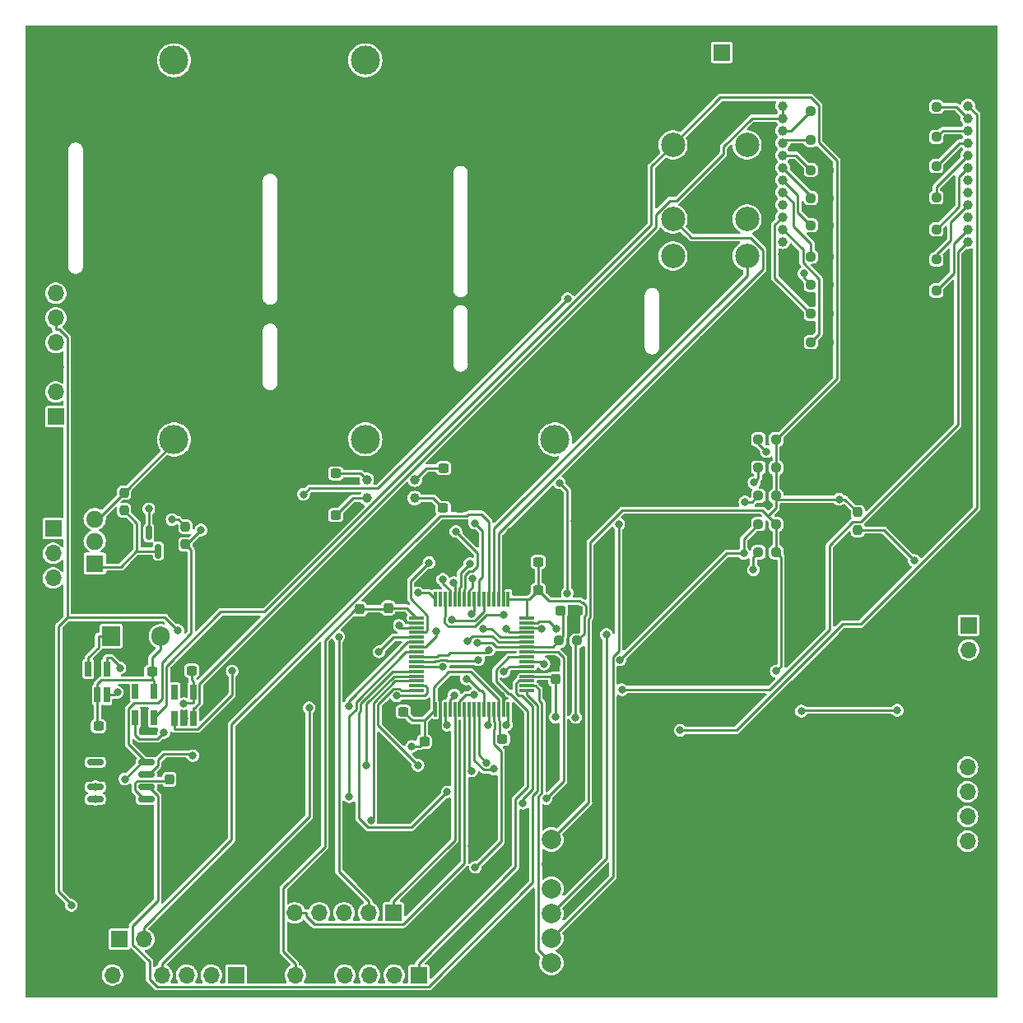
<source format=gbr>
%TF.GenerationSoftware,KiCad,Pcbnew,7.0.6*%
%TF.CreationDate,2024-04-23T23:12:49+09:00*%
%TF.ProjectId,balloon,62616c6c-6f6f-46e2-9e6b-696361645f70,rev?*%
%TF.SameCoordinates,Original*%
%TF.FileFunction,Copper,L2,Bot*%
%TF.FilePolarity,Positive*%
%FSLAX46Y46*%
G04 Gerber Fmt 4.6, Leading zero omitted, Abs format (unit mm)*
G04 Created by KiCad (PCBNEW 7.0.6) date 2024-04-23 23:12:49*
%MOMM*%
%LPD*%
G01*
G04 APERTURE LIST*
G04 Aperture macros list*
%AMRoundRect*
0 Rectangle with rounded corners*
0 $1 Rounding radius*
0 $2 $3 $4 $5 $6 $7 $8 $9 X,Y pos of 4 corners*
0 Add a 4 corners polygon primitive as box body*
4,1,4,$2,$3,$4,$5,$6,$7,$8,$9,$2,$3,0*
0 Add four circle primitives for the rounded corners*
1,1,$1+$1,$2,$3*
1,1,$1+$1,$4,$5*
1,1,$1+$1,$6,$7*
1,1,$1+$1,$8,$9*
0 Add four rect primitives between the rounded corners*
20,1,$1+$1,$2,$3,$4,$5,0*
20,1,$1+$1,$4,$5,$6,$7,0*
20,1,$1+$1,$6,$7,$8,$9,0*
20,1,$1+$1,$8,$9,$2,$3,0*%
G04 Aperture macros list end*
%TA.AperFunction,ConnectorPad*%
%ADD10C,5.700000*%
%TD*%
%TA.AperFunction,ComponentPad*%
%ADD11C,3.600000*%
%TD*%
%TA.AperFunction,ComponentPad*%
%ADD12C,3.000000*%
%TD*%
%TA.AperFunction,ComponentPad*%
%ADD13R,1.700000X1.700000*%
%TD*%
%TA.AperFunction,ComponentPad*%
%ADD14O,1.700000X1.700000*%
%TD*%
%TA.AperFunction,ComponentPad*%
%ADD15C,1.000000*%
%TD*%
%TA.AperFunction,ComponentPad*%
%ADD16C,2.500000*%
%TD*%
%TA.AperFunction,ComponentPad*%
%ADD17C,2.000000*%
%TD*%
%TA.AperFunction,ComponentPad*%
%ADD18R,1.905000X2.000000*%
%TD*%
%TA.AperFunction,ComponentPad*%
%ADD19O,1.905000X2.000000*%
%TD*%
%TA.AperFunction,ComponentPad*%
%ADD20R,1.800000X1.714500*%
%TD*%
%TA.AperFunction,ComponentPad*%
%ADD21O,1.800000X1.714500*%
%TD*%
%TA.AperFunction,SMDPad,CuDef*%
%ADD22RoundRect,0.237500X0.250000X0.237500X-0.250000X0.237500X-0.250000X-0.237500X0.250000X-0.237500X0*%
%TD*%
%TA.AperFunction,SMDPad,CuDef*%
%ADD23RoundRect,0.237500X0.237500X-0.300000X0.237500X0.300000X-0.237500X0.300000X-0.237500X-0.300000X0*%
%TD*%
%TA.AperFunction,SMDPad,CuDef*%
%ADD24RoundRect,0.237500X0.300000X0.237500X-0.300000X0.237500X-0.300000X-0.237500X0.300000X-0.237500X0*%
%TD*%
%TA.AperFunction,SMDPad,CuDef*%
%ADD25RoundRect,0.150000X-0.675000X-0.150000X0.675000X-0.150000X0.675000X0.150000X-0.675000X0.150000X0*%
%TD*%
%TA.AperFunction,SMDPad,CuDef*%
%ADD26RoundRect,0.237500X-0.237500X0.300000X-0.237500X-0.300000X0.237500X-0.300000X0.237500X0.300000X0*%
%TD*%
%TA.AperFunction,SMDPad,CuDef*%
%ADD27R,0.650000X1.560000*%
%TD*%
%TA.AperFunction,SMDPad,CuDef*%
%ADD28RoundRect,0.237500X-0.250000X-0.237500X0.250000X-0.237500X0.250000X0.237500X-0.250000X0.237500X0*%
%TD*%
%TA.AperFunction,SMDPad,CuDef*%
%ADD29RoundRect,0.237500X-0.300000X-0.237500X0.300000X-0.237500X0.300000X0.237500X-0.300000X0.237500X0*%
%TD*%
%TA.AperFunction,SMDPad,CuDef*%
%ADD30RoundRect,0.237500X0.237500X-0.250000X0.237500X0.250000X-0.237500X0.250000X-0.237500X-0.250000X0*%
%TD*%
%TA.AperFunction,SMDPad,CuDef*%
%ADD31RoundRect,0.237500X-0.237500X0.250000X-0.237500X-0.250000X0.237500X-0.250000X0.237500X0.250000X0*%
%TD*%
%TA.AperFunction,SMDPad,CuDef*%
%ADD32RoundRect,0.075000X0.700000X0.075000X-0.700000X0.075000X-0.700000X-0.075000X0.700000X-0.075000X0*%
%TD*%
%TA.AperFunction,SMDPad,CuDef*%
%ADD33RoundRect,0.075000X0.075000X0.700000X-0.075000X0.700000X-0.075000X-0.700000X0.075000X-0.700000X0*%
%TD*%
%TA.AperFunction,SMDPad,CuDef*%
%ADD34RoundRect,0.150000X-0.150000X0.587500X-0.150000X-0.587500X0.150000X-0.587500X0.150000X0.587500X0*%
%TD*%
%TA.AperFunction,ViaPad*%
%ADD35C,0.800000*%
%TD*%
%TA.AperFunction,Conductor*%
%ADD36C,0.250000*%
%TD*%
G04 APERTURE END LIST*
D10*
%TO.P,H4,1,1*%
%TO.N,GND1*%
X119600000Y-141500000D03*
D11*
X119600000Y-141500000D03*
%TD*%
D10*
%TO.P,H3,1,1*%
%TO.N,GND1*%
X119600000Y-50000000D03*
D11*
X119600000Y-50000000D03*
%TD*%
D10*
%TO.P,H2,1,1*%
%TO.N,GND1*%
X27800000Y-141500000D03*
D11*
X27800000Y-141500000D03*
%TD*%
D10*
%TO.P,H1,1,1*%
%TO.N,GND1*%
X27800000Y-49900000D03*
D11*
X27800000Y-49900000D03*
%TD*%
D12*
%TO.P,BT1,1,+*%
%TO.N,Net-(BT1-+)*%
X39266800Y-88589600D03*
%TO.P,BT1,2,-*%
%TO.N,Net-(BT1--)*%
X39266800Y-49589600D03*
%TD*%
%TO.P,BT3,1,+*%
%TO.N,Net-(BT2--)*%
X78459000Y-88589600D03*
%TO.P,BT3,2,-*%
%TO.N,GND1*%
X78459000Y-49589600D03*
%TD*%
%TO.P,BT2,1,+*%
%TO.N,Net-(BT1--)*%
X58955000Y-49586400D03*
%TO.P,BT2,2,-*%
%TO.N,Net-(BT2--)*%
X58955000Y-88586400D03*
%TD*%
D13*
%TO.P,J11,1,Pin_1*%
%TO.N,GND1*%
X120904000Y-117221000D03*
D14*
%TO.P,J11,2,Pin_2*%
X120904000Y-119761000D03*
%TO.P,J11,3,Pin_3*%
%TO.N,/MAX-M10S/VIN*%
X120904000Y-122301000D03*
%TO.P,J11,4,Pin_4*%
%TO.N,/USART3_TX*%
X120904000Y-124841000D03*
%TO.P,J11,5,Pin_5*%
%TO.N,/USART3_RX*%
X120904000Y-127381000D03*
%TO.P,J11,6,Pin_6*%
%TO.N,unconnected-(J11-Pin_6-Pad6)*%
X120904000Y-129921000D03*
%TD*%
D13*
%TO.P,J10,1,Pin_1*%
%TO.N,/USART3_TX*%
X121031000Y-107696000D03*
D14*
%TO.P,J10,2,Pin_2*%
%TO.N,/USART3_RX*%
X121031000Y-110236000D03*
%TO.P,J10,3,Pin_3*%
%TO.N,GND1*%
X121031000Y-112776000D03*
%TD*%
D15*
%TO.P,Y2,1,1*%
%TO.N,/OSC32_OUT*%
X64040900Y-94632500D03*
%TO.P,Y2,2,2*%
%TO.N,/OSC32_IN*%
X64040900Y-92732500D03*
%TD*%
%TO.P,Y1,1,1*%
%TO.N,/OSC_OUT*%
X59090900Y-94632500D03*
%TO.P,Y1,2,2*%
%TO.N,/OSC_IN*%
X59090900Y-92732500D03*
%TD*%
D16*
%TO.P,U4,1,VIN*%
%TO.N,/MAX-M10S/VIN*%
X90600000Y-58300000D03*
%TO.P,U4,2,GND*%
%TO.N,GND1*%
X90600000Y-62110000D03*
%TO.P,U4,3,SDA/TX*%
%TO.N,/I2C1_SDA*%
X90600000Y-65920000D03*
%TO.P,U4,4,SCL/RX*%
%TO.N,/I2C1_SCL*%
X90600000Y-69730000D03*
%TO.P,U4,5,RESET_N*%
%TO.N,/BNO055_RESET*%
X98220000Y-69730000D03*
%TO.P,U4,6,INT*%
%TO.N,unconnected-(U4-INT-Pad6)*%
X98220000Y-65920000D03*
%TO.P,U4,7,GND*%
%TO.N,GND1*%
X98220000Y-62110000D03*
%TO.P,U4,8,VOUT*%
%TO.N,unconnected-(U4-VOUT-Pad8)*%
X98220000Y-58300000D03*
%TD*%
D15*
%TO.P,U6,1,GND*%
%TO.N,GND1*%
X120950000Y-69520000D03*
%TO.P,U6,2,RESET_N*%
%TO.N,/RM92A_RESET*%
X120950000Y-68250000D03*
%TO.P,U6,3,PC13*%
%TO.N,Net-(U6-PC13)*%
X120950000Y-66980000D03*
%TO.P,U6,4,NC*%
%TO.N,unconnected-(U6-NC-Pad4)*%
X120950000Y-65710000D03*
%TO.P,U6,5,PB7*%
%TO.N,Net-(U6-PB7)*%
X120950000Y-64440000D03*
%TO.P,U6,6,CTS*%
%TO.N,/USART1_RTS*%
X120950000Y-63170000D03*
%TO.P,U6,7,RTS*%
%TO.N,/USART1_CTS*%
X120950000Y-61900000D03*
%TO.P,U6,8,PA8*%
%TO.N,Net-(U6-PA8)*%
X120950000Y-60630000D03*
%TO.P,U6,9,BOOT0*%
%TO.N,Net-(U6-BOOT0)*%
X120950000Y-59360000D03*
%TO.P,U6,10,PB2*%
%TO.N,Net-(U6-PB2)*%
X120950000Y-58090000D03*
%TO.P,U6,11,SCL*%
%TO.N,Net-(U6-SCL)*%
X120950000Y-56820000D03*
%TO.P,U6,12,SDA*%
%TO.N,Net-(U6-SDA)*%
X120950000Y-55550000D03*
%TO.P,U6,13,TX*%
%TO.N,/USART1_RX*%
X120950000Y-54280000D03*
%TO.P,U6,14,VDDRF*%
%TO.N,/PowerSource/VCOMM*%
X101900000Y-54280000D03*
%TO.P,U6,15,VCC*%
X101900000Y-55550000D03*
%TO.P,U6,16,SPI_SS*%
%TO.N,Net-(U6-SPI_SS)*%
X101900000Y-56820000D03*
%TO.P,U6,17,SPI_SCK*%
%TO.N,Net-(U6-SPI_SCK)*%
X101900000Y-58090000D03*
%TO.P,U6,18,SPI_MISO*%
%TO.N,Net-(U6-SPI_MISO)*%
X101900000Y-59360000D03*
%TO.P,U6,19,SPI_MOSI*%
%TO.N,Net-(U6-SPI_MOSI)*%
X101900000Y-60630000D03*
%TO.P,U6,20,JNTRST*%
%TO.N,Net-(U6-JNTRST)*%
X101900000Y-61900000D03*
%TO.P,U6,21,JTDO*%
%TO.N,Net-(U6-JTDO)*%
X101900000Y-63170000D03*
%TO.P,U6,22,JTDI*%
%TO.N,Net-(U6-JTDI)*%
X101900000Y-64440000D03*
%TO.P,U6,23,JTMS/SWDIO*%
%TO.N,Net-(U6-JTMS{slash}SWDIO)*%
X101900000Y-65710000D03*
%TO.P,U6,24,JTCK/SWCLK*%
%TO.N,Net-(U6-JTCK{slash}SWCLK)*%
X101900000Y-66980000D03*
%TO.P,U6,25,RX*%
%TO.N,/USART1_TX*%
X101900000Y-68250000D03*
%TO.P,U6,26,GND*%
%TO.N,GND1*%
X101900000Y-69520000D03*
%TD*%
D13*
%TO.P,J4,1,Pin_1*%
%TO.N,+3V3*%
X33629600Y-140004800D03*
D14*
%TO.P,J4,2,Pin_2*%
%TO.N,/BOOT0*%
X36169600Y-140004800D03*
%TD*%
D13*
%TO.P,J7,1,Pin_1*%
%TO.N,/SPI2_NSS*%
X45640000Y-143700000D03*
D14*
%TO.P,J7,2,Pin_2*%
%TO.N,/SPI2_MOSI*%
X43100000Y-143700000D03*
%TO.P,J7,3,Pin_3*%
%TO.N,/SPI2_MISO*%
X40560000Y-143700000D03*
%TO.P,J7,4,Pin_4*%
%TO.N,/SPI2_SCK*%
X38020000Y-143700000D03*
%TO.P,J7,5,Pin_5*%
%TO.N,GND1*%
X35480000Y-143700000D03*
%TO.P,J7,6,Pin_6*%
%TO.N,+3V3*%
X32940000Y-143700000D03*
%TD*%
D13*
%TO.P,J8,1,Pin_1*%
%TO.N,Net-(BT2--)*%
X95631000Y-48768000D03*
D14*
%TO.P,J8,2,Pin_2*%
%TO.N,GND1*%
X95631000Y-51308000D03*
%TD*%
D13*
%TO.P,SW2,1,A*%
%TO.N,unconnected-(SW2-A-Pad1)*%
X26840900Y-97782500D03*
D14*
%TO.P,SW2,2,B*%
%TO.N,Net-(D3-A)*%
X26840900Y-100322500D03*
%TO.P,SW2,3,C*%
%TO.N,/PowerSource/VIN*%
X26840900Y-102862500D03*
%TD*%
D17*
%TO.P,U3,1,VDD*%
%TO.N,/MAX-M10S/VIN*%
X78090000Y-129750000D03*
%TO.P,U3,2,GND*%
%TO.N,GND1*%
X78090000Y-132290000D03*
%TO.P,U3,3,CSB/VDD*%
%TO.N,/SPI1_SS*%
X78090000Y-134830000D03*
%TO.P,U3,4,MOSI/SDA*%
%TO.N,/SPI1_MOSI*%
X78090000Y-137370000D03*
%TO.P,U3,5,MISO/GND*%
%TO.N,/SPI1_MISO*%
X78090000Y-139910000D03*
%TO.P,U3,6,SCK/SCL*%
%TO.N,/SPI1_CLK*%
X78090000Y-142450000D03*
%TD*%
D18*
%TO.P,U7,1,VI*%
%TO.N,/PowerSource/VIN*%
X32800900Y-108827500D03*
D19*
%TO.P,U7,2,GND*%
%TO.N,GND1*%
X35340900Y-108827500D03*
%TO.P,U7,3,VO*%
%TO.N,+3V3*%
X37880900Y-108827500D03*
%TD*%
D13*
%TO.P,J2,1,Pin_1*%
%TO.N,/PB2*%
X61850000Y-137300000D03*
D14*
%TO.P,J2,2,Pin_2*%
%TO.N,/PB7*%
X59310000Y-137300000D03*
%TO.P,J2,3,Pin_3*%
%TO.N,/PA0*%
X56770000Y-137300000D03*
%TO.P,J2,4,Pin_4*%
%TO.N,/PA7*%
X54230000Y-137300000D03*
%TO.P,J2,5,Pin_5*%
%TO.N,/PB0*%
X51690000Y-137300000D03*
%TO.P,J2,6,Pin_6*%
%TO.N,GND1*%
X49150000Y-137300000D03*
%TD*%
D13*
%TO.P,J3,1,Pin_1*%
%TO.N,/I2C3_SDA*%
X64440000Y-143700000D03*
D14*
%TO.P,J3,2,Pin_2*%
%TO.N,/I2C3_SCL*%
X61900000Y-143700000D03*
%TO.P,J3,3,Pin_3*%
%TO.N,unconnected-(J3-Pin_3-Pad3)*%
X59360000Y-143700000D03*
%TO.P,J3,4,Pin_4*%
%TO.N,unconnected-(J3-Pin_4-Pad4)*%
X56820000Y-143700000D03*
%TO.P,J3,5,Pin_5*%
%TO.N,GND1*%
X54280000Y-143700000D03*
%TO.P,J3,6,Pin_6*%
%TO.N,+3V3*%
X51740000Y-143700000D03*
%TD*%
D13*
%TO.P,J5,1,Pin_1*%
%TO.N,+3.3V*%
X27100000Y-86260000D03*
D14*
%TO.P,J5,2,Pin_2*%
%TO.N,/SWCLK*%
X27100000Y-83720000D03*
%TO.P,J5,3,Pin_3*%
%TO.N,GND1*%
X27100000Y-81180000D03*
%TO.P,J5,4,Pin_4*%
%TO.N,/SWDIO*%
X27100000Y-78640000D03*
%TO.P,J5,5,Pin_5*%
%TO.N,/NRST*%
X27100000Y-76100000D03*
%TO.P,J5,6,Pin_6*%
%TO.N,/SWO*%
X27100000Y-73560000D03*
%TD*%
D20*
%TO.P,Q2,1,G*%
%TO.N,Net-(Q2-G)*%
X31115000Y-101346000D03*
D21*
%TO.P,Q2,2,D*%
%TO.N,Net-(D3-A)*%
X31115000Y-99060000D03*
%TO.P,Q2,3,S*%
%TO.N,Net-(BT1-+)*%
X31115000Y-96774000D03*
%TD*%
D22*
%TO.P,R7,1*%
%TO.N,Net-(U6-PB7)*%
X117700000Y-70080000D03*
%TO.P,R7,2*%
%TO.N,GND1*%
X115875000Y-70080000D03*
%TD*%
D23*
%TO.P,C1,1*%
%TO.N,Net-(U1-V3)*%
X38800000Y-123562500D03*
%TO.P,C1,2*%
%TO.N,GND1*%
X38800000Y-121837500D03*
%TD*%
D24*
%TO.P,C16,1*%
%TO.N,+3V3*%
X37003400Y-112482500D03*
%TO.P,C16,2*%
%TO.N,GND1*%
X35278400Y-112482500D03*
%TD*%
%TO.P,C6,1*%
%TO.N,/OSC_OUT*%
X55903400Y-96382500D03*
%TO.P,C6,2*%
%TO.N,GND1*%
X54178400Y-96382500D03*
%TD*%
D25*
%TO.P,U1,1,UD+*%
%TO.N,/USBD+*%
X31175000Y-125605000D03*
%TO.P,U1,2,UD-*%
%TO.N,/USBD-*%
X31175000Y-124335000D03*
%TO.P,U1,3,GND*%
%TO.N,GND1*%
X31175000Y-123065000D03*
%TO.P,U1,4,~{RTS}*%
%TO.N,unconnected-(U1-~{RTS}-Pad4)*%
X31175000Y-121795000D03*
%TO.P,U1,5,VCC*%
%TO.N,/PowerSource/5VIN*%
X36425000Y-121795000D03*
%TO.P,U1,6,TXD*%
%TO.N,/USART2_RX*%
X36425000Y-123065000D03*
%TO.P,U1,7,RXD*%
%TO.N,/USART2_TX*%
X36425000Y-124335000D03*
%TO.P,U1,8,V3*%
%TO.N,Net-(U1-V3)*%
X36425000Y-125605000D03*
%TD*%
D22*
%TO.P,R8,1*%
%TO.N,Net-(U6-PA8)*%
X117700000Y-66980000D03*
%TO.P,R8,2*%
%TO.N,GND1*%
X115875000Y-66980000D03*
%TD*%
D26*
%TO.P,C14,1*%
%TO.N,+3V3*%
X58400000Y-106037500D03*
%TO.P,C14,2*%
%TO.N,GND1*%
X58400000Y-107762500D03*
%TD*%
D27*
%TO.P,U10,1,VOUT*%
%TO.N,/PowerSource/VCOMM*%
X41240900Y-117282500D03*
%TO.P,U10,2,GND*%
%TO.N,GND1*%
X40290900Y-117282500D03*
%TO.P,U10,3,CTRL*%
%TO.N,/CTRL_COMM*%
X39340900Y-117282500D03*
%TO.P,U10,4,NC*%
%TO.N,unconnected-(U10-NC-Pad4)*%
X39340900Y-114582500D03*
%TO.P,U10,5,VIN*%
%TO.N,+3V3*%
X41240900Y-114582500D03*
%TD*%
D28*
%TO.P,R11,1*%
%TO.N,Net-(U6-JTMS{slash}SWDIO)*%
X104787500Y-75680000D03*
%TO.P,R11,2*%
%TO.N,GND1*%
X106612500Y-75680000D03*
%TD*%
D29*
%TO.P,C8,1*%
%TO.N,/OSC32_OUT*%
X66943400Y-95657500D03*
%TO.P,C8,2*%
%TO.N,GND1*%
X68668400Y-95657500D03*
%TD*%
D28*
%TO.P,R10,1*%
%TO.N,Net-(U6-JTCK{slash}SWCLK)*%
X104787500Y-78580000D03*
%TO.P,R10,2*%
%TO.N,GND1*%
X106612500Y-78580000D03*
%TD*%
%TO.P,R12,1*%
%TO.N,Net-(U6-JTDI)*%
X104787500Y-72680000D03*
%TO.P,R12,2*%
%TO.N,GND1*%
X106612500Y-72680000D03*
%TD*%
D30*
%TO.P,R29,1*%
%TO.N,/PowerSource/5VIN*%
X40440900Y-99395000D03*
%TO.P,R29,2*%
%TO.N,Net-(Q1-G)*%
X40440900Y-97570000D03*
%TD*%
D27*
%TO.P,U8,1,Vin+*%
%TO.N,/PowerSource/VIN*%
X30440900Y-112182500D03*
%TO.P,U8,2,Vss*%
%TO.N,GND1*%
X31390900Y-112182500D03*
%TO.P,U8,3,SCL*%
%TO.N,/I2C2_SCL*%
X32340900Y-112182500D03*
%TO.P,U8,4,SDA*%
%TO.N,/I2C2_SDA*%
X32340900Y-114882500D03*
%TO.P,U8,5,Vdd*%
%TO.N,+3V3*%
X31390900Y-114882500D03*
%TO.P,U8,6,Vin-*%
%TO.N,GND1*%
X30440900Y-114882500D03*
%TD*%
D28*
%TO.P,R13,1*%
%TO.N,Net-(U6-JTDO)*%
X104787500Y-69780000D03*
%TO.P,R13,2*%
%TO.N,GND1*%
X106612500Y-69780000D03*
%TD*%
D22*
%TO.P,R26,1*%
%TO.N,/MAX-M10S/VIN*%
X101212500Y-97300000D03*
%TO.P,R26,2*%
%TO.N,/SDMMC_D0*%
X99387500Y-97300000D03*
%TD*%
%TO.P,R27,1*%
%TO.N,/MAX-M10S/VIN*%
X101212500Y-100200000D03*
%TO.P,R27,2*%
%TO.N,/SDMMC_D1*%
X99387500Y-100200000D03*
%TD*%
D31*
%TO.P,R22,1*%
%TO.N,/MAX-M10S/VIN*%
X109600000Y-96087500D03*
%TO.P,R22,2*%
%TO.N,Net-(J6-DET_A)*%
X109600000Y-97912500D03*
%TD*%
D28*
%TO.P,R21,1*%
%TO.N,Net-(U6-SPI_MOSI)*%
X104787500Y-63780000D03*
%TO.P,R21,2*%
%TO.N,GND1*%
X106612500Y-63780000D03*
%TD*%
D29*
%TO.P,C5,1*%
%TO.N,GND1*%
X54178400Y-92082500D03*
%TO.P,C5,2*%
%TO.N,/OSC_IN*%
X55903400Y-92082500D03*
%TD*%
D26*
%TO.P,C4,1*%
%TO.N,+3V3*%
X61300000Y-105937500D03*
%TO.P,C4,2*%
%TO.N,GND1*%
X61300000Y-107662500D03*
%TD*%
D31*
%TO.P,R30,1*%
%TO.N,Net-(BT1-+)*%
X34140900Y-94070000D03*
%TO.P,R30,2*%
%TO.N,Net-(Q2-G)*%
X34140900Y-95895000D03*
%TD*%
D22*
%TO.P,R17,1*%
%TO.N,Net-(U6-SCL)*%
X117700000Y-57480000D03*
%TO.P,R17,2*%
%TO.N,GND1*%
X115875000Y-57480000D03*
%TD*%
D27*
%TO.P,U9,1,VOUT*%
%TO.N,/MAX-M10S/VIN*%
X37190900Y-117232500D03*
%TO.P,U9,2,GND*%
%TO.N,GND1*%
X36240900Y-117232500D03*
%TO.P,U9,3,CTRL*%
%TO.N,/CTRL_SENSE*%
X35290900Y-117232500D03*
%TO.P,U9,4,NC*%
%TO.N,unconnected-(U9-NC-Pad4)*%
X35290900Y-114532500D03*
%TO.P,U9,5,VIN*%
%TO.N,+3V3*%
X37190900Y-114532500D03*
%TD*%
D32*
%TO.P,U5,1,VBAT*%
%TO.N,+3V3*%
X75575000Y-106950000D03*
%TO.P,U5,2,PC13*%
%TO.N,/SD_DET*%
X75575000Y-107450000D03*
%TO.P,U5,3,PC14*%
%TO.N,/OSC32_IN*%
X75575000Y-107950000D03*
%TO.P,U5,4,PC15*%
%TO.N,/OSC32_OUT*%
X75575000Y-108450000D03*
%TO.P,U5,5,PH0*%
%TO.N,/OSC_IN*%
X75575000Y-108950000D03*
%TO.P,U5,6,PH1*%
%TO.N,/OSC_OUT*%
X75575000Y-109450000D03*
%TO.P,U5,7,NRST*%
%TO.N,/NRST*%
X75575000Y-109950000D03*
%TO.P,U5,8,PC0*%
%TO.N,/I2C3_SCL*%
X75575000Y-110450000D03*
%TO.P,U5,9,PC1*%
%TO.N,/I2C3_SDA*%
X75575000Y-110950000D03*
%TO.P,U5,10,PC2*%
%TO.N,/GPS_INT*%
X75575000Y-111450000D03*
%TO.P,U5,11,PC3*%
%TO.N,/GPS_RESET*%
X75575000Y-111950000D03*
%TO.P,U5,12,VSSA*%
%TO.N,GND1*%
X75575000Y-112450000D03*
%TO.P,U5,13,VDDA*%
%TO.N,+3V3*%
X75575000Y-112950000D03*
%TO.P,U5,14,PA0*%
%TO.N,/PA0*%
X75575000Y-113450000D03*
%TO.P,U5,15,PA1*%
%TO.N,/SPI1_CLK*%
X75575000Y-113950000D03*
%TO.P,U5,16,PA2*%
%TO.N,/USART2_TX*%
X75575000Y-114450000D03*
D33*
%TO.P,U5,17,PA3*%
%TO.N,/USART2_RX*%
X73650000Y-116375000D03*
%TO.P,U5,18,VSS*%
%TO.N,GND1*%
X73150000Y-116375000D03*
%TO.P,U5,19,VDD*%
%TO.N,+3V3*%
X72650000Y-116375000D03*
%TO.P,U5,20,PA4*%
%TO.N,/SPI1_SS*%
X72150000Y-116375000D03*
%TO.P,U5,21,PA5*%
%TO.N,/CTRL_SENSE*%
X71650000Y-116375000D03*
%TO.P,U5,22,PA6*%
%TO.N,/CTRL_COMM*%
X71150000Y-116375000D03*
%TO.P,U5,23,PA7*%
%TO.N,/PA7*%
X70650000Y-116375000D03*
%TO.P,U5,24,PC4*%
%TO.N,/USART3_TX*%
X70150000Y-116375000D03*
%TO.P,U5,25,PC5*%
%TO.N,/USART3_RX*%
X69650000Y-116375000D03*
%TO.P,U5,26,PB0*%
%TO.N,/PB0*%
X69150000Y-116375000D03*
%TO.P,U5,27,PB1*%
%TO.N,/LPTIM1_IN*%
X68650000Y-116375000D03*
%TO.P,U5,28,PB2*%
%TO.N,/PB2*%
X68150000Y-116375000D03*
%TO.P,U5,29,PB10*%
%TO.N,/I2C2_SCL*%
X67650000Y-116375000D03*
%TO.P,U5,30,PB11*%
%TO.N,/I2C2_SDA*%
X67150000Y-116375000D03*
%TO.P,U5,31,VSS*%
%TO.N,GND1*%
X66650000Y-116375000D03*
%TO.P,U5,32,VDD*%
%TO.N,+3V3*%
X66150000Y-116375000D03*
D32*
%TO.P,U5,33,PB12*%
%TO.N,/SPI2_NSS*%
X64225000Y-114450000D03*
%TO.P,U5,34,PB13*%
%TO.N,/SPI2_SCK*%
X64225000Y-113950000D03*
%TO.P,U5,35,PB14*%
%TO.N,/SPI2_MISO*%
X64225000Y-113450000D03*
%TO.P,U5,36,PB15*%
%TO.N,/SPI2_MOSI*%
X64225000Y-112950000D03*
%TO.P,U5,37,PC6*%
%TO.N,/GPS_SAFE*%
X64225000Y-112450000D03*
%TO.P,U5,38,PC7*%
%TO.N,/RM92A_RESET*%
X64225000Y-111950000D03*
%TO.P,U5,39,PC8*%
%TO.N,/SDMMC_D0*%
X64225000Y-111450000D03*
%TO.P,U5,40,PC9*%
%TO.N,/SDMMC_D1*%
X64225000Y-110950000D03*
%TO.P,U5,41,PA8*%
%TO.N,/LED_OUT*%
X64225000Y-110450000D03*
%TO.P,U5,42,PA9*%
%TO.N,/USART1_TX*%
X64225000Y-109950000D03*
%TO.P,U5,43,PA10*%
%TO.N,/USART1_RX*%
X64225000Y-109450000D03*
%TO.P,U5,44,PA11*%
%TO.N,/USART1_CTS*%
X64225000Y-108950000D03*
%TO.P,U5,45,PA12*%
%TO.N,/USART1_RTS*%
X64225000Y-108450000D03*
%TO.P,U5,46,PA13*%
%TO.N,/SWDIO*%
X64225000Y-107950000D03*
%TO.P,U5,47,VSS*%
%TO.N,GND1*%
X64225000Y-107450000D03*
%TO.P,U5,48,VDD*%
%TO.N,+3V3*%
X64225000Y-106950000D03*
D33*
%TO.P,U5,49,PA14*%
%TO.N,/SWCLK*%
X66150000Y-105025000D03*
%TO.P,U5,50,PA15*%
%TO.N,/PA15*%
X66650000Y-105025000D03*
%TO.P,U5,51,PC10*%
%TO.N,/SDMMC_D2*%
X67150000Y-105025000D03*
%TO.P,U5,52,PC11*%
%TO.N,/SDMMC_D3*%
X67650000Y-105025000D03*
%TO.P,U5,53,PC12*%
%TO.N,/SDMMC_CLK*%
X68150000Y-105025000D03*
%TO.P,U5,54,PD2*%
%TO.N,/SDMMC_CMD*%
X68650000Y-105025000D03*
%TO.P,U5,55,PB3*%
%TO.N,/SWO*%
X69150000Y-105025000D03*
%TO.P,U5,56,PB4*%
%TO.N,/SPI1_MISO*%
X69650000Y-105025000D03*
%TO.P,U5,57,PB5*%
%TO.N,/SPI1_MOSI*%
X70150000Y-105025000D03*
%TO.P,U5,58,PB6*%
%TO.N,/I2C1_SCL*%
X70650000Y-105025000D03*
%TO.P,U5,59,PB7*%
%TO.N,/PB7*%
X71150000Y-105025000D03*
%TO.P,U5,60,PH3*%
%TO.N,/BOOT0*%
X71650000Y-105025000D03*
%TO.P,U5,61,PB8*%
%TO.N,/BNO055_RESET*%
X72150000Y-105025000D03*
%TO.P,U5,62,PB9*%
%TO.N,/I2C1_SDA*%
X72650000Y-105025000D03*
%TO.P,U5,63,VSS*%
%TO.N,GND1*%
X73150000Y-105025000D03*
%TO.P,U5,64,VDD*%
%TO.N,+3V3*%
X73650000Y-105025000D03*
%TD*%
D28*
%TO.P,R20,1*%
%TO.N,Net-(U6-SPI_MISO)*%
X104787500Y-60880000D03*
%TO.P,R20,2*%
%TO.N,GND1*%
X106612500Y-60880000D03*
%TD*%
D24*
%TO.P,C19,1*%
%TO.N,+3V3*%
X31503400Y-118082500D03*
%TO.P,C19,2*%
%TO.N,GND1*%
X29778400Y-118082500D03*
%TD*%
D34*
%TO.P,Q3,1,G*%
%TO.N,Net-(Q1-D)*%
X36690900Y-98207500D03*
%TO.P,Q3,2,S*%
%TO.N,GND1*%
X38590900Y-98207500D03*
%TO.P,Q3,3,D*%
%TO.N,Net-(Q2-G)*%
X37640900Y-100082500D03*
%TD*%
D24*
%TO.P,C7,1*%
%TO.N,GND1*%
X68730900Y-91557500D03*
%TO.P,C7,2*%
%TO.N,/OSC32_IN*%
X67005900Y-91557500D03*
%TD*%
D29*
%TO.P,C17,1*%
%TO.N,+3V3*%
X76737500Y-101200000D03*
%TO.P,C17,2*%
%TO.N,GND1*%
X78462500Y-101200000D03*
%TD*%
%TO.P,C9,1*%
%TO.N,+3V3*%
X65037500Y-119700000D03*
%TO.P,C9,2*%
%TO.N,GND1*%
X66762500Y-119700000D03*
%TD*%
D24*
%TO.P,C15,1*%
%TO.N,+3V3*%
X41103400Y-112382500D03*
%TO.P,C15,2*%
%TO.N,GND1*%
X39378400Y-112382500D03*
%TD*%
D29*
%TO.P,C12,1*%
%TO.N,+3V3*%
X73037500Y-119400000D03*
%TO.P,C12,2*%
%TO.N,GND1*%
X74762500Y-119400000D03*
%TD*%
D22*
%TO.P,R9,1*%
%TO.N,Net-(U6-PB2)*%
X117700000Y-60480000D03*
%TO.P,R9,2*%
%TO.N,GND1*%
X115875000Y-60480000D03*
%TD*%
%TO.P,R23,1*%
%TO.N,/MAX-M10S/VIN*%
X101212500Y-88600000D03*
%TO.P,R23,2*%
%TO.N,/SDMMC_D2*%
X99387500Y-88600000D03*
%TD*%
D29*
%TO.P,C13,1*%
%TO.N,/NRST*%
X79037500Y-106200000D03*
%TO.P,C13,2*%
%TO.N,GND1*%
X80762500Y-106200000D03*
%TD*%
D23*
%TO.P,C3,1*%
%TO.N,+3V3*%
X78500000Y-113262500D03*
%TO.P,C3,2*%
%TO.N,GND1*%
X78500000Y-111537500D03*
%TD*%
D24*
%TO.P,C11,1*%
%TO.N,+3V3*%
X62862500Y-116600000D03*
%TO.P,C11,2*%
%TO.N,GND1*%
X61137500Y-116600000D03*
%TD*%
D29*
%TO.P,C10,1*%
%TO.N,+3V3*%
X76737500Y-104100000D03*
%TO.P,C10,2*%
%TO.N,GND1*%
X78462500Y-104100000D03*
%TD*%
D28*
%TO.P,R18,1*%
%TO.N,Net-(U6-SPI_SS)*%
X104787500Y-54780000D03*
%TO.P,R18,2*%
%TO.N,GND1*%
X106612500Y-54780000D03*
%TD*%
D22*
%TO.P,R5,1*%
%TO.N,+3V3*%
X80712500Y-109300000D03*
%TO.P,R5,2*%
%TO.N,/NRST*%
X78887500Y-109300000D03*
%TD*%
%TO.P,R6,1*%
%TO.N,Net-(U6-PC13)*%
X117700000Y-73280000D03*
%TO.P,R6,2*%
%TO.N,GND1*%
X115875000Y-73280000D03*
%TD*%
D28*
%TO.P,R14,1*%
%TO.N,GND1*%
X115875000Y-63680000D03*
%TO.P,R14,2*%
%TO.N,Net-(U6-BOOT0)*%
X117700000Y-63680000D03*
%TD*%
D22*
%TO.P,R24,1*%
%TO.N,/MAX-M10S/VIN*%
X101212500Y-91500000D03*
%TO.P,R24,2*%
%TO.N,/SDMMC_CMD*%
X99387500Y-91500000D03*
%TD*%
%TO.P,R25,1*%
%TO.N,/MAX-M10S/VIN*%
X101212500Y-94400000D03*
%TO.P,R25,2*%
%TO.N,/SDMMC_CLK*%
X99387500Y-94400000D03*
%TD*%
%TO.P,R16,1*%
%TO.N,Net-(U6-SDA)*%
X117700000Y-54380000D03*
%TO.P,R16,2*%
%TO.N,GND1*%
X115875000Y-54380000D03*
%TD*%
D28*
%TO.P,R15,1*%
%TO.N,Net-(U6-JNTRST)*%
X104787500Y-66580000D03*
%TO.P,R15,2*%
%TO.N,GND1*%
X106612500Y-66580000D03*
%TD*%
%TO.P,R19,1*%
%TO.N,Net-(U6-SPI_SCK)*%
X104787500Y-57780000D03*
%TO.P,R19,2*%
%TO.N,GND1*%
X106612500Y-57780000D03*
%TD*%
D35*
%TO.N,/USBD+*%
X31175000Y-125605000D03*
%TO.N,/USBD-*%
X31175000Y-124335000D03*
%TO.N,/NRST*%
X28702000Y-136525000D03*
%TO.N,GND1*%
X120523000Y-104775000D03*
X119634000Y-102362000D03*
X120904000Y-95123000D03*
X121412000Y-97663000D03*
X92964000Y-50546000D03*
X94234000Y-53086000D03*
X96139000Y-54356000D03*
X93218000Y-65278000D03*
X90551000Y-99568000D03*
X90297000Y-101727000D03*
X98171000Y-96647000D03*
X86233000Y-96774000D03*
X104394000Y-96266000D03*
X102489000Y-97409000D03*
X93345000Y-74295000D03*
X93667153Y-78300153D03*
%TO.N,/MAX-M10S/VIN*%
X103800000Y-116550000D03*
X113665000Y-116459000D03*
%TO.N,GND1*%
X93900000Y-107100000D03*
X33400000Y-137600000D03*
X68400000Y-143200000D03*
X88200000Y-116900000D03*
X65500000Y-137500000D03*
X109100000Y-69700000D03*
X41400000Y-137700000D03*
X101600000Y-125700000D03*
X43100000Y-84800000D03*
X82700000Y-125700000D03*
X43600000Y-118000000D03*
X46500000Y-122100000D03*
X81600000Y-92000000D03*
X97500000Y-86600000D03*
X101600000Y-138700000D03*
X67200000Y-129000000D03*
X95200000Y-115800000D03*
X106200000Y-81800000D03*
X44100000Y-129500000D03*
X102200000Y-140500000D03*
X73883653Y-98083653D03*
X102400000Y-114800000D03*
X39281068Y-106149571D03*
X101900000Y-71400000D03*
X101700000Y-142700000D03*
X60800000Y-122300000D03*
X60900000Y-107900000D03*
X44600000Y-107200000D03*
X73000000Y-93500000D03*
X100700000Y-110100000D03*
X63200000Y-96500000D03*
X53800000Y-110900000D03*
X104700000Y-143200000D03*
X88000000Y-113500000D03*
X106500000Y-139700000D03*
X24700000Y-113400000D03*
X99100000Y-115100000D03*
X63300000Y-125000000D03*
X49600000Y-139800000D03*
X73580851Y-113619149D03*
X65100000Y-140300000D03*
X80500000Y-97000000D03*
X71351787Y-94451830D03*
X50900000Y-110600000D03*
X101000000Y-139400000D03*
X104900000Y-138000000D03*
X26500000Y-112400000D03*
X120700000Y-81900000D03*
X46600000Y-111000000D03*
X103000000Y-75600000D03*
X114600000Y-104500000D03*
X82900000Y-107700000D03*
X57200000Y-110600000D03*
X103262492Y-110543878D03*
X86512653Y-93912653D03*
X76835000Y-86614000D03*
X102400000Y-137200000D03*
X106000000Y-138800000D03*
X86300000Y-105300000D03*
X88400000Y-68700000D03*
X113300000Y-61700000D03*
X76000000Y-91900000D03*
X100600000Y-125800000D03*
X50000000Y-107100000D03*
X100800000Y-134200000D03*
X33400000Y-135500000D03*
X54000000Y-116900000D03*
X66500000Y-93700000D03*
X102500000Y-118800000D03*
X82800000Y-131300000D03*
X89800000Y-78000000D03*
X78200000Y-121400000D03*
X98200000Y-110000000D03*
X105900000Y-127600000D03*
X83000000Y-102400000D03*
X103000000Y-124000000D03*
X44500000Y-91900000D03*
X74200000Y-87400000D03*
X44300000Y-124100000D03*
X59100000Y-112400000D03*
X72300000Y-131700000D03*
X102300000Y-131600000D03*
X30800000Y-82800000D03*
X101200000Y-132400000D03*
X100800000Y-133300000D03*
X74600000Y-89500000D03*
X61500000Y-97800000D03*
X34100000Y-74600000D03*
X78800000Y-125800000D03*
X66800000Y-115000000D03*
X87700000Y-92100000D03*
X35100000Y-72800000D03*
X66700000Y-97600000D03*
X105000000Y-126800000D03*
X89000000Y-111900000D03*
X85600000Y-121700000D03*
X104900000Y-133400000D03*
X49700000Y-134300000D03*
X46200000Y-125200000D03*
X105900000Y-132300000D03*
X28400000Y-117000000D03*
X39200000Y-86000000D03*
X101000000Y-142100000D03*
X29100000Y-104500000D03*
X93200000Y-105400000D03*
X104900000Y-138900000D03*
X109000000Y-99700000D03*
X74100000Y-100600000D03*
X39700000Y-136900000D03*
X44700000Y-141500000D03*
X104900000Y-135200000D03*
X30600000Y-130800000D03*
X102300000Y-127800000D03*
X72300000Y-133600000D03*
X43600000Y-113300000D03*
X110000000Y-94200000D03*
X86900000Y-101700000D03*
X28500000Y-112500000D03*
X114200000Y-91500000D03*
X111500000Y-111700000D03*
X101000000Y-141200000D03*
X69900000Y-130400000D03*
X67400000Y-100300000D03*
X83300000Y-133500000D03*
X94500000Y-125800000D03*
X72000000Y-129000000D03*
X100700000Y-135300000D03*
X105700000Y-142500000D03*
X51500000Y-117700000D03*
X100700000Y-104400000D03*
X105900000Y-104600000D03*
X70000000Y-126900000D03*
X30700000Y-86100000D03*
X104900000Y-129800000D03*
X34300000Y-92400000D03*
X103300000Y-121600000D03*
X87200000Y-80300000D03*
X48200000Y-105200000D03*
X102300000Y-128800000D03*
X95200000Y-99100000D03*
X26400000Y-135100000D03*
X108400000Y-66700000D03*
X66000000Y-121900000D03*
X40600000Y-133000000D03*
X57400000Y-127000000D03*
X36703000Y-130175000D03*
X63000000Y-140300000D03*
X55200000Y-101900000D03*
X68200000Y-113700000D03*
X88500000Y-90200000D03*
X114400000Y-112100000D03*
X106400000Y-140700000D03*
X101400000Y-136100000D03*
X80600000Y-103500000D03*
X46800000Y-117800000D03*
X38600000Y-130900000D03*
X62600000Y-122300000D03*
X38525000Y-132500000D03*
X97500000Y-88600000D03*
X82800000Y-119700000D03*
X52300000Y-115700000D03*
X102400000Y-139000000D03*
X34300000Y-97500000D03*
X102300000Y-129800000D03*
X105000000Y-128800000D03*
X65000000Y-96600000D03*
X75500000Y-103700000D03*
X110300000Y-118800000D03*
X36500000Y-135100000D03*
X89900000Y-88700000D03*
X47600000Y-138700000D03*
X101300000Y-73700000D03*
X44500000Y-82000000D03*
X36200000Y-118500000D03*
X82900000Y-117400000D03*
X62400000Y-89900000D03*
X31400000Y-120400000D03*
X104900000Y-136200000D03*
X82600000Y-126700000D03*
X41841206Y-107312886D03*
X102400000Y-136300000D03*
X52200000Y-121900000D03*
X61300000Y-134900000D03*
X105000000Y-127800000D03*
X104900000Y-114500000D03*
X51500000Y-130300000D03*
X66800000Y-142000000D03*
X86500000Y-99200000D03*
X53300000Y-100100000D03*
X93400000Y-63500000D03*
X42300000Y-82800000D03*
X80400000Y-107900000D03*
X43100000Y-133000000D03*
X68300000Y-130800000D03*
X40600000Y-123100000D03*
X104900000Y-132400000D03*
X91200000Y-82300000D03*
X105200000Y-123800000D03*
X73200000Y-91600000D03*
X32400000Y-126900000D03*
X108700000Y-114400000D03*
X86900000Y-60700000D03*
X103700000Y-143200000D03*
X91400000Y-86800000D03*
X101100000Y-51300000D03*
X102300000Y-130700000D03*
X49000000Y-116000000D03*
X53200000Y-91900000D03*
X109400000Y-82600000D03*
X96700000Y-94100000D03*
X109400000Y-106400000D03*
X64000000Y-136100000D03*
X102100000Y-124000000D03*
X43312653Y-108387347D03*
X41300000Y-85100000D03*
X103900000Y-124000000D03*
X43700000Y-105500000D03*
X104900000Y-134300000D03*
X102700000Y-104300000D03*
X106400000Y-68400000D03*
X50900000Y-94500000D03*
X45500000Y-108700000D03*
X48200000Y-108800000D03*
X106400000Y-141700000D03*
X77200000Y-65800000D03*
X65100000Y-100200000D03*
X63300000Y-129800000D03*
X30700000Y-132900000D03*
X114500000Y-109300000D03*
X77600000Y-126900000D03*
X106600000Y-118600000D03*
X61200000Y-139400000D03*
X46200000Y-129400000D03*
X34300000Y-99800000D03*
X42300000Y-122000000D03*
X90100000Y-115800000D03*
X52200000Y-124300000D03*
X104100000Y-102500000D03*
X52800000Y-89800000D03*
X38900000Y-99700000D03*
X61200000Y-127200000D03*
X65200000Y-124600000D03*
X113800000Y-64300000D03*
X104900000Y-137100000D03*
X73500000Y-131700000D03*
X35600000Y-126900000D03*
X114500000Y-93900000D03*
X118700000Y-81800000D03*
X28500000Y-108300000D03*
X105100000Y-140500000D03*
X65200000Y-134000000D03*
X40300000Y-117300000D03*
X83100000Y-106100000D03*
X84100000Y-100100000D03*
X49700000Y-129700000D03*
X74100000Y-77900000D03*
X85700000Y-125800000D03*
X53700000Y-129300000D03*
X102400000Y-138100000D03*
X101000000Y-140300000D03*
X78400000Y-118700000D03*
X78700000Y-127900000D03*
X44300000Y-122000000D03*
X100700000Y-54500000D03*
X102600000Y-143200000D03*
X36700000Y-120400000D03*
X39800000Y-120125000D03*
X38800000Y-101900000D03*
X75200000Y-129300000D03*
X80010000Y-86614000D03*
X72200000Y-127000000D03*
X59200000Y-134400000D03*
X87000000Y-65200000D03*
X75500000Y-136700000D03*
X76700000Y-81300000D03*
X28500000Y-134400000D03*
X42500000Y-116400000D03*
X79500000Y-67200000D03*
X65300000Y-87200000D03*
X47900000Y-141700000D03*
X71278033Y-112157510D03*
X37400000Y-92100000D03*
X85400000Y-116800000D03*
X102400000Y-126700000D03*
X92700000Y-60700000D03*
X30800000Y-106000000D03*
X102300000Y-132500000D03*
X97000000Y-92000000D03*
X45600000Y-133400000D03*
X94500000Y-121600000D03*
X74100000Y-135000000D03*
X45700000Y-115800000D03*
X33300000Y-122200000D03*
X78500000Y-98500000D03*
X108100000Y-101700000D03*
X107600000Y-104600000D03*
X33700000Y-119100000D03*
X84200000Y-103600000D03*
X26800000Y-105500000D03*
X74400000Y-103800000D03*
X111000000Y-108100000D03*
X56900000Y-135600000D03*
X43800000Y-110500000D03*
X113600000Y-114000000D03*
X70100000Y-124000000D03*
X49400000Y-96500000D03*
X74600000Y-121400000D03*
X80900000Y-125800000D03*
X85800000Y-133800000D03*
X61200000Y-116900000D03*
%TO.N,+3V3*%
X63738800Y-120168300D03*
X40290900Y-115785500D03*
X80580800Y-117203700D03*
X78519600Y-117175600D03*
%TO.N,/OSC_IN*%
X71030000Y-108073200D03*
%TO.N,/OSC_OUT*%
X69477000Y-109321200D03*
%TO.N,/OSC32_IN*%
X78912703Y-93054603D03*
X79737500Y-104397500D03*
X77102500Y-108038400D03*
%TO.N,/OSC32_OUT*%
X73415400Y-108115800D03*
%TO.N,/NRST*%
X70502000Y-109523900D03*
X39662350Y-108237650D03*
%TO.N,/LED_OUT*%
X57307300Y-125355200D03*
%TO.N,/PowerSource/5VIN*%
X34209300Y-123536000D03*
X42043200Y-97926200D03*
%TO.N,/SDMMC_D2*%
X73185200Y-106646000D03*
X100211600Y-89855000D03*
%TO.N,/SDMMC_D3*%
X66912700Y-103002400D03*
%TO.N,/SDMMC_CMD*%
X98938200Y-93034700D03*
X69710900Y-101373000D03*
%TO.N,/SDMMC_CLK*%
X68045361Y-103325472D03*
X98011600Y-95031500D03*
%TO.N,/SDMMC_D0*%
X97880600Y-100313400D03*
X70575000Y-111261100D03*
X85157000Y-111261100D03*
%TO.N,/SDMMC_D1*%
X71682800Y-110241400D03*
X98877400Y-102008800D03*
%TO.N,/PB7*%
X67832900Y-107129300D03*
X56221400Y-108890600D03*
%TO.N,/I2C3_SCL*%
X77550400Y-125542500D03*
%TO.N,/SPI2_NSS*%
X64366000Y-122116400D03*
%TO.N,/SPI2_MOSI*%
X59075500Y-122116400D03*
%TO.N,/PA0*%
X75172100Y-126027000D03*
%TO.N,/PA7*%
X71435700Y-121850600D03*
%TO.N,/SWCLK*%
X64347100Y-104381200D03*
%TO.N,/SWDIO*%
X62408300Y-107724600D03*
%TO.N,/SWO*%
X68267200Y-98065600D03*
%TO.N,/SD_DET*%
X78590000Y-108054100D03*
%TO.N,Net-(J6-DET_A)*%
X115410000Y-101029600D03*
%TO.N,Net-(Q1-G)*%
X39070500Y-96837800D03*
%TO.N,Net-(Q1-D)*%
X36669800Y-95740000D03*
%TO.N,/I2C1_SCL*%
X70200000Y-97200000D03*
%TO.N,Net-(U6-JTDI)*%
X104052200Y-71512700D03*
%TO.N,/USART2_RX*%
X41211500Y-121131200D03*
X73470000Y-117955100D03*
%TO.N,/LPTIM1_IN*%
X70160478Y-114885783D03*
%TO.N,/GPS_RESET*%
X73200000Y-112500000D03*
%TO.N,/GPS_SAFE*%
X67375500Y-124859800D03*
%TO.N,/GPS_INT*%
X77325992Y-111686202D03*
%TO.N,/MAX-M10S/VIN*%
X101219000Y-112431000D03*
X107696000Y-94741996D03*
%TO.N,/USART3_RX*%
X69876700Y-122706500D03*
%TO.N,/USART3_TX*%
X72197200Y-122503900D03*
%TO.N,/SPI1_SS*%
X70261000Y-132611300D03*
%TO.N,/SPI1_MOSI*%
X69902700Y-106511900D03*
X83757200Y-108658100D03*
%TO.N,/SPI1_MISO*%
X69945361Y-102879386D03*
X85016200Y-97294900D03*
%TO.N,/CTRL_SENSE*%
X71556300Y-118020800D03*
X38229300Y-118737500D03*
%TO.N,/CTRL_COMM*%
X69333400Y-113243400D03*
X45246300Y-112436000D03*
%TO.N,/I2C2_SCL*%
X68100000Y-114900000D03*
X33703000Y-112110700D03*
%TO.N,/I2C2_SDA*%
X67375000Y-118003740D03*
X33439400Y-114609100D03*
%TO.N,/USART1_TX*%
X52592400Y-94237900D03*
X79755700Y-74113900D03*
X66237200Y-108365800D03*
%TO.N,/USART1_RX*%
X91343300Y-118520300D03*
X57270700Y-116036700D03*
%TO.N,/USART1_CTS*%
X60354000Y-110449100D03*
%TO.N,/USART1_RTS*%
X65495300Y-101278900D03*
%TO.N,/SPI2_MISO*%
X59520200Y-127765600D03*
%TO.N,/SPI2_SCK*%
X62169400Y-114973700D03*
X53167400Y-116219300D03*
%TO.N,/RM92A_RESET*%
X66944881Y-111996254D03*
X85351800Y-114333700D03*
%TD*%
D36*
%TO.N,/NRST*%
X28702000Y-136427600D02*
X27398000Y-135123600D01*
X28702000Y-136525000D02*
X28702000Y-136427600D01*
X28799400Y-136525000D02*
X28702000Y-136525000D01*
%TO.N,/MAX-M10S/VIN*%
X82075000Y-99196800D02*
X85386800Y-95885000D01*
X81910600Y-107021291D02*
X82075000Y-106856891D01*
X82075000Y-106856891D02*
X82075000Y-99196800D01*
X85386800Y-95885000D02*
X99797500Y-95885000D01*
X81910600Y-125929400D02*
X81910600Y-107021291D01*
X78090000Y-129750000D02*
X81910600Y-125929400D01*
X99797500Y-95885000D02*
X100394500Y-96482000D01*
X108254496Y-94741996D02*
X107696000Y-94741996D01*
X109600000Y-96087500D02*
X108254496Y-94741996D01*
X101212500Y-94750700D02*
X107687296Y-94750700D01*
X107687296Y-94750700D02*
X107696000Y-94741996D01*
%TO.N,/BNO055_RESET*%
X98220000Y-71713100D02*
X98220000Y-69730000D01*
X72150000Y-97783100D02*
X98220000Y-71713100D01*
X72150000Y-105025000D02*
X72150000Y-97783100D01*
%TO.N,/I2C1_SDA*%
X72650000Y-98292000D02*
X72650000Y-105025000D01*
X99828000Y-71114000D02*
X72650000Y-98292000D01*
X99828000Y-69093800D02*
X99828000Y-71114000D01*
X98559200Y-67825000D02*
X99828000Y-69093800D01*
X90600000Y-65920000D02*
X92505000Y-67825000D01*
%TO.N,/OSC32_IN*%
X79737500Y-93879400D02*
X78912703Y-93054603D01*
%TO.N,/I2C1_SDA*%
X92505000Y-67825000D02*
X98559200Y-67825000D01*
%TO.N,/OSC32_IN*%
X79737500Y-104397500D02*
X79737500Y-93879400D01*
%TO.N,/MAX-M10S/VIN*%
X101718300Y-111931700D02*
X101219000Y-112431000D01*
X101718300Y-100705800D02*
X101718300Y-111931700D01*
X101212500Y-100200000D02*
X101718300Y-100705800D01*
%TO.N,/RM92A_RESET*%
X119908800Y-69291200D02*
X120950000Y-68250000D01*
X119908800Y-87107900D02*
X119908800Y-69291200D01*
X109107000Y-97086100D02*
X109930600Y-97086100D01*
X106705800Y-108193500D02*
X106705800Y-99487300D01*
X85351800Y-114333700D02*
X100565600Y-114333700D01*
X106705800Y-99487300D02*
X109107000Y-97086100D01*
X100565600Y-114333700D02*
X106705800Y-108193500D01*
X109930600Y-97086100D02*
X119908800Y-87107900D01*
%TO.N,/MAX-M10S/VIN*%
X103891000Y-116459000D02*
X103800000Y-116550000D01*
X113665000Y-116459000D02*
X103891000Y-116459000D01*
%TO.N,Net-(BT1-+)*%
X34140900Y-94070000D02*
X39266800Y-88944100D01*
X31115000Y-96774000D02*
X31436900Y-96774000D01*
X39266800Y-88944100D02*
X39266800Y-88589600D01*
X31436900Y-96774000D02*
X34140900Y-94070000D01*
%TO.N,GND1*%
X73580851Y-113780851D02*
X73580851Y-113619149D01*
X66650000Y-116375000D02*
X66650000Y-119587500D01*
X73700000Y-113900000D02*
X73580851Y-113780851D01*
X66650000Y-119587500D02*
X66762500Y-119700000D01*
X75575000Y-112450000D02*
X74734315Y-112450000D01*
X77587500Y-112450000D02*
X78500000Y-111537500D01*
X73150000Y-116375000D02*
X73150000Y-114850000D01*
X73700000Y-113500000D02*
X73580851Y-113619149D01*
X73700000Y-113484315D02*
X73700000Y-113500000D01*
X74734315Y-112450000D02*
X73700000Y-113484315D01*
X75575000Y-112450000D02*
X77587500Y-112450000D01*
X73150000Y-114850000D02*
X71278033Y-112978033D01*
X71278033Y-112978033D02*
X71278033Y-112157510D01*
%TO.N,Net-(U1-V3)*%
X35492300Y-123700000D02*
X38662500Y-123700000D01*
X36425000Y-125605000D02*
X36185200Y-125605000D01*
X35249900Y-123942400D02*
X35492300Y-123700000D01*
X35249900Y-124669700D02*
X35249900Y-123942400D01*
X38662500Y-123700000D02*
X38800000Y-123562500D01*
X36185200Y-125605000D02*
X35249900Y-124669700D01*
%TO.N,+3V3*%
X72731900Y-119094400D02*
X72731900Y-117533700D01*
X65037500Y-117487500D02*
X63750000Y-117487500D01*
X50502500Y-141287200D02*
X50502500Y-134770000D01*
X72650000Y-116375000D02*
X72650000Y-115386396D01*
X37190900Y-113427200D02*
X37003400Y-113239700D01*
X37003400Y-112482500D02*
X37003400Y-111030300D01*
X64569200Y-120168300D02*
X65037500Y-119700000D01*
X72650000Y-115386396D02*
X69765804Y-112502200D01*
X58400000Y-106037500D02*
X61200000Y-106037500D01*
X64225000Y-106950000D02*
X63212500Y-105937500D01*
X31390900Y-113777200D02*
X31812500Y-113355600D01*
X54776000Y-109227700D02*
X57966200Y-106037500D01*
X37190900Y-114532500D02*
X37190900Y-113427200D01*
X40290900Y-115785500D02*
X40388600Y-115687800D01*
X31390900Y-117970000D02*
X31390900Y-114882500D01*
X51740000Y-142524700D02*
X50502500Y-141287200D01*
X72731900Y-117533700D02*
X72650000Y-117451800D01*
X37880900Y-108827500D02*
X37880900Y-110152800D01*
X78187500Y-112950000D02*
X75575000Y-112950000D01*
X78500000Y-113262500D02*
X78500000Y-117156000D01*
X54776000Y-130496500D02*
X54776000Y-109227700D01*
X41240900Y-113477200D02*
X41103400Y-113339700D01*
X65037500Y-117487500D02*
X65993500Y-116531500D01*
X75575000Y-105025000D02*
X75575000Y-106950000D01*
X73037500Y-119400000D02*
X72731900Y-119094400D01*
X31503400Y-118082500D02*
X31390900Y-117970000D01*
X80580800Y-117203700D02*
X80580800Y-109431700D01*
X76737500Y-104100000D02*
X75812500Y-105025000D01*
X81455000Y-106840495D02*
X81625000Y-106670495D01*
X78500000Y-113262500D02*
X78187500Y-112950000D01*
X36887500Y-113355600D02*
X37003400Y-113239700D01*
X51740000Y-143700000D02*
X51740000Y-142524700D01*
X81200000Y-105400000D02*
X81012900Y-105212900D01*
X81625000Y-106670495D02*
X81625000Y-105729505D01*
X57966200Y-106037500D02*
X58400000Y-106037500D01*
X78500000Y-117156000D02*
X78519600Y-117175600D01*
X31812500Y-113355600D02*
X36887500Y-113355600D01*
X65993500Y-116531500D02*
X65993500Y-116375000D01*
X81012900Y-105212900D02*
X77850400Y-105212900D01*
X63212500Y-105937500D02*
X61300000Y-105937500D01*
X75575000Y-105025000D02*
X73650000Y-105025000D01*
X77850400Y-105212900D02*
X76737500Y-104100000D01*
X37003400Y-113239700D02*
X37003400Y-112482500D01*
X31390900Y-114882500D02*
X31390900Y-113777200D01*
X65993500Y-116375000D02*
X66150000Y-116375000D01*
X65993500Y-114047400D02*
X65993500Y-116375000D01*
X63750000Y-117487500D02*
X62862500Y-116600000D01*
X80580800Y-109431700D02*
X80712500Y-109300000D01*
X41103400Y-113339700D02*
X41103400Y-112382500D01*
X61200000Y-106037500D02*
X61300000Y-105937500D01*
X81295495Y-105400000D02*
X81200000Y-105400000D01*
X80712500Y-109300000D02*
X81455000Y-108557500D01*
X81625000Y-105729505D02*
X81295495Y-105400000D01*
X41240900Y-114582500D02*
X41240900Y-115687800D01*
X63738800Y-120168300D02*
X64569200Y-120168300D01*
X76737500Y-101200000D02*
X76737500Y-104100000D01*
X37003400Y-111030300D02*
X37880900Y-110152800D01*
X69765804Y-112502200D02*
X67538700Y-112502200D01*
X67538700Y-112502200D02*
X65993500Y-114047400D01*
X75812500Y-105025000D02*
X75575000Y-105025000D01*
X40388600Y-115687800D02*
X41240900Y-115687800D01*
X41240900Y-114582500D02*
X41240900Y-113477200D01*
X65037500Y-119700000D02*
X65037500Y-117487500D01*
X72650000Y-117451800D02*
X72650000Y-116375000D01*
X81455000Y-108557500D02*
X81455000Y-106840495D01*
X50502500Y-134770000D02*
X54776000Y-130496500D01*
%TO.N,/OSC_IN*%
X71937000Y-108073200D02*
X71030000Y-108073200D01*
X75575000Y-108950000D02*
X72813800Y-108950000D01*
X72813800Y-108950000D02*
X71937000Y-108073200D01*
X58440900Y-92082500D02*
X59090900Y-92732500D01*
X55903400Y-92082500D02*
X58440900Y-92082500D01*
%TO.N,/OSC_OUT*%
X69999600Y-108798600D02*
X69477000Y-109321200D01*
X75575000Y-109450000D02*
X72676900Y-109450000D01*
X57653400Y-94632500D02*
X59090900Y-94632500D01*
X72676900Y-109450000D02*
X72025500Y-108798600D01*
X72025500Y-108798600D02*
X69999600Y-108798600D01*
X55903400Y-96382500D02*
X57653400Y-94632500D01*
%TO.N,/OSC32_IN*%
X77102500Y-108038400D02*
X77014100Y-107950000D01*
X67005900Y-91557500D02*
X65215900Y-91557500D01*
X65215900Y-91557500D02*
X64040900Y-92732500D01*
X77014100Y-107950000D02*
X75575000Y-107950000D01*
%TO.N,/OSC32_OUT*%
X73749600Y-108450000D02*
X75575000Y-108450000D01*
X65918400Y-94632500D02*
X64040900Y-94632500D01*
X73415400Y-108115800D02*
X73749600Y-108450000D01*
X66943400Y-95657500D02*
X65918400Y-94632500D01*
%TO.N,/NRST*%
X38344200Y-106919500D02*
X39662350Y-108237650D01*
X27398000Y-135123600D02*
X27398000Y-107805200D01*
X28283700Y-106919500D02*
X38344200Y-106919500D01*
X27467300Y-77275300D02*
X27100000Y-77275300D01*
X27398000Y-107805200D02*
X28283700Y-106919500D01*
X28283700Y-78091700D02*
X27467300Y-77275300D01*
X75575000Y-109950000D02*
X72417200Y-109950000D01*
X27100000Y-76100000D02*
X27100000Y-77275300D01*
X79315300Y-106477800D02*
X79037500Y-106200000D01*
X78887500Y-109300000D02*
X79315300Y-108872200D01*
X72417200Y-109950000D02*
X71983300Y-109516100D01*
X28283700Y-106919500D02*
X28283700Y-78091700D01*
X78237500Y-109950000D02*
X78887500Y-109300000D01*
X79315300Y-108872200D02*
X79315300Y-106477800D01*
X75575000Y-109950000D02*
X78237500Y-109950000D01*
X70509800Y-109516100D02*
X70502000Y-109523900D01*
X28752800Y-136478400D02*
X28799400Y-136525000D01*
X71983300Y-109516100D02*
X70509800Y-109516100D01*
%TO.N,/LED_OUT*%
X64225000Y-110450000D02*
X63119800Y-110450000D01*
X57996000Y-116337200D02*
X57307300Y-117025900D01*
X57996000Y-115573800D02*
X57996000Y-116337200D01*
X57307300Y-117025900D02*
X57307300Y-125355200D01*
X63119800Y-110450000D02*
X57996000Y-115573800D01*
%TO.N,/PowerSource/5VIN*%
X34595100Y-119965000D02*
X36187700Y-121557600D01*
X36187700Y-121557600D02*
X36425000Y-121795000D01*
X41025000Y-108531900D02*
X38033100Y-111523800D01*
X40499300Y-99453400D02*
X40516000Y-99453400D01*
X40440900Y-99395000D02*
X40499300Y-99453400D01*
X37604800Y-115714600D02*
X35199600Y-115714600D01*
X34595100Y-116319100D02*
X34595100Y-119965000D01*
X40516000Y-99453400D02*
X41025000Y-99962400D01*
X40516000Y-99453400D02*
X42043200Y-97926200D01*
X36187700Y-121557600D02*
X34209300Y-123536000D01*
X35199600Y-115714600D02*
X34595100Y-116319100D01*
X38033100Y-111523800D02*
X38033100Y-115286300D01*
X38033100Y-115286300D02*
X37604800Y-115714600D01*
X41025000Y-99962400D02*
X41025000Y-108531900D01*
%TO.N,/SDMMC_D2*%
X67069900Y-107448000D02*
X67069900Y-106866500D01*
X71431500Y-106646000D02*
X70222800Y-107854700D01*
X67069900Y-106866500D02*
X67150000Y-106786400D01*
X73185200Y-106646000D02*
X71431500Y-106646000D01*
X70222800Y-107854700D02*
X67476600Y-107854700D01*
X100211600Y-89855000D02*
X99387500Y-89030900D01*
X67150000Y-106786400D02*
X67150000Y-105025000D01*
X99387500Y-89030900D02*
X99387500Y-88600000D01*
X67476600Y-107854700D02*
X67069900Y-107448000D01*
%TO.N,/SDMMC_D3*%
X67650000Y-104133600D02*
X66912700Y-103396300D01*
X66912700Y-103396300D02*
X66912700Y-103002400D01*
X67650000Y-105025000D02*
X67650000Y-104133600D01*
%TO.N,/SDMMC_CMD*%
X68770361Y-103723939D02*
X68770361Y-102313539D01*
X68770361Y-102313539D02*
X69710900Y-101373000D01*
X68650000Y-103844300D02*
X68770361Y-103723939D01*
X99387500Y-91500000D02*
X99387500Y-92585400D01*
X68650000Y-105025000D02*
X68650000Y-103844300D01*
X99387500Y-92585400D02*
X98938200Y-93034700D01*
%TO.N,/SDMMC_CLK*%
X99387500Y-94400000D02*
X98756000Y-95031500D01*
X68150000Y-105025000D02*
X68150000Y-103430111D01*
X68150000Y-103430111D02*
X68045361Y-103325472D01*
X98756000Y-95031500D02*
X98011600Y-95031500D01*
%TO.N,/SDMMC_D0*%
X96104700Y-100313400D02*
X85157000Y-111261100D01*
X70435800Y-111400300D02*
X67374232Y-111400300D01*
X67374232Y-111400300D02*
X67245186Y-111271254D01*
X66145800Y-111400300D02*
X66096100Y-111450000D01*
X97880600Y-98806900D02*
X97880600Y-100313400D01*
X99387500Y-97300000D02*
X97880600Y-98806900D01*
X66644576Y-111271254D02*
X66515530Y-111400300D01*
X70575000Y-111261100D02*
X70435800Y-111400300D01*
X66096100Y-111450000D02*
X64225000Y-111450000D01*
X97880600Y-100313400D02*
X96104700Y-100313400D01*
X66515530Y-111400300D02*
X66145800Y-111400300D01*
X67245186Y-111271254D02*
X66644576Y-111271254D01*
%TO.N,/SDMMC_D1*%
X66329434Y-110950000D02*
X66458180Y-110821254D01*
X71388500Y-110535700D02*
X71682800Y-110241400D01*
X98877400Y-100710100D02*
X98877400Y-102008800D01*
X99387500Y-100200000D02*
X98877400Y-100710100D01*
X64225000Y-110950000D02*
X66329434Y-110950000D01*
X66458180Y-110821254D02*
X67428146Y-110821254D01*
X67713700Y-110535700D02*
X71388500Y-110535700D01*
X67428146Y-110821254D02*
X67713700Y-110535700D01*
%TO.N,/PB2*%
X68150000Y-116375000D02*
X68150000Y-129824700D01*
X68150000Y-129824700D02*
X61850000Y-136124700D01*
X61850000Y-137300000D02*
X61850000Y-136124700D01*
%TO.N,/PB7*%
X59310000Y-137300000D02*
X59310000Y-136124700D01*
X70201500Y-107239100D02*
X67942700Y-107239100D01*
X67942700Y-107239100D02*
X67832900Y-107129300D01*
X71150000Y-105025000D02*
X71150000Y-106290600D01*
X71150000Y-106290600D02*
X70201500Y-107239100D01*
X56221400Y-133036100D02*
X59310000Y-136124700D01*
X56221400Y-108890600D02*
X56221400Y-133036100D01*
%TO.N,/I2C3_SDA*%
X73897919Y-114750000D02*
X75667400Y-116519481D01*
X75575000Y-110950000D02*
X73724695Y-110950000D01*
X73686396Y-114750000D02*
X73897919Y-114750000D01*
X64440000Y-142524700D02*
X64440000Y-143700000D01*
X72400000Y-112274695D02*
X72400000Y-113463604D01*
X74398900Y-132565800D02*
X64440000Y-142524700D01*
X72400000Y-113463604D02*
X73686396Y-114750000D01*
X75667400Y-116519481D02*
X75667400Y-124324400D01*
X74398900Y-125592900D02*
X74398900Y-132565800D01*
X75667400Y-124324400D02*
X74398900Y-125592900D01*
X73724695Y-110950000D02*
X72400000Y-112274695D01*
%TO.N,/I2C3_SCL*%
X79344100Y-111042500D02*
X79344100Y-123748800D01*
X78751600Y-110450000D02*
X79344100Y-111042500D01*
X79344100Y-123748800D02*
X77550400Y-125542500D01*
X75575000Y-110450000D02*
X78751600Y-110450000D01*
%TO.N,/SPI2_NSS*%
X61869000Y-114248400D02*
X60251400Y-115866000D01*
X60251400Y-115866000D02*
X60251400Y-118001800D01*
X62671500Y-114450000D02*
X62469900Y-114248400D01*
X62469900Y-114248400D02*
X61869000Y-114248400D01*
X60251400Y-118001800D02*
X64366000Y-122116400D01*
X64225000Y-114450000D02*
X62671500Y-114450000D01*
%TO.N,/SPI2_MOSI*%
X61893600Y-112950000D02*
X59075500Y-115768100D01*
X64225000Y-112950000D02*
X61893600Y-112950000D01*
X59075500Y-115768100D02*
X59075500Y-122116400D01*
%TO.N,/PA0*%
X74734315Y-113450000D02*
X74475000Y-113709315D01*
X76166000Y-116041996D02*
X76166000Y-124627400D01*
X74475000Y-113709315D02*
X74475000Y-114690685D01*
X76166000Y-124627400D02*
X75172100Y-125621300D01*
X75049004Y-114925000D02*
X76166000Y-116041996D01*
X74709315Y-114925000D02*
X75049004Y-114925000D01*
X74475000Y-114690685D02*
X74709315Y-114925000D01*
X75575000Y-113450000D02*
X74734315Y-113450000D01*
X75172100Y-125621300D02*
X75172100Y-126027000D01*
%TO.N,/PA7*%
X70650000Y-116375000D02*
X70650000Y-121064900D01*
X70650000Y-121064900D02*
X71435700Y-121850600D01*
%TO.N,/PB0*%
X53686200Y-138486200D02*
X52865300Y-137665300D01*
X62837200Y-138486200D02*
X53686200Y-138486200D01*
X69150000Y-116375000D02*
X69150000Y-132173400D01*
X51690000Y-137300000D02*
X52865300Y-137300000D01*
X69150000Y-132173400D02*
X62837200Y-138486200D01*
X52865300Y-137665300D02*
X52865300Y-137300000D01*
%TO.N,/BOOT0*%
X71650000Y-105025000D02*
X71650000Y-97050000D01*
X71650000Y-97050000D02*
X70900000Y-96300000D01*
X66641600Y-96458800D02*
X45189600Y-117910800D01*
X70900000Y-96300000D02*
X69574695Y-96300000D01*
X45189600Y-129782719D02*
X36169600Y-138802719D01*
X69415895Y-96458800D02*
X66641600Y-96458800D01*
X69574695Y-96300000D02*
X69415895Y-96458800D01*
X45189600Y-117910800D02*
X45189600Y-129782719D01*
X36169600Y-138802719D02*
X36169600Y-140004800D01*
%TO.N,/SWCLK*%
X65506200Y-104381200D02*
X66150000Y-105025000D01*
X64347100Y-104381200D02*
X65506200Y-104381200D01*
%TO.N,/SWDIO*%
X62633700Y-107950000D02*
X62408300Y-107724600D01*
X64225000Y-107950000D02*
X62633700Y-107950000D01*
%TO.N,/SWO*%
X69150000Y-105025000D02*
X69150000Y-103981200D01*
X69150000Y-103981200D02*
X69220361Y-103910839D01*
X69971909Y-102154386D02*
X70483100Y-101643195D01*
X69220361Y-103910839D02*
X69220361Y-102579081D01*
X69645056Y-102154386D02*
X69971909Y-102154386D01*
X69220361Y-102579081D02*
X69645056Y-102154386D01*
X70483100Y-101643195D02*
X70483100Y-100281500D01*
X70483100Y-100281500D02*
X68267200Y-98065600D01*
%TO.N,/SD_DET*%
X78590000Y-108054100D02*
X77849000Y-107313100D01*
X77849000Y-107313100D02*
X76802100Y-107313100D01*
X76665200Y-107450000D02*
X75575000Y-107450000D01*
X76802100Y-107313100D02*
X76665200Y-107450000D01*
%TO.N,Net-(J6-DET_A)*%
X112292900Y-97912500D02*
X115410000Y-101029600D01*
X109600000Y-97912500D02*
X112292900Y-97912500D01*
%TO.N,Net-(Q1-G)*%
X40440900Y-97570000D02*
X39708700Y-96837800D01*
X39708700Y-96837800D02*
X39070500Y-96837800D01*
%TO.N,Net-(Q1-D)*%
X36690900Y-95761100D02*
X36669800Y-95740000D01*
X36690900Y-98207500D02*
X36690900Y-95761100D01*
%TO.N,Net-(Q2-G)*%
X31496000Y-101727000D02*
X31115000Y-101346000D01*
X35463500Y-100045900D02*
X33782400Y-101727000D01*
X34140900Y-95895000D02*
X35463500Y-97217600D01*
X33782400Y-101727000D02*
X31496000Y-101727000D01*
X37640900Y-100082500D02*
X35500100Y-100082500D01*
X35500100Y-100082500D02*
X35463500Y-100045900D01*
X35463500Y-97217600D02*
X35463500Y-100045900D01*
%TO.N,/I2C1_SCL*%
X71000000Y-98000000D02*
X70200000Y-97200000D01*
X71000000Y-102700000D02*
X71000000Y-98000000D01*
X70650000Y-105025000D02*
X70650000Y-103050000D01*
X70650000Y-103050000D02*
X71000000Y-102700000D01*
%TO.N,Net-(U6-PC13)*%
X119458400Y-71521600D02*
X119458400Y-68471600D01*
X117700000Y-73280000D02*
X119458400Y-71521600D01*
X119458400Y-68471600D02*
X120950000Y-66980000D01*
%TO.N,Net-(U6-PB7)*%
X119159900Y-68133200D02*
X119159900Y-66230100D01*
X119159900Y-66230100D02*
X120950000Y-64440000D01*
X117700000Y-70080000D02*
X117700000Y-69593100D01*
X117700000Y-69593100D02*
X119159900Y-68133200D01*
%TO.N,Net-(U6-PA8)*%
X120014900Y-61565100D02*
X120950000Y-60630000D01*
X120014900Y-64665100D02*
X120014900Y-61565100D01*
X117700000Y-66980000D02*
X120014900Y-64665100D01*
%TO.N,Net-(U6-PB2)*%
X117700000Y-60480000D02*
X120090000Y-58090000D01*
X120090000Y-58090000D02*
X120950000Y-58090000D01*
%TO.N,Net-(U6-JTCK{slash}SWCLK)*%
X105618900Y-77748600D02*
X105618900Y-72053600D01*
X105618900Y-72053600D02*
X103973700Y-70408400D01*
X103973700Y-70408400D02*
X103973700Y-69053700D01*
X103973700Y-69053700D02*
X101900000Y-66980000D01*
X104787500Y-78580000D02*
X105618900Y-77748600D01*
%TO.N,Net-(U6-JTMS{slash}SWDIO)*%
X101074600Y-66535400D02*
X101900000Y-65710000D01*
X101074600Y-71967100D02*
X101074600Y-66535400D01*
X104787500Y-75680000D02*
X101074600Y-71967100D01*
%TO.N,Net-(U6-JTDI)*%
X104052200Y-71944700D02*
X104052200Y-71512700D01*
X104787500Y-72680000D02*
X104052200Y-71944700D01*
%TO.N,Net-(U6-JTDO)*%
X104787500Y-68449000D02*
X102977700Y-66639200D01*
X102977700Y-66639200D02*
X102977700Y-64247700D01*
X104787500Y-69780000D02*
X104787500Y-68449000D01*
X102977700Y-64247700D02*
X101900000Y-63170000D01*
%TO.N,Net-(U6-BOOT0)*%
X117700000Y-63680000D02*
X117700000Y-62610000D01*
X117700000Y-62610000D02*
X120950000Y-59360000D01*
%TO.N,Net-(U6-JNTRST)*%
X104787500Y-66580000D02*
X103448600Y-65241100D01*
X103448600Y-65241100D02*
X103448600Y-63448600D01*
X103448600Y-63448600D02*
X101900000Y-61900000D01*
%TO.N,Net-(U6-SDA)*%
X119780000Y-54380000D02*
X120950000Y-55550000D01*
X117700000Y-54380000D02*
X119780000Y-54380000D01*
%TO.N,Net-(U6-SCL)*%
X118360000Y-56820000D02*
X120950000Y-56820000D01*
X117700000Y-57480000D02*
X118360000Y-56820000D01*
%TO.N,Net-(U6-SPI_SS)*%
X104787500Y-54780000D02*
X102747500Y-56820000D01*
X102747500Y-56820000D02*
X101900000Y-56820000D01*
%TO.N,Net-(U6-SPI_SCK)*%
X102210000Y-57780000D02*
X101900000Y-58090000D01*
X104787500Y-57780000D02*
X102210000Y-57780000D01*
%TO.N,Net-(U6-SPI_MISO)*%
X103267500Y-59360000D02*
X101900000Y-59360000D01*
X104787500Y-60880000D02*
X103267500Y-59360000D01*
%TO.N,Net-(U6-SPI_MOSI)*%
X104787500Y-63780000D02*
X104787500Y-63517500D01*
X104787500Y-63517500D02*
X101900000Y-60630000D01*
%TO.N,/PowerSource/VIN*%
X30440900Y-112182500D02*
X30440900Y-111077200D01*
X30440900Y-111077200D02*
X31523100Y-109995000D01*
X32800900Y-108827500D02*
X31523100Y-108827500D01*
X31523100Y-109995000D02*
X31523100Y-108827500D01*
%TO.N,/USART2_RX*%
X37628000Y-121565800D02*
X38245500Y-120948300D01*
X36425000Y-123065000D02*
X36653200Y-123065000D01*
X73470000Y-117955100D02*
X73650000Y-117775100D01*
X38245500Y-120948300D02*
X41028600Y-120948300D01*
X73650000Y-117775100D02*
X73650000Y-116375000D01*
X37628000Y-122090200D02*
X37628000Y-121565800D01*
X41028600Y-120948300D02*
X41211500Y-121131200D01*
X36653200Y-123065000D02*
X37628000Y-122090200D01*
%TO.N,/USART2_TX*%
X76670700Y-124759600D02*
X76165800Y-125264500D01*
X37600000Y-136005033D02*
X37600000Y-125266700D01*
X76165800Y-134177100D02*
X65438600Y-144904300D01*
X76165800Y-125264500D02*
X76165800Y-134177100D01*
X37517300Y-144904300D02*
X36750000Y-144137000D01*
X36668300Y-124335000D02*
X36425000Y-124335000D01*
X75575000Y-114450000D02*
X75575000Y-114814600D01*
X34994600Y-140549100D02*
X34994600Y-138610433D01*
X36750000Y-142304500D02*
X34994600Y-140549100D01*
X76670700Y-115910300D02*
X76670700Y-124759600D01*
X75575000Y-114814600D02*
X76670700Y-115910300D01*
X37600000Y-125266700D02*
X36668300Y-124335000D01*
X65438600Y-144904300D02*
X37517300Y-144904300D01*
X36750000Y-144137000D02*
X36750000Y-142304500D01*
X34994600Y-138610433D02*
X37600000Y-136005033D01*
%TO.N,/LPTIM1_IN*%
X69296517Y-114885783D02*
X70160478Y-114885783D01*
X68650000Y-116375000D02*
X68650000Y-115532300D01*
X68650000Y-115532300D02*
X69296517Y-114885783D01*
%TO.N,/GPS_RESET*%
X75575000Y-111950000D02*
X73750000Y-111950000D01*
X73750000Y-111950000D02*
X73200000Y-112500000D01*
%TO.N,/GPS_SAFE*%
X59227700Y-128515800D02*
X63719500Y-128515800D01*
X58446300Y-115760400D02*
X58446300Y-116523800D01*
X63719500Y-128515800D02*
X67375500Y-124859800D01*
X58446300Y-116523800D02*
X58297000Y-116673100D01*
X61756700Y-112450000D02*
X58446300Y-115760400D01*
X64225000Y-112450000D02*
X61756700Y-112450000D01*
X58297000Y-127585100D02*
X59227700Y-128515800D01*
X58297000Y-116673100D02*
X58297000Y-127585100D01*
%TO.N,/GPS_INT*%
X77089790Y-111450000D02*
X77325992Y-111686202D01*
X75575000Y-111450000D02*
X77089790Y-111450000D01*
%TO.N,/MAX-M10S/VIN*%
X101212500Y-94750700D02*
X101212500Y-95664000D01*
X44089100Y-106334200D02*
X48561200Y-106334200D01*
X101212500Y-95664000D02*
X100394500Y-96482000D01*
X101212500Y-100200000D02*
X101212500Y-97300000D01*
X37190900Y-117232500D02*
X38483500Y-115939900D01*
X101212500Y-88600000D02*
X101212500Y-91500000D01*
X100394500Y-96482000D02*
X101212500Y-97300000D01*
X88365400Y-66530000D02*
X88365400Y-60534600D01*
X95489900Y-53410100D02*
X104749200Y-53410100D01*
X101212500Y-94400000D02*
X101212500Y-94750700D01*
X38483500Y-115939900D02*
X38483500Y-111939800D01*
X90600000Y-58300000D02*
X95489900Y-53410100D01*
X38483500Y-111939800D02*
X44089100Y-106334200D01*
X101212500Y-91500000D02*
X101212500Y-94400000D01*
X105601300Y-58054700D02*
X107444700Y-59898100D01*
X107444700Y-59898100D02*
X107444700Y-82367800D01*
X105601300Y-54262200D02*
X105601300Y-58054700D01*
X88365400Y-60534600D02*
X90600000Y-58300000D01*
X104749200Y-53410100D02*
X105601300Y-54262200D01*
X107444700Y-82367800D02*
X101212500Y-88600000D01*
X48561200Y-106334200D02*
X88365400Y-66530000D01*
%TO.N,/USART3_RX*%
X69650000Y-122479800D02*
X69876700Y-122706500D01*
X69650000Y-116375000D02*
X69650000Y-122479800D01*
%TO.N,/USART3_TX*%
X70150000Y-116375000D02*
X70150000Y-121590600D01*
X70150000Y-121590600D02*
X71135300Y-122575900D01*
X72125200Y-122575900D02*
X72197200Y-122503900D01*
X71135300Y-122575900D02*
X72125200Y-122575900D01*
%TO.N,/SPI1_SS*%
X72150000Y-117588700D02*
X72150000Y-116375000D01*
X72931900Y-120692300D02*
X72150000Y-119910400D01*
X72150000Y-118452900D02*
X72281600Y-118321300D01*
X72281600Y-117720300D02*
X72150000Y-117588700D01*
X72150000Y-119910400D02*
X72150000Y-118452900D01*
X70261000Y-132611300D02*
X72931900Y-129940400D01*
X72931900Y-129940400D02*
X72931900Y-120692300D01*
X72281600Y-118321300D02*
X72281600Y-117720300D01*
%TO.N,/SPI1_MOSI*%
X78090000Y-137370000D02*
X83757200Y-131702800D01*
X70150000Y-105025000D02*
X70150000Y-106264600D01*
X83757200Y-131702800D02*
X83757200Y-108658100D01*
X70150000Y-106264600D02*
X69902700Y-106511900D01*
%TO.N,/SPI1_MISO*%
X84431700Y-133568300D02*
X78090000Y-139910000D01*
X69650000Y-104118100D02*
X69945361Y-103822739D01*
X85016200Y-97294900D02*
X85016200Y-110376200D01*
X85016200Y-110376200D02*
X84431700Y-110960700D01*
X84431700Y-110960700D02*
X84431700Y-133568300D01*
X69945361Y-103822739D02*
X69945361Y-102879386D01*
X69650000Y-105025000D02*
X69650000Y-104118100D01*
%TO.N,/SPI1_CLK*%
X75575000Y-113950000D02*
X76456800Y-113950000D01*
X76825100Y-114318300D02*
X76825100Y-115427800D01*
X76749700Y-125317500D02*
X76749700Y-141109700D01*
X76749700Y-141109700D02*
X78090000Y-142450000D01*
X77121100Y-115723800D02*
X77121100Y-124946100D01*
X76825100Y-115427800D02*
X77121100Y-115723800D01*
X76456800Y-113950000D02*
X76825100Y-114318300D01*
X77121100Y-124946100D02*
X76749700Y-125317500D01*
%TO.N,/CTRL_SENSE*%
X37566800Y-119400000D02*
X35700000Y-119400000D01*
X71650000Y-117927100D02*
X71556300Y-118020800D01*
X35700000Y-119400000D02*
X35290900Y-118990900D01*
X38229300Y-118737500D02*
X37566800Y-119400000D01*
X71650000Y-116375000D02*
X71650000Y-117927100D01*
X35290900Y-118990900D02*
X35290900Y-117232500D01*
%TO.N,/CTRL_COMM*%
X71150000Y-116375000D02*
X71162600Y-116362400D01*
X71162600Y-116362400D02*
X71162600Y-114686003D01*
X70700000Y-114400000D02*
X69543400Y-113243400D01*
X70876597Y-114400000D02*
X70700000Y-114400000D01*
X39340900Y-117282500D02*
X39340900Y-118387800D01*
X39340900Y-118387800D02*
X41706400Y-118387800D01*
X71162600Y-114686003D02*
X70876597Y-114400000D01*
X69543400Y-113243400D02*
X69333400Y-113243400D01*
X41706400Y-118387800D02*
X45246300Y-114847900D01*
X45246300Y-114847900D02*
X45246300Y-112436000D01*
%TO.N,/I2C2_SCL*%
X33702900Y-111977800D02*
X33702900Y-112110700D01*
X32340900Y-112182500D02*
X32340900Y-111077200D01*
X67650000Y-115350000D02*
X68100000Y-114900000D01*
X32802300Y-111077200D02*
X33702900Y-111977800D01*
X32340900Y-111077200D02*
X32802300Y-111077200D01*
X67650000Y-116375000D02*
X67650000Y-115350000D01*
X33702900Y-112110700D02*
X33703000Y-112110700D01*
%TO.N,/I2C2_SDA*%
X32340900Y-114882500D02*
X33166000Y-114882500D01*
X67150000Y-117778740D02*
X67375000Y-118003740D01*
X67150000Y-116375000D02*
X67150000Y-117778740D01*
X33166000Y-114882500D02*
X33439400Y-114609100D01*
%TO.N,/USART1_TX*%
X53222500Y-93607800D02*
X60261800Y-93607800D01*
X64225000Y-109950000D02*
X65107100Y-109950000D01*
X66237200Y-108819900D02*
X66237200Y-108365800D01*
X60261800Y-93607800D02*
X79755700Y-74113900D01*
X65107100Y-109950000D02*
X66237200Y-108819900D01*
X52592400Y-94237900D02*
X53222500Y-93607800D01*
%TO.N,/USART1_RX*%
X64225000Y-109450000D02*
X63316200Y-109450000D01*
X108057200Y-107595900D02*
X109897200Y-107595900D01*
X57270700Y-115495500D02*
X57270700Y-116036700D01*
X97132800Y-118520300D02*
X108057200Y-107595900D01*
X121825800Y-55155800D02*
X120950000Y-54280000D01*
X121825800Y-95667300D02*
X121825800Y-55155800D01*
X91343300Y-118520300D02*
X97132800Y-118520300D01*
X109897200Y-107595900D02*
X121825800Y-95667300D01*
X63316200Y-109450000D02*
X57270700Y-115495500D01*
%TO.N,/USART1_CTS*%
X61853100Y-108950000D02*
X60354000Y-110449100D01*
X64225000Y-108950000D02*
X61853100Y-108950000D01*
%TO.N,/USART1_RTS*%
X63621700Y-104961200D02*
X63621700Y-103152500D01*
X65343300Y-108233900D02*
X65343300Y-106682800D01*
X65127200Y-108450000D02*
X65343300Y-108233900D01*
X63621700Y-103152500D02*
X65495300Y-101278900D01*
X65343300Y-106682800D02*
X63621700Y-104961200D01*
X64225000Y-108450000D02*
X65127200Y-108450000D01*
%TO.N,/PowerSource/VCOMM*%
X95788200Y-59215800D02*
X95788200Y-58478800D01*
X90989000Y-64015000D02*
X95788200Y-59215800D01*
X88815800Y-66790400D02*
X88815800Y-65455600D01*
X98717000Y-55550000D02*
X101900000Y-55550000D01*
X41240900Y-116177200D02*
X41403600Y-116177200D01*
X41240900Y-117282500D02*
X41240900Y-116177200D01*
X90256400Y-64015000D02*
X90989000Y-64015000D01*
X88815800Y-65455600D02*
X90256400Y-64015000D01*
X41403600Y-116177200D02*
X41891200Y-115689600D01*
X101900000Y-55550000D02*
X101900000Y-54280000D01*
X95788200Y-58478800D02*
X98717000Y-55550000D01*
X41891200Y-115689600D02*
X41891200Y-113715000D01*
X41891200Y-113715000D02*
X88815800Y-66790400D01*
%TO.N,/SPI2_MISO*%
X62030500Y-113450000D02*
X59800800Y-115679700D01*
X64225000Y-113450000D02*
X62030500Y-113450000D01*
X59800800Y-127485000D02*
X59520200Y-127765600D01*
X59800800Y-115679700D02*
X59800800Y-127485000D01*
%TO.N,/SPI2_SCK*%
X53167400Y-127377300D02*
X38020000Y-142524700D01*
X65331900Y-114694800D02*
X65053000Y-114973700D01*
X65331900Y-114161100D02*
X65331900Y-114694800D01*
X64225000Y-113950000D02*
X65120800Y-113950000D01*
X38020000Y-143700000D02*
X38020000Y-142524700D01*
X53167400Y-116219300D02*
X53167400Y-127377300D01*
X65053000Y-114973700D02*
X62169400Y-114973700D01*
X65120800Y-113950000D02*
X65331900Y-114161100D01*
%TO.N,/RM92A_RESET*%
X64225000Y-111950000D02*
X66898627Y-111950000D01*
X66898627Y-111950000D02*
X66944881Y-111996254D01*
%TD*%
%TA.AperFunction,Conductor*%
%TO.N,GND1*%
G36*
X54319833Y-109414117D02*
G01*
X54375766Y-109455989D01*
X54400183Y-109521453D01*
X54400499Y-109530299D01*
X54400499Y-130289600D01*
X54380814Y-130356639D01*
X54364180Y-130377281D01*
X50273608Y-134467852D01*
X50253754Y-134483976D01*
X50244665Y-134489914D01*
X50244664Y-134489915D01*
X50222863Y-134517923D01*
X50217786Y-134523674D01*
X50214984Y-134526477D01*
X50214974Y-134526488D01*
X50201405Y-134545495D01*
X50167692Y-134588808D01*
X50163947Y-134595729D01*
X50160488Y-134602804D01*
X50144829Y-134655403D01*
X50127000Y-134707338D01*
X50125706Y-134715092D01*
X50124731Y-134722911D01*
X50127000Y-134777755D01*
X50127000Y-141235396D01*
X50124362Y-141260834D01*
X50122133Y-141271468D01*
X50122133Y-141271469D01*
X50122133Y-141271471D01*
X50126523Y-141306691D01*
X50127000Y-141314367D01*
X50127000Y-141318316D01*
X50130842Y-141341341D01*
X50137634Y-141395827D01*
X50139873Y-141403347D01*
X50142434Y-141410808D01*
X50142435Y-141410810D01*
X50168555Y-141459076D01*
X50168555Y-141459077D01*
X50192674Y-141508411D01*
X50197242Y-141514809D01*
X50202082Y-141521027D01*
X50242471Y-141558209D01*
X51227794Y-142543531D01*
X51261279Y-142604854D01*
X51256295Y-142674545D01*
X51214423Y-142730479D01*
X51205391Y-142736639D01*
X51073957Y-142818020D01*
X50923237Y-142955418D01*
X50800327Y-143118178D01*
X50709422Y-143300739D01*
X50709417Y-143300752D01*
X50653602Y-143496917D01*
X50634785Y-143699999D01*
X50634785Y-143700000D01*
X50653602Y-143903082D01*
X50709417Y-144099247D01*
X50709422Y-144099260D01*
X50800327Y-144281821D01*
X50836765Y-144330073D01*
X50861457Y-144395435D01*
X50846892Y-144463769D01*
X50797694Y-144513382D01*
X50737811Y-144528800D01*
X46864500Y-144528800D01*
X46797461Y-144509115D01*
X46751706Y-144456311D01*
X46740500Y-144404800D01*
X46740500Y-142825323D01*
X46740499Y-142825321D01*
X46725967Y-142752264D01*
X46725966Y-142752260D01*
X46721418Y-142745453D01*
X46670601Y-142669399D01*
X46587740Y-142614034D01*
X46587739Y-142614033D01*
X46587735Y-142614032D01*
X46514677Y-142599500D01*
X46514674Y-142599500D01*
X44765326Y-142599500D01*
X44765323Y-142599500D01*
X44692264Y-142614032D01*
X44692260Y-142614033D01*
X44609399Y-142669399D01*
X44554033Y-142752260D01*
X44554032Y-142752264D01*
X44539500Y-142825321D01*
X44539500Y-144404800D01*
X44519815Y-144471839D01*
X44467011Y-144517594D01*
X44415500Y-144528800D01*
X44102189Y-144528800D01*
X44035150Y-144509115D01*
X43989395Y-144456311D01*
X43979451Y-144387153D01*
X44003235Y-144330073D01*
X44019241Y-144308877D01*
X44039673Y-144281821D01*
X44130582Y-144099250D01*
X44186397Y-143903083D01*
X44205215Y-143700000D01*
X44198689Y-143629577D01*
X44186397Y-143496917D01*
X44162120Y-143411593D01*
X44130582Y-143300750D01*
X44039673Y-143118179D01*
X43916764Y-142955421D01*
X43916762Y-142955418D01*
X43766041Y-142818019D01*
X43766039Y-142818017D01*
X43592642Y-142710655D01*
X43592639Y-142710653D01*
X43592637Y-142710652D01*
X43592636Y-142710651D01*
X43592635Y-142710651D01*
X43486150Y-142669399D01*
X43402456Y-142636976D01*
X43201976Y-142599500D01*
X42998024Y-142599500D01*
X42797544Y-142636976D01*
X42797541Y-142636976D01*
X42797541Y-142636977D01*
X42607364Y-142710651D01*
X42607357Y-142710655D01*
X42433960Y-142818017D01*
X42433958Y-142818019D01*
X42283237Y-142955418D01*
X42160327Y-143118178D01*
X42069422Y-143300739D01*
X42069417Y-143300752D01*
X42013602Y-143496917D01*
X41994785Y-143699999D01*
X41994785Y-143700000D01*
X42013602Y-143903082D01*
X42069417Y-144099247D01*
X42069422Y-144099260D01*
X42160327Y-144281821D01*
X42196765Y-144330073D01*
X42221457Y-144395435D01*
X42206892Y-144463769D01*
X42157694Y-144513382D01*
X42097811Y-144528800D01*
X41562189Y-144528800D01*
X41495150Y-144509115D01*
X41449395Y-144456311D01*
X41439451Y-144387153D01*
X41463235Y-144330073D01*
X41479241Y-144308877D01*
X41499673Y-144281821D01*
X41590582Y-144099250D01*
X41646397Y-143903083D01*
X41665215Y-143700000D01*
X41658689Y-143629577D01*
X41646397Y-143496917D01*
X41622120Y-143411593D01*
X41590582Y-143300750D01*
X41499673Y-143118179D01*
X41376764Y-142955421D01*
X41376762Y-142955418D01*
X41226041Y-142818019D01*
X41226039Y-142818017D01*
X41052642Y-142710655D01*
X41052639Y-142710653D01*
X41052637Y-142710652D01*
X41052636Y-142710651D01*
X41052635Y-142710651D01*
X40946150Y-142669399D01*
X40862456Y-142636976D01*
X40661976Y-142599500D01*
X40458024Y-142599500D01*
X40257544Y-142636976D01*
X40257541Y-142636976D01*
X40257541Y-142636977D01*
X40067364Y-142710651D01*
X40067357Y-142710655D01*
X39893960Y-142818017D01*
X39893958Y-142818019D01*
X39743237Y-142955418D01*
X39620327Y-143118178D01*
X39529422Y-143300739D01*
X39529417Y-143300752D01*
X39473602Y-143496917D01*
X39454785Y-143699999D01*
X39454785Y-143700000D01*
X39473602Y-143903082D01*
X39529417Y-144099247D01*
X39529422Y-144099260D01*
X39620327Y-144281821D01*
X39656765Y-144330073D01*
X39681457Y-144395435D01*
X39666892Y-144463769D01*
X39617694Y-144513382D01*
X39557811Y-144528800D01*
X39022189Y-144528800D01*
X38955150Y-144509115D01*
X38909395Y-144456311D01*
X38899451Y-144387153D01*
X38923235Y-144330073D01*
X38939241Y-144308877D01*
X38959673Y-144281821D01*
X39050582Y-144099250D01*
X39106397Y-143903083D01*
X39125215Y-143700000D01*
X39118689Y-143629577D01*
X39106397Y-143496917D01*
X39082120Y-143411593D01*
X39050582Y-143300750D01*
X38959673Y-143118179D01*
X38836764Y-142955421D01*
X38836762Y-142955418D01*
X38686041Y-142818019D01*
X38686039Y-142818017D01*
X38554608Y-142736639D01*
X38507972Y-142684611D01*
X38496868Y-142615630D01*
X38524821Y-142551595D01*
X38532193Y-142543542D01*
X53396289Y-127679446D01*
X53416146Y-127663322D01*
X53425236Y-127657384D01*
X53447051Y-127629354D01*
X53452119Y-127623616D01*
X53454920Y-127620817D01*
X53468488Y-127601813D01*
X53502209Y-127558489D01*
X53502210Y-127558483D01*
X53505943Y-127551587D01*
X53509406Y-127544503D01*
X53509410Y-127544499D01*
X53519852Y-127509424D01*
X53525073Y-127491888D01*
X53530100Y-127477244D01*
X53542900Y-127439960D01*
X53542900Y-127439955D01*
X53544195Y-127432195D01*
X53545169Y-127424386D01*
X53542900Y-127369531D01*
X53542900Y-116811502D01*
X53562585Y-116744463D01*
X53584674Y-116718686D01*
X53600892Y-116704319D01*
X53657883Y-116653830D01*
X53747620Y-116523823D01*
X53803637Y-116376118D01*
X53822678Y-116219300D01*
X53821178Y-116206942D01*
X53803637Y-116062481D01*
X53773363Y-115982655D01*
X53747620Y-115914777D01*
X53657883Y-115784770D01*
X53539640Y-115680017D01*
X53539638Y-115680016D01*
X53539637Y-115680015D01*
X53399765Y-115606603D01*
X53246386Y-115568800D01*
X53246385Y-115568800D01*
X53088415Y-115568800D01*
X53088414Y-115568800D01*
X52935034Y-115606603D01*
X52795162Y-115680015D01*
X52676916Y-115784771D01*
X52587181Y-115914775D01*
X52587180Y-115914776D01*
X52531162Y-116062481D01*
X52512122Y-116219299D01*
X52512122Y-116219300D01*
X52531162Y-116376118D01*
X52587180Y-116523823D01*
X52587181Y-116523824D01*
X52676917Y-116653831D01*
X52750126Y-116718686D01*
X52787253Y-116777874D01*
X52791900Y-116811502D01*
X52791900Y-127170399D01*
X52772215Y-127237438D01*
X52755581Y-127258080D01*
X37791108Y-142222552D01*
X37771254Y-142238676D01*
X37762165Y-142244614D01*
X37762164Y-142244615D01*
X37740363Y-142272623D01*
X37735286Y-142278374D01*
X37732484Y-142281177D01*
X37732474Y-142281188D01*
X37718905Y-142300195D01*
X37685192Y-142343508D01*
X37681447Y-142350429D01*
X37677988Y-142357504D01*
X37662329Y-142410103D01*
X37644500Y-142462038D01*
X37643206Y-142469792D01*
X37642231Y-142477611D01*
X37644500Y-142532455D01*
X37644500Y-142580330D01*
X37624815Y-142647369D01*
X37572011Y-142693124D01*
X37565295Y-142695956D01*
X37527371Y-142710647D01*
X37527359Y-142710653D01*
X37353960Y-142818017D01*
X37353958Y-142818019D01*
X37333037Y-142837091D01*
X37270232Y-142867708D01*
X37200845Y-142859509D01*
X37146906Y-142815098D01*
X37125539Y-142748576D01*
X37125500Y-142745453D01*
X37125500Y-142356303D01*
X37128139Y-142330858D01*
X37128785Y-142327774D01*
X37130367Y-142320231D01*
X37128280Y-142303485D01*
X37125977Y-142285008D01*
X37125500Y-142277332D01*
X37125500Y-142273389D01*
X37125499Y-142273383D01*
X37125372Y-142272623D01*
X37121655Y-142250347D01*
X37120941Y-142244614D01*
X37114865Y-142195873D01*
X37112617Y-142188327D01*
X37110065Y-142180890D01*
X37083942Y-142132619D01*
X37059826Y-142083288D01*
X37059823Y-142083285D01*
X37059823Y-142083284D01*
X37055267Y-142076902D01*
X37050423Y-142070678D01*
X37050419Y-142070674D01*
X37010041Y-142033503D01*
X36278063Y-141301525D01*
X36244578Y-141240202D01*
X36249562Y-141170510D01*
X36291434Y-141114577D01*
X36342955Y-141091956D01*
X36472056Y-141067824D01*
X36662237Y-140994148D01*
X36835641Y-140886781D01*
X36986364Y-140749379D01*
X37109273Y-140586621D01*
X37200182Y-140404050D01*
X37255997Y-140207883D01*
X37274815Y-140004800D01*
X37255997Y-139801717D01*
X37200182Y-139605550D01*
X37109273Y-139422979D01*
X36999036Y-139277001D01*
X36986362Y-139260218D01*
X36835642Y-139122820D01*
X36835641Y-139122819D01*
X36687668Y-139031198D01*
X36641033Y-138979170D01*
X36629929Y-138910188D01*
X36657882Y-138846154D01*
X36665254Y-138838101D01*
X45418489Y-130084865D01*
X45438346Y-130068741D01*
X45447436Y-130062803D01*
X45469238Y-130034790D01*
X45474333Y-130029022D01*
X45477119Y-130026237D01*
X45477128Y-130026225D01*
X45490686Y-130007235D01*
X45524407Y-129963911D01*
X45528147Y-129956997D01*
X45531606Y-129949922D01*
X45531610Y-129949918D01*
X45540219Y-129921000D01*
X45547272Y-129897312D01*
X45565100Y-129845380D01*
X45566391Y-129837643D01*
X45567368Y-129829805D01*
X45565100Y-129774963D01*
X45565100Y-123946652D01*
X45565100Y-118117694D01*
X45584784Y-118050659D01*
X45601409Y-118030027D01*
X54188818Y-109442617D01*
X54250141Y-109409133D01*
X54319833Y-109414117D01*
G37*
%TD.AperFunction*%
%TA.AperFunction,Conductor*%
G36*
X74255702Y-115639266D02*
G01*
X74262180Y-115645298D01*
X75255581Y-116638699D01*
X75289066Y-116700022D01*
X75291900Y-116726380D01*
X75291900Y-124117499D01*
X75272215Y-124184538D01*
X75255581Y-124205180D01*
X74170008Y-125290752D01*
X74150154Y-125306876D01*
X74141065Y-125312814D01*
X74141064Y-125312815D01*
X74119263Y-125340823D01*
X74114186Y-125346574D01*
X74111384Y-125349377D01*
X74111374Y-125349388D01*
X74097805Y-125368395D01*
X74064092Y-125411708D01*
X74060352Y-125418620D01*
X74056888Y-125425704D01*
X74041229Y-125478303D01*
X74023400Y-125530238D01*
X74022106Y-125537992D01*
X74021131Y-125545811D01*
X74023400Y-125600655D01*
X74023400Y-132358899D01*
X74003715Y-132425938D01*
X73987081Y-132446580D01*
X64211108Y-142222552D01*
X64191254Y-142238676D01*
X64182165Y-142244614D01*
X64182164Y-142244615D01*
X64160363Y-142272623D01*
X64155286Y-142278374D01*
X64152484Y-142281177D01*
X64152474Y-142281188D01*
X64138905Y-142300195D01*
X64105192Y-142343508D01*
X64101447Y-142350429D01*
X64097988Y-142357504D01*
X64082329Y-142410103D01*
X64064500Y-142462038D01*
X64063206Y-142469792D01*
X64060960Y-142487811D01*
X64057690Y-142487403D01*
X64045029Y-142538181D01*
X63994156Y-142586074D01*
X63938038Y-142599500D01*
X63565323Y-142599500D01*
X63492264Y-142614032D01*
X63492260Y-142614033D01*
X63409399Y-142669399D01*
X63354033Y-142752260D01*
X63354032Y-142752264D01*
X63339500Y-142825321D01*
X63339500Y-144404800D01*
X63319815Y-144471839D01*
X63267011Y-144517594D01*
X63215500Y-144528800D01*
X62902189Y-144528800D01*
X62835150Y-144509115D01*
X62789395Y-144456311D01*
X62779451Y-144387153D01*
X62803235Y-144330073D01*
X62819241Y-144308877D01*
X62839673Y-144281821D01*
X62930582Y-144099250D01*
X62986397Y-143903083D01*
X63005215Y-143700000D01*
X62998689Y-143629577D01*
X62986397Y-143496917D01*
X62962120Y-143411593D01*
X62930582Y-143300750D01*
X62839673Y-143118179D01*
X62716764Y-142955421D01*
X62716762Y-142955418D01*
X62566041Y-142818019D01*
X62566039Y-142818017D01*
X62392642Y-142710655D01*
X62392639Y-142710653D01*
X62392637Y-142710652D01*
X62392636Y-142710651D01*
X62392635Y-142710651D01*
X62286150Y-142669399D01*
X62202456Y-142636976D01*
X62001976Y-142599500D01*
X61798024Y-142599500D01*
X61597544Y-142636976D01*
X61597541Y-142636976D01*
X61597541Y-142636977D01*
X61407364Y-142710651D01*
X61407357Y-142710655D01*
X61233960Y-142818017D01*
X61233958Y-142818019D01*
X61083237Y-142955418D01*
X60960327Y-143118178D01*
X60869422Y-143300739D01*
X60869417Y-143300752D01*
X60813602Y-143496917D01*
X60794785Y-143699999D01*
X60794785Y-143700000D01*
X60813602Y-143903082D01*
X60869417Y-144099247D01*
X60869422Y-144099260D01*
X60960327Y-144281821D01*
X60996765Y-144330073D01*
X61021457Y-144395435D01*
X61006892Y-144463769D01*
X60957694Y-144513382D01*
X60897811Y-144528800D01*
X60362189Y-144528800D01*
X60295150Y-144509115D01*
X60249395Y-144456311D01*
X60239451Y-144387153D01*
X60263235Y-144330073D01*
X60279241Y-144308877D01*
X60299673Y-144281821D01*
X60390582Y-144099250D01*
X60446397Y-143903083D01*
X60465215Y-143700000D01*
X60458689Y-143629577D01*
X60446397Y-143496917D01*
X60422120Y-143411593D01*
X60390582Y-143300750D01*
X60299673Y-143118179D01*
X60176764Y-142955421D01*
X60176762Y-142955418D01*
X60026041Y-142818019D01*
X60026039Y-142818017D01*
X59852642Y-142710655D01*
X59852639Y-142710653D01*
X59852637Y-142710652D01*
X59852636Y-142710651D01*
X59852635Y-142710651D01*
X59746150Y-142669399D01*
X59662456Y-142636976D01*
X59461976Y-142599500D01*
X59258024Y-142599500D01*
X59057544Y-142636976D01*
X59057541Y-142636976D01*
X59057541Y-142636977D01*
X58867364Y-142710651D01*
X58867357Y-142710655D01*
X58693960Y-142818017D01*
X58693958Y-142818019D01*
X58543237Y-142955418D01*
X58420327Y-143118178D01*
X58329422Y-143300739D01*
X58329417Y-143300752D01*
X58273602Y-143496917D01*
X58254785Y-143699999D01*
X58254785Y-143700000D01*
X58273602Y-143903082D01*
X58329417Y-144099247D01*
X58329422Y-144099260D01*
X58420327Y-144281821D01*
X58456765Y-144330073D01*
X58481457Y-144395435D01*
X58466892Y-144463769D01*
X58417694Y-144513382D01*
X58357811Y-144528800D01*
X57822189Y-144528800D01*
X57755150Y-144509115D01*
X57709395Y-144456311D01*
X57699451Y-144387153D01*
X57723235Y-144330073D01*
X57739241Y-144308877D01*
X57759673Y-144281821D01*
X57850582Y-144099250D01*
X57906397Y-143903083D01*
X57925215Y-143700000D01*
X57918689Y-143629577D01*
X57906397Y-143496917D01*
X57882120Y-143411593D01*
X57850582Y-143300750D01*
X57759673Y-143118179D01*
X57636764Y-142955421D01*
X57636762Y-142955418D01*
X57486041Y-142818019D01*
X57486039Y-142818017D01*
X57312642Y-142710655D01*
X57312639Y-142710653D01*
X57312637Y-142710652D01*
X57312636Y-142710651D01*
X57312635Y-142710651D01*
X57206150Y-142669399D01*
X57122456Y-142636976D01*
X56921976Y-142599500D01*
X56718024Y-142599500D01*
X56517544Y-142636976D01*
X56517541Y-142636976D01*
X56517541Y-142636977D01*
X56327364Y-142710651D01*
X56327357Y-142710655D01*
X56153960Y-142818017D01*
X56153958Y-142818019D01*
X56003237Y-142955418D01*
X55880327Y-143118178D01*
X55789422Y-143300739D01*
X55789417Y-143300752D01*
X55733602Y-143496917D01*
X55714785Y-143699999D01*
X55714785Y-143700000D01*
X55733602Y-143903082D01*
X55789417Y-144099247D01*
X55789422Y-144099260D01*
X55880327Y-144281821D01*
X55916765Y-144330073D01*
X55941457Y-144395435D01*
X55926892Y-144463769D01*
X55877694Y-144513382D01*
X55817811Y-144528800D01*
X52742189Y-144528800D01*
X52675150Y-144509115D01*
X52629395Y-144456311D01*
X52619451Y-144387153D01*
X52643235Y-144330073D01*
X52659241Y-144308877D01*
X52679673Y-144281821D01*
X52770582Y-144099250D01*
X52826397Y-143903083D01*
X52845215Y-143700000D01*
X52838689Y-143629577D01*
X52826397Y-143496917D01*
X52802120Y-143411593D01*
X52770582Y-143300750D01*
X52679673Y-143118179D01*
X52556764Y-142955421D01*
X52556762Y-142955418D01*
X52406041Y-142818019D01*
X52406039Y-142818017D01*
X52232640Y-142710653D01*
X52232634Y-142710650D01*
X52194705Y-142695957D01*
X52139303Y-142653384D01*
X52115713Y-142587617D01*
X52115500Y-142580330D01*
X52115500Y-142576472D01*
X52118139Y-142551059D01*
X52119717Y-142543531D01*
X52120367Y-142540432D01*
X52116748Y-142511399D01*
X52115977Y-142505209D01*
X52115500Y-142497533D01*
X52115500Y-142493590D01*
X52115499Y-142493582D01*
X52111655Y-142470546D01*
X52104865Y-142416073D01*
X52102617Y-142408527D01*
X52100066Y-142401093D01*
X52100065Y-142401091D01*
X52100065Y-142401090D01*
X52073939Y-142352814D01*
X52049826Y-142303489D01*
X52049823Y-142303486D01*
X52049823Y-142303485D01*
X52045280Y-142297121D01*
X52040420Y-142290876D01*
X52040419Y-142290874D01*
X52029885Y-142281177D01*
X52000030Y-142253693D01*
X50914319Y-141167981D01*
X50880834Y-141106658D01*
X50878000Y-141080300D01*
X50878000Y-138314229D01*
X50897685Y-138247190D01*
X50950489Y-138201435D01*
X51019647Y-138191491D01*
X51067274Y-138208800D01*
X51197363Y-138289348D01*
X51387544Y-138363024D01*
X51588024Y-138400500D01*
X51588026Y-138400500D01*
X51791974Y-138400500D01*
X51791976Y-138400500D01*
X51992456Y-138363024D01*
X52182637Y-138289348D01*
X52356041Y-138181981D01*
X52502001Y-138048921D01*
X52506761Y-138044582D01*
X52506761Y-138044581D01*
X52506764Y-138044579D01*
X52509856Y-138040483D01*
X52565963Y-137998848D01*
X52635675Y-137994155D01*
X52696491Y-138027528D01*
X53054890Y-138385928D01*
X53384050Y-138715088D01*
X53400175Y-138734944D01*
X53406113Y-138744032D01*
X53406116Y-138744036D01*
X53434125Y-138765836D01*
X53439887Y-138770925D01*
X53442682Y-138773720D01*
X53461695Y-138787294D01*
X53505011Y-138821009D01*
X53505018Y-138821011D01*
X53511920Y-138824747D01*
X53518996Y-138828206D01*
X53519001Y-138828210D01*
X53552188Y-138838090D01*
X53571603Y-138843870D01*
X53623538Y-138861700D01*
X53631272Y-138862990D01*
X53639110Y-138863967D01*
X53639112Y-138863968D01*
X53639113Y-138863967D01*
X53639114Y-138863968D01*
X53693956Y-138861700D01*
X62785396Y-138861700D01*
X62810841Y-138864339D01*
X62814640Y-138865135D01*
X62821468Y-138866567D01*
X62842425Y-138863954D01*
X62856692Y-138862177D01*
X62864368Y-138861700D01*
X62868312Y-138861700D01*
X62868314Y-138861700D01*
X62868316Y-138861699D01*
X62868322Y-138861699D01*
X62883687Y-138859134D01*
X62891340Y-138857857D01*
X62945826Y-138851066D01*
X62945827Y-138851065D01*
X62945829Y-138851065D01*
X62953341Y-138848828D01*
X62960806Y-138846266D01*
X62960806Y-138846265D01*
X62960810Y-138846265D01*
X63009077Y-138820144D01*
X63058411Y-138796026D01*
X63058413Y-138796023D01*
X63064794Y-138791468D01*
X63071019Y-138786622D01*
X63071026Y-138786619D01*
X63108208Y-138746228D01*
X69378889Y-132475546D01*
X69398746Y-132459422D01*
X69407836Y-132453484D01*
X69407836Y-132453483D01*
X69416442Y-132447862D01*
X69417816Y-132449965D01*
X69467181Y-132425593D01*
X69536609Y-132433443D01*
X69590771Y-132477582D01*
X69612471Y-132543996D01*
X69611624Y-132562687D01*
X69605722Y-132611298D01*
X69605722Y-132611300D01*
X69624762Y-132768118D01*
X69667407Y-132880562D01*
X69680780Y-132915823D01*
X69770517Y-133045830D01*
X69888760Y-133150583D01*
X69900860Y-133156933D01*
X70028634Y-133223996D01*
X70182014Y-133261800D01*
X70182015Y-133261800D01*
X70339985Y-133261800D01*
X70493365Y-133223996D01*
X70523886Y-133207977D01*
X70633240Y-133150583D01*
X70751483Y-133045830D01*
X70841220Y-132915823D01*
X70897237Y-132768118D01*
X70916278Y-132611300D01*
X70910102Y-132560444D01*
X70921561Y-132491524D01*
X70945514Y-132457821D01*
X73160792Y-130242544D01*
X73180641Y-130226425D01*
X73189736Y-130220484D01*
X73211544Y-130192462D01*
X73216621Y-130186716D01*
X73219420Y-130183918D01*
X73232994Y-130164904D01*
X73232993Y-130164904D01*
X73266707Y-130121592D01*
X73270447Y-130114680D01*
X73273903Y-130107607D01*
X73273910Y-130107599D01*
X73289570Y-130054996D01*
X73307400Y-130003060D01*
X73307400Y-130003055D01*
X73308690Y-129995324D01*
X73309668Y-129987485D01*
X73307400Y-129932644D01*
X73307400Y-120744103D01*
X73310039Y-120718658D01*
X73310077Y-120718475D01*
X73312267Y-120708032D01*
X73309804Y-120688270D01*
X73307877Y-120672807D01*
X73307400Y-120665131D01*
X73307400Y-120661190D01*
X73307399Y-120661181D01*
X73303557Y-120638156D01*
X73297793Y-120591915D01*
X73296766Y-120583675D01*
X73296765Y-120583673D01*
X73294521Y-120576137D01*
X73291966Y-120568692D01*
X73265841Y-120520418D01*
X73246424Y-120480700D01*
X73241726Y-120471089D01*
X73241723Y-120471086D01*
X73241723Y-120471085D01*
X73237180Y-120464721D01*
X73232320Y-120458476D01*
X73232319Y-120458474D01*
X73191929Y-120421292D01*
X73189888Y-120419251D01*
X73107819Y-120337181D01*
X73074334Y-120275858D01*
X73079318Y-120206166D01*
X73121190Y-120150233D01*
X73186654Y-120125816D01*
X73195500Y-120125500D01*
X73384174Y-120125500D01*
X73384190Y-120125499D01*
X73442299Y-120119251D01*
X73573778Y-120070212D01*
X73686116Y-119986116D01*
X73770212Y-119873778D01*
X73819251Y-119742299D01*
X73820056Y-119734809D01*
X73825499Y-119684190D01*
X73825500Y-119684173D01*
X73825500Y-119115826D01*
X73825499Y-119115809D01*
X73819251Y-119057700D01*
X73804665Y-119018594D01*
X73770212Y-118926222D01*
X73747437Y-118895799D01*
X73698272Y-118830123D01*
X73686116Y-118813884D01*
X73669908Y-118801751D01*
X73652528Y-118788740D01*
X73610658Y-118732806D01*
X73605674Y-118663114D01*
X73639160Y-118601792D01*
X73697169Y-118569076D01*
X73702365Y-118567796D01*
X73842240Y-118494383D01*
X73960483Y-118389630D01*
X74050220Y-118259623D01*
X74106237Y-118111918D01*
X74125278Y-117955100D01*
X74114182Y-117863711D01*
X74106237Y-117798281D01*
X74090276Y-117756196D01*
X74050220Y-117650577D01*
X74047446Y-117646559D01*
X74025567Y-117580205D01*
X74025500Y-117576124D01*
X74025500Y-117228263D01*
X74037118Y-117175858D01*
X74037144Y-117175803D01*
X74044259Y-117160545D01*
X74050500Y-117113139D01*
X74050499Y-115732978D01*
X74070184Y-115665940D01*
X74122987Y-115620185D01*
X74192146Y-115610241D01*
X74255702Y-115639266D01*
G37*
%TD.AperFunction*%
%TA.AperFunction,Conductor*%
G36*
X75716568Y-126510546D02*
G01*
X75769872Y-126555718D01*
X75790292Y-126622537D01*
X75790299Y-126623899D01*
X75790299Y-133970200D01*
X75770614Y-134037239D01*
X75753980Y-134057881D01*
X65752181Y-144059681D01*
X65690858Y-144093166D01*
X65621166Y-144088182D01*
X65565233Y-144046310D01*
X65540816Y-143980846D01*
X65540500Y-143972000D01*
X65540500Y-142825323D01*
X65540499Y-142825321D01*
X65525967Y-142752264D01*
X65525966Y-142752260D01*
X65521418Y-142745453D01*
X65470601Y-142669399D01*
X65387740Y-142614034D01*
X65387739Y-142614033D01*
X65387735Y-142614032D01*
X65314677Y-142599500D01*
X65314674Y-142599500D01*
X65195599Y-142599500D01*
X65128560Y-142579815D01*
X65082805Y-142527011D01*
X65072861Y-142457853D01*
X65101886Y-142394297D01*
X65107918Y-142387819D01*
X67367762Y-140127975D01*
X74627789Y-132867946D01*
X74647646Y-132851822D01*
X74656736Y-132845884D01*
X74678538Y-132817871D01*
X74683633Y-132812103D01*
X74686419Y-132809318D01*
X74686428Y-132809306D01*
X74699986Y-132790316D01*
X74733707Y-132746992D01*
X74737447Y-132740078D01*
X74740906Y-132733003D01*
X74740910Y-132732999D01*
X74748096Y-132708861D01*
X74756572Y-132680393D01*
X74774400Y-132628461D01*
X74775691Y-132620724D01*
X74776668Y-132612886D01*
X74774400Y-132558044D01*
X74774400Y-126756637D01*
X74794085Y-126689598D01*
X74846889Y-126643843D01*
X74916047Y-126633899D01*
X74932396Y-126638121D01*
X74932451Y-126637901D01*
X75093114Y-126677500D01*
X75093115Y-126677500D01*
X75251085Y-126677500D01*
X75404465Y-126639696D01*
X75544338Y-126566284D01*
X75544337Y-126566284D01*
X75544340Y-126566283D01*
X75584071Y-126531084D01*
X75647305Y-126501362D01*
X75716568Y-126510546D01*
G37*
%TD.AperFunction*%
%TA.AperFunction,Conductor*%
G36*
X55553658Y-109083590D02*
G01*
X55609592Y-109125461D01*
X55626266Y-109155798D01*
X55640941Y-109194494D01*
X55641181Y-109195125D01*
X55730917Y-109325131D01*
X55804126Y-109389986D01*
X55841253Y-109449174D01*
X55845900Y-109482802D01*
X55845900Y-132984296D01*
X55843262Y-133009734D01*
X55841033Y-133020368D01*
X55841033Y-133020369D01*
X55841033Y-133020371D01*
X55845423Y-133055591D01*
X55845900Y-133063267D01*
X55845900Y-133067216D01*
X55849742Y-133090241D01*
X55856534Y-133144727D01*
X55858773Y-133152247D01*
X55861334Y-133159708D01*
X55861335Y-133159710D01*
X55887455Y-133207976D01*
X55887455Y-133207977D01*
X55911574Y-133257311D01*
X55916142Y-133263709D01*
X55920981Y-133269926D01*
X55961371Y-133307108D01*
X58111901Y-135457639D01*
X58797793Y-136143531D01*
X58831278Y-136204854D01*
X58826294Y-136274546D01*
X58784422Y-136330479D01*
X58775390Y-136336638D01*
X58643963Y-136418015D01*
X58643958Y-136418019D01*
X58493237Y-136555418D01*
X58370327Y-136718178D01*
X58279422Y-136900739D01*
X58279417Y-136900752D01*
X58223602Y-137096917D01*
X58204785Y-137299999D01*
X58204785Y-137300000D01*
X58223602Y-137503082D01*
X58279417Y-137699247D01*
X58279422Y-137699260D01*
X58329252Y-137799331D01*
X58370327Y-137881821D01*
X58392801Y-137911582D01*
X58393097Y-137911973D01*
X58417789Y-137977334D01*
X58403224Y-138045668D01*
X58354027Y-138095281D01*
X58294143Y-138110700D01*
X57785857Y-138110700D01*
X57718818Y-138091015D01*
X57673063Y-138038211D01*
X57663119Y-137969053D01*
X57686903Y-137911973D01*
X57709673Y-137881821D01*
X57800582Y-137699250D01*
X57856397Y-137503083D01*
X57875215Y-137300000D01*
X57856397Y-137096917D01*
X57800582Y-136900750D01*
X57785202Y-136869863D01*
X57715448Y-136729777D01*
X57709673Y-136718179D01*
X57596033Y-136567695D01*
X57586762Y-136555418D01*
X57436041Y-136418019D01*
X57436039Y-136418017D01*
X57262642Y-136310655D01*
X57262639Y-136310653D01*
X57262637Y-136310652D01*
X57262636Y-136310651D01*
X57262635Y-136310651D01*
X57116581Y-136254070D01*
X57072456Y-136236976D01*
X56871976Y-136199500D01*
X56668024Y-136199500D01*
X56467544Y-136236976D01*
X56467541Y-136236976D01*
X56467541Y-136236977D01*
X56277364Y-136310651D01*
X56277357Y-136310655D01*
X56103960Y-136418017D01*
X56103958Y-136418019D01*
X55953237Y-136555418D01*
X55830327Y-136718178D01*
X55739422Y-136900739D01*
X55739417Y-136900752D01*
X55683602Y-137096917D01*
X55664785Y-137299999D01*
X55664785Y-137300000D01*
X55683602Y-137503082D01*
X55739417Y-137699247D01*
X55739422Y-137699260D01*
X55789252Y-137799331D01*
X55830327Y-137881821D01*
X55852801Y-137911582D01*
X55853097Y-137911973D01*
X55877789Y-137977334D01*
X55863224Y-138045668D01*
X55814027Y-138095281D01*
X55754143Y-138110700D01*
X55245857Y-138110700D01*
X55178818Y-138091015D01*
X55133063Y-138038211D01*
X55123119Y-137969053D01*
X55146903Y-137911973D01*
X55169673Y-137881821D01*
X55260582Y-137699250D01*
X55316397Y-137503083D01*
X55335215Y-137300000D01*
X55316397Y-137096917D01*
X55260582Y-136900750D01*
X55245202Y-136869863D01*
X55175448Y-136729777D01*
X55169673Y-136718179D01*
X55056033Y-136567695D01*
X55046762Y-136555418D01*
X54896041Y-136418019D01*
X54896039Y-136418017D01*
X54722642Y-136310655D01*
X54722639Y-136310653D01*
X54722637Y-136310652D01*
X54722636Y-136310651D01*
X54722635Y-136310651D01*
X54576581Y-136254070D01*
X54532456Y-136236976D01*
X54331976Y-136199500D01*
X54128024Y-136199500D01*
X53927544Y-136236976D01*
X53927541Y-136236976D01*
X53927541Y-136236977D01*
X53737364Y-136310651D01*
X53737357Y-136310655D01*
X53563960Y-136418017D01*
X53563958Y-136418019D01*
X53413237Y-136555418D01*
X53290327Y-136718178D01*
X53198140Y-136903315D01*
X53150637Y-136954552D01*
X53082974Y-136971973D01*
X53046875Y-136965324D01*
X53046490Y-136965191D01*
X53046489Y-136965191D01*
X53036353Y-136961711D01*
X53004337Y-136950719D01*
X52999563Y-136948856D01*
X52958759Y-136930958D01*
X52958746Y-136930955D01*
X52958344Y-136930922D01*
X52928342Y-136924631D01*
X52927960Y-136924500D01*
X52883391Y-136924500D01*
X52878276Y-136924288D01*
X52866525Y-136923314D01*
X52833861Y-136920607D01*
X52823623Y-136921456D01*
X52823397Y-136918740D01*
X52769103Y-136916693D01*
X52711790Y-136876731D01*
X52697502Y-136854399D01*
X52629673Y-136718179D01*
X52506764Y-136555421D01*
X52506762Y-136555418D01*
X52356041Y-136418019D01*
X52356039Y-136418017D01*
X52182642Y-136310655D01*
X52182639Y-136310653D01*
X52182637Y-136310652D01*
X52182636Y-136310651D01*
X52182635Y-136310651D01*
X52036581Y-136254070D01*
X51992456Y-136236976D01*
X51791976Y-136199500D01*
X51588024Y-136199500D01*
X51387544Y-136236976D01*
X51387541Y-136236976D01*
X51387541Y-136236977D01*
X51197364Y-136310651D01*
X51197357Y-136310655D01*
X51067277Y-136391197D01*
X50999916Y-136409752D01*
X50933217Y-136388944D01*
X50888356Y-136335379D01*
X50878000Y-136285770D01*
X50878000Y-134976898D01*
X50897685Y-134909859D01*
X50914314Y-134889222D01*
X55004889Y-130798646D01*
X55024746Y-130782522D01*
X55033836Y-130776584D01*
X55055651Y-130748554D01*
X55060719Y-130742816D01*
X55063520Y-130740017D01*
X55077088Y-130721013D01*
X55110809Y-130677689D01*
X55110810Y-130677683D01*
X55114543Y-130670787D01*
X55118006Y-130663703D01*
X55118010Y-130663699D01*
X55133673Y-130611087D01*
X55151500Y-130559160D01*
X55151500Y-130559155D01*
X55152795Y-130551395D01*
X55153769Y-130543586D01*
X55151500Y-130488731D01*
X55151500Y-109434598D01*
X55171185Y-109367559D01*
X55187815Y-109346921D01*
X55422646Y-109112089D01*
X55483967Y-109078606D01*
X55553658Y-109083590D01*
G37*
%TD.AperFunction*%
%TA.AperFunction,Conductor*%
G36*
X67737685Y-125500769D02*
G01*
X67771515Y-125561902D01*
X67774500Y-125588944D01*
X67774500Y-129617799D01*
X67754815Y-129684838D01*
X67738181Y-129705480D01*
X61621108Y-135822552D01*
X61601254Y-135838676D01*
X61592165Y-135844614D01*
X61592164Y-135844615D01*
X61570363Y-135872623D01*
X61565286Y-135878374D01*
X61562484Y-135881177D01*
X61562474Y-135881188D01*
X61548905Y-135900195D01*
X61515192Y-135943508D01*
X61511447Y-135950429D01*
X61507988Y-135957504D01*
X61492329Y-136010103D01*
X61474500Y-136062038D01*
X61473206Y-136069792D01*
X61470960Y-136087811D01*
X61467690Y-136087403D01*
X61455029Y-136138181D01*
X61404156Y-136186074D01*
X61348038Y-136199500D01*
X60975323Y-136199500D01*
X60902264Y-136214032D01*
X60902260Y-136214033D01*
X60819399Y-136269399D01*
X60764033Y-136352260D01*
X60764032Y-136352264D01*
X60749500Y-136425321D01*
X60749500Y-137986700D01*
X60729815Y-138053739D01*
X60677011Y-138099494D01*
X60625500Y-138110700D01*
X60325857Y-138110700D01*
X60258818Y-138091015D01*
X60213063Y-138038211D01*
X60203119Y-137969053D01*
X60226903Y-137911973D01*
X60249673Y-137881821D01*
X60340582Y-137699250D01*
X60396397Y-137503083D01*
X60415215Y-137300000D01*
X60396397Y-137096917D01*
X60340582Y-136900750D01*
X60325202Y-136869863D01*
X60255448Y-136729777D01*
X60249673Y-136718179D01*
X60136033Y-136567695D01*
X60126762Y-136555418D01*
X59976041Y-136418019D01*
X59976039Y-136418017D01*
X59802640Y-136310653D01*
X59802628Y-136310647D01*
X59764705Y-136295956D01*
X59709304Y-136253383D01*
X59685714Y-136187616D01*
X59685500Y-136180330D01*
X59685500Y-136176505D01*
X59688139Y-136151057D01*
X59690367Y-136140431D01*
X59687773Y-136119628D01*
X59685975Y-136105207D01*
X59685499Y-136097526D01*
X59685500Y-136093586D01*
X59681657Y-136070559D01*
X59681586Y-136069993D01*
X59674866Y-136016076D01*
X59674866Y-136016074D01*
X59674864Y-136016070D01*
X59672622Y-136008540D01*
X59670065Y-136001092D01*
X59670065Y-136001090D01*
X59643944Y-135952822D01*
X59619826Y-135903489D01*
X59619824Y-135903487D01*
X59619824Y-135903486D01*
X59615267Y-135897104D01*
X59610415Y-135890869D01*
X59570029Y-135853692D01*
X58117005Y-134400668D01*
X56633216Y-132916878D01*
X56599733Y-132855558D01*
X56596899Y-132829209D01*
X56596899Y-125868452D01*
X56616584Y-125801416D01*
X56669388Y-125755661D01*
X56738546Y-125745717D01*
X56802102Y-125774742D01*
X56813714Y-125786228D01*
X56816812Y-125789725D01*
X56816815Y-125789728D01*
X56816817Y-125789730D01*
X56935060Y-125894483D01*
X56935062Y-125894484D01*
X57074934Y-125967896D01*
X57228314Y-126005700D01*
X57228315Y-126005700D01*
X57386285Y-126005700D01*
X57539665Y-125967896D01*
X57679537Y-125894485D01*
X57679538Y-125894483D01*
X57679540Y-125894483D01*
X57715274Y-125862825D01*
X57778506Y-125833105D01*
X57847770Y-125842289D01*
X57901073Y-125887461D01*
X57921493Y-125954280D01*
X57921500Y-125955642D01*
X57921500Y-127533296D01*
X57918862Y-127558734D01*
X57916633Y-127569368D01*
X57916633Y-127569369D01*
X57916633Y-127569371D01*
X57921023Y-127604591D01*
X57921500Y-127612267D01*
X57921500Y-127616216D01*
X57925342Y-127639241D01*
X57932134Y-127693727D01*
X57934373Y-127701247D01*
X57936934Y-127708708D01*
X57936935Y-127708710D01*
X57963055Y-127756977D01*
X57987174Y-127806311D01*
X57991742Y-127812709D01*
X57996582Y-127818927D01*
X58036971Y-127856109D01*
X58925549Y-128744686D01*
X58941678Y-128764547D01*
X58947616Y-128773636D01*
X58975629Y-128795439D01*
X58981391Y-128800528D01*
X58984183Y-128803320D01*
X59003186Y-128816888D01*
X59046511Y-128850609D01*
X59046513Y-128850609D01*
X59053435Y-128854355D01*
X59060498Y-128857808D01*
X59060501Y-128857810D01*
X59113112Y-128873473D01*
X59139076Y-128882386D01*
X59165039Y-128891300D01*
X59172801Y-128892595D01*
X59180611Y-128893568D01*
X59180612Y-128893569D01*
X59180612Y-128893568D01*
X59180613Y-128893569D01*
X59208040Y-128892434D01*
X59235469Y-128891300D01*
X63667696Y-128891300D01*
X63693141Y-128893939D01*
X63696940Y-128894735D01*
X63703768Y-128896167D01*
X63724725Y-128893554D01*
X63738992Y-128891777D01*
X63746668Y-128891300D01*
X63750612Y-128891300D01*
X63750614Y-128891300D01*
X63750616Y-128891299D01*
X63750622Y-128891299D01*
X63765987Y-128888734D01*
X63773640Y-128887457D01*
X63828126Y-128880666D01*
X63828127Y-128880665D01*
X63828129Y-128880665D01*
X63835641Y-128878428D01*
X63843106Y-128875866D01*
X63843106Y-128875865D01*
X63843110Y-128875865D01*
X63891377Y-128849744D01*
X63940711Y-128825626D01*
X63940713Y-128825623D01*
X63947094Y-128821068D01*
X63953319Y-128816222D01*
X63953326Y-128816219D01*
X63990508Y-128775828D01*
X65595937Y-127170399D01*
X67219718Y-125546619D01*
X67281041Y-125513134D01*
X67307399Y-125510300D01*
X67454485Y-125510300D01*
X67615149Y-125470701D01*
X67615545Y-125472311D01*
X67676174Y-125467631D01*
X67737685Y-125500769D01*
G37*
%TD.AperFunction*%
%TA.AperFunction,Conductor*%
G36*
X83975534Y-132118016D02*
G01*
X84031467Y-132159888D01*
X84055884Y-132225352D01*
X84056200Y-132234198D01*
X84056200Y-133361400D01*
X84036515Y-133428439D01*
X84019881Y-133449081D01*
X79417293Y-138051668D01*
X79355970Y-138085153D01*
X79286278Y-138080169D01*
X79230345Y-138038297D01*
X79205928Y-137972833D01*
X79217229Y-137911585D01*
X79269575Y-137799330D01*
X79326207Y-137587977D01*
X79345277Y-137370000D01*
X79326207Y-137152023D01*
X79272045Y-136949888D01*
X79269577Y-136940677D01*
X79269576Y-136940676D01*
X79269575Y-136940670D01*
X79236557Y-136869863D01*
X79226065Y-136800785D01*
X79254585Y-136737001D01*
X79261245Y-136729790D01*
X83844519Y-132146517D01*
X83905842Y-132113032D01*
X83975534Y-132118016D01*
G37*
%TD.AperFunction*%
%TA.AperFunction,Conductor*%
G36*
X68717539Y-117420184D02*
G01*
X68763294Y-117472988D01*
X68774500Y-117524499D01*
X68774500Y-129838559D01*
X68768212Y-129859970D01*
X68772885Y-129869713D01*
X68774500Y-129889662D01*
X68774500Y-131966500D01*
X68754815Y-132033539D01*
X68738181Y-132054181D01*
X63162181Y-137630181D01*
X63100858Y-137663666D01*
X63031166Y-137658682D01*
X62975233Y-137616810D01*
X62950816Y-137551346D01*
X62950500Y-137542500D01*
X62950500Y-136425323D01*
X62950499Y-136425321D01*
X62935967Y-136352264D01*
X62935966Y-136352260D01*
X62931775Y-136345987D01*
X62880601Y-136269399D01*
X62807383Y-136220477D01*
X62797739Y-136214033D01*
X62797735Y-136214032D01*
X62724677Y-136199500D01*
X62724674Y-136199500D01*
X62605599Y-136199500D01*
X62538560Y-136179815D01*
X62492805Y-136127011D01*
X62482861Y-136057853D01*
X62511886Y-135994297D01*
X62517918Y-135987819D01*
X63982063Y-134523674D01*
X68378889Y-130126846D01*
X68398746Y-130110722D01*
X68407836Y-130104784D01*
X68429638Y-130076771D01*
X68434733Y-130071003D01*
X68437519Y-130068218D01*
X68446959Y-130054996D01*
X68451086Y-130049216D01*
X68484807Y-130005892D01*
X68488547Y-129998978D01*
X68492006Y-129991903D01*
X68492010Y-129991899D01*
X68502401Y-129956997D01*
X68507672Y-129939293D01*
X68525500Y-129887361D01*
X68526791Y-129879624D01*
X68527452Y-129874323D01*
X68529596Y-129869382D01*
X68530182Y-129865367D01*
X68526606Y-129843683D01*
X68525500Y-129816944D01*
X68525500Y-117524499D01*
X68545185Y-117457460D01*
X68597989Y-117411705D01*
X68649497Y-117400499D01*
X68650501Y-117400499D01*
X68717539Y-117420184D01*
G37*
%TD.AperFunction*%
%TA.AperFunction,Conductor*%
G36*
X89360591Y-66796160D02*
G01*
X89407860Y-66838699D01*
X89411835Y-66844784D01*
X89419454Y-66853060D01*
X89580256Y-67027738D01*
X89776491Y-67180474D01*
X89776493Y-67180475D01*
X89905355Y-67250212D01*
X89995190Y-67298828D01*
X90230386Y-67379571D01*
X90475665Y-67420500D01*
X90724335Y-67420500D01*
X90969614Y-67379571D01*
X91204810Y-67298828D01*
X91281154Y-67257511D01*
X91349477Y-67242917D01*
X91414849Y-67267579D01*
X91427848Y-67278885D01*
X91829343Y-67680381D01*
X92202850Y-68053888D01*
X92218975Y-68073744D01*
X92224913Y-68082832D01*
X92224916Y-68082836D01*
X92252925Y-68104636D01*
X92258687Y-68109725D01*
X92261482Y-68112520D01*
X92280495Y-68126094D01*
X92323811Y-68159809D01*
X92323818Y-68159811D01*
X92330720Y-68163547D01*
X92337796Y-68167006D01*
X92337801Y-68167010D01*
X92374690Y-68177992D01*
X92390403Y-68182670D01*
X92442338Y-68200500D01*
X92450072Y-68201790D01*
X92457910Y-68202767D01*
X92457912Y-68202768D01*
X92457913Y-68202767D01*
X92457914Y-68202768D01*
X92512756Y-68200500D01*
X97403942Y-68200500D01*
X97470981Y-68220185D01*
X97516736Y-68272989D01*
X97526680Y-68342147D01*
X97497655Y-68405703D01*
X97462960Y-68433555D01*
X97396493Y-68469524D01*
X97200257Y-68622261D01*
X97031833Y-68805217D01*
X96895826Y-69013393D01*
X96795936Y-69241118D01*
X96734892Y-69482175D01*
X96734890Y-69482187D01*
X96714357Y-69729990D01*
X96714357Y-69730005D01*
X96734890Y-69977812D01*
X96734892Y-69977824D01*
X96795936Y-70218881D01*
X96895826Y-70446606D01*
X97031833Y-70654782D01*
X97031836Y-70654785D01*
X97200256Y-70837738D01*
X97396491Y-70990474D01*
X97475434Y-71033196D01*
X97607131Y-71104467D01*
X97615190Y-71108828D01*
X97672434Y-71128480D01*
X97760763Y-71158803D01*
X97817778Y-71199188D01*
X97843909Y-71263988D01*
X97844500Y-71276084D01*
X97844500Y-71506199D01*
X97824815Y-71573238D01*
X97808181Y-71593880D01*
X80393855Y-89008205D01*
X80332532Y-89041690D01*
X80262840Y-89036706D01*
X80206907Y-88994834D01*
X80182490Y-88929370D01*
X80185282Y-88892937D01*
X80194802Y-88851230D01*
X80214408Y-88589600D01*
X80214168Y-88586404D01*
X80194803Y-88327979D01*
X80194802Y-88327974D01*
X80194802Y-88327970D01*
X80136420Y-88072184D01*
X80040568Y-87827957D01*
X79909386Y-87600743D01*
X79745805Y-87395619D01*
X79745804Y-87395618D01*
X79745801Y-87395614D01*
X79553479Y-87217167D01*
X79485112Y-87170555D01*
X79336704Y-87069372D01*
X79336700Y-87069370D01*
X79336697Y-87069368D01*
X79336696Y-87069367D01*
X79100325Y-86955538D01*
X79100327Y-86955538D01*
X78849623Y-86878206D01*
X78849619Y-86878205D01*
X78849615Y-86878204D01*
X78724823Y-86859394D01*
X78590187Y-86839100D01*
X78590182Y-86839100D01*
X78327818Y-86839100D01*
X78327812Y-86839100D01*
X78166247Y-86863453D01*
X78068385Y-86878204D01*
X78068381Y-86878205D01*
X78068382Y-86878205D01*
X78068376Y-86878206D01*
X77817673Y-86955538D01*
X77581303Y-87069367D01*
X77581302Y-87069368D01*
X77364520Y-87217167D01*
X77172198Y-87395614D01*
X77008614Y-87600743D01*
X76877432Y-87827956D01*
X76781582Y-88072178D01*
X76781576Y-88072197D01*
X76723197Y-88327974D01*
X76723196Y-88327979D01*
X76703592Y-88589595D01*
X76703592Y-88589604D01*
X76723196Y-88851220D01*
X76723197Y-88851225D01*
X76781576Y-89107002D01*
X76781578Y-89107011D01*
X76781580Y-89107016D01*
X76877432Y-89351243D01*
X77008614Y-89578457D01*
X77065963Y-89650370D01*
X77172198Y-89783585D01*
X77353753Y-89952041D01*
X77364521Y-89962033D01*
X77581296Y-90109828D01*
X77581301Y-90109830D01*
X77581302Y-90109831D01*
X77581303Y-90109832D01*
X77667073Y-90151136D01*
X77817673Y-90223661D01*
X77817674Y-90223661D01*
X77817677Y-90223663D01*
X78068385Y-90300996D01*
X78327818Y-90340100D01*
X78590182Y-90340100D01*
X78773070Y-90312533D01*
X78842292Y-90322005D01*
X78895407Y-90367400D01*
X78915547Y-90434304D01*
X78896320Y-90501476D01*
X78879231Y-90522829D01*
X72241873Y-97160188D01*
X72180550Y-97193673D01*
X72110858Y-97188689D01*
X72054925Y-97146817D01*
X72030508Y-97081353D01*
X72030298Y-97067371D01*
X72030365Y-97065739D01*
X72030367Y-97065732D01*
X72030351Y-97065607D01*
X72025977Y-97030506D01*
X72025500Y-97022830D01*
X72025500Y-97018889D01*
X72025498Y-97018876D01*
X72025174Y-97016937D01*
X72021657Y-96995859D01*
X72014866Y-96941374D01*
X72014864Y-96941370D01*
X72012622Y-96933840D01*
X72010065Y-96926392D01*
X72010065Y-96926390D01*
X71983944Y-96878122D01*
X71959826Y-96828789D01*
X71959824Y-96828787D01*
X71959824Y-96828786D01*
X71955276Y-96822416D01*
X71950420Y-96816176D01*
X71950419Y-96816174D01*
X71924967Y-96792744D01*
X71910030Y-96778993D01*
X71202149Y-96071111D01*
X71186022Y-96051252D01*
X71180086Y-96042167D01*
X71180083Y-96042163D01*
X71152074Y-96020363D01*
X71146310Y-96015272D01*
X71143515Y-96012477D01*
X71124505Y-95998906D01*
X71081189Y-95965190D01*
X71074274Y-95961448D01*
X71067200Y-95957990D01*
X71014596Y-95942329D01*
X70962658Y-95924499D01*
X70954923Y-95923208D01*
X70947085Y-95922231D01*
X70892244Y-95924500D01*
X69626499Y-95924500D01*
X69601054Y-95921861D01*
X69590428Y-95919633D01*
X69590425Y-95919633D01*
X69555203Y-95924023D01*
X69547527Y-95924500D01*
X69543581Y-95924500D01*
X69526310Y-95927381D01*
X69520553Y-95928342D01*
X69466065Y-95935134D01*
X69458552Y-95937371D01*
X69451082Y-95939936D01*
X69402817Y-95966055D01*
X69353487Y-95990171D01*
X69347070Y-95994753D01*
X69340870Y-95999579D01*
X69303688Y-96039969D01*
X69296675Y-96046981D01*
X69235352Y-96080466D01*
X69208994Y-96083300D01*
X67854220Y-96083300D01*
X67787181Y-96063615D01*
X67741426Y-96010811D01*
X67730931Y-95946044D01*
X67731399Y-95941690D01*
X67731400Y-95941673D01*
X67731400Y-95373326D01*
X67731399Y-95373309D01*
X67725151Y-95315200D01*
X67699629Y-95246775D01*
X67676112Y-95183722D01*
X67670721Y-95176521D01*
X67641372Y-95137315D01*
X67592016Y-95071384D01*
X67517168Y-95015353D01*
X67479680Y-94987289D01*
X67479678Y-94987288D01*
X67453044Y-94977354D01*
X67348199Y-94938248D01*
X67290090Y-94932000D01*
X67290074Y-94932000D01*
X66800299Y-94932000D01*
X66733260Y-94912315D01*
X66712618Y-94895681D01*
X66472937Y-94656000D01*
X66220549Y-94403611D01*
X66204422Y-94383752D01*
X66198486Y-94374667D01*
X66198483Y-94374663D01*
X66183523Y-94363019D01*
X66170472Y-94352861D01*
X66164710Y-94347772D01*
X66161915Y-94344977D01*
X66143848Y-94332079D01*
X66142904Y-94331405D01*
X66116686Y-94310998D01*
X66099589Y-94297690D01*
X66092674Y-94293948D01*
X66085600Y-94290490D01*
X66032996Y-94274829D01*
X65981058Y-94256999D01*
X65973323Y-94255708D01*
X65965485Y-94254731D01*
X65910644Y-94257000D01*
X64759847Y-94257000D01*
X64692808Y-94237315D01*
X64654853Y-94198971D01*
X64631380Y-94161614D01*
X64631378Y-94161611D01*
X64511790Y-94042023D01*
X64511784Y-94042018D01*
X64368597Y-93952047D01*
X64368594Y-93952045D01*
X64208956Y-93896185D01*
X64040903Y-93877251D01*
X64040897Y-93877251D01*
X63872843Y-93896185D01*
X63713205Y-93952045D01*
X63713202Y-93952047D01*
X63570015Y-94042018D01*
X63570009Y-94042023D01*
X63450423Y-94161609D01*
X63450418Y-94161615D01*
X63360447Y-94304802D01*
X63360445Y-94304805D01*
X63304585Y-94464443D01*
X63285651Y-94632497D01*
X63285651Y-94632502D01*
X63304585Y-94800556D01*
X63360445Y-94960194D01*
X63360447Y-94960197D01*
X63450418Y-95103384D01*
X63450423Y-95103390D01*
X63570009Y-95222976D01*
X63570015Y-95222981D01*
X63713202Y-95312952D01*
X63713205Y-95312954D01*
X63713209Y-95312955D01*
X63713210Y-95312956D01*
X63778215Y-95335702D01*
X63872843Y-95368814D01*
X64040897Y-95387749D01*
X64040900Y-95387749D01*
X64040903Y-95387749D01*
X64208956Y-95368814D01*
X64208959Y-95368813D01*
X64368590Y-95312956D01*
X64368592Y-95312954D01*
X64368594Y-95312954D01*
X64368597Y-95312952D01*
X64511784Y-95222981D01*
X64511785Y-95222980D01*
X64511790Y-95222977D01*
X64631377Y-95103390D01*
X64651488Y-95071384D01*
X64654853Y-95066029D01*
X64707187Y-95019737D01*
X64759847Y-95008000D01*
X65711501Y-95008000D01*
X65778540Y-95027685D01*
X65799182Y-95044319D01*
X66119081Y-95364218D01*
X66152566Y-95425541D01*
X66155400Y-95451899D01*
X66155400Y-95941690D01*
X66161648Y-95999799D01*
X66185451Y-96063615D01*
X66210688Y-96131278D01*
X66243067Y-96174531D01*
X66243647Y-96175305D01*
X66268065Y-96240769D01*
X66253214Y-96309042D01*
X66232062Y-96337298D01*
X44960708Y-117608652D01*
X44940854Y-117624776D01*
X44931765Y-117630714D01*
X44931764Y-117630715D01*
X44909963Y-117658723D01*
X44904886Y-117664474D01*
X44902084Y-117667277D01*
X44902074Y-117667288D01*
X44888505Y-117686295D01*
X44854792Y-117729608D01*
X44851047Y-117736529D01*
X44847588Y-117743604D01*
X44831929Y-117796203D01*
X44814100Y-117848138D01*
X44812806Y-117855892D01*
X44811831Y-117863711D01*
X44814100Y-117918555D01*
X44814100Y-129575818D01*
X44794415Y-129642857D01*
X44777781Y-129663499D01*
X38149616Y-136291663D01*
X38088293Y-136325148D01*
X38018601Y-136320164D01*
X37962668Y-136278292D01*
X37938251Y-136212828D01*
X37943090Y-136168602D01*
X37952147Y-136138181D01*
X37957671Y-136119628D01*
X37966610Y-136093587D01*
X37975500Y-136067693D01*
X37975500Y-136067689D01*
X37976790Y-136059957D01*
X37977768Y-136052118D01*
X37975500Y-135997277D01*
X37975500Y-125318503D01*
X37978139Y-125293058D01*
X37978622Y-125290752D01*
X37980367Y-125282432D01*
X37978325Y-125266053D01*
X37975977Y-125247207D01*
X37975500Y-125239531D01*
X37975500Y-125235589D01*
X37975498Y-125235576D01*
X37971657Y-125212559D01*
X37964866Y-125158076D01*
X37964866Y-125158074D01*
X37964864Y-125158070D01*
X37962622Y-125150540D01*
X37960065Y-125143092D01*
X37960065Y-125143090D01*
X37933944Y-125094822D01*
X37909826Y-125045489D01*
X37909824Y-125045487D01*
X37909824Y-125045486D01*
X37905276Y-125039116D01*
X37900420Y-125032876D01*
X37900419Y-125032874D01*
X37879134Y-125013280D01*
X37860029Y-124995692D01*
X37528817Y-124664480D01*
X37495332Y-124603157D01*
X37494025Y-124557399D01*
X37494361Y-124555277D01*
X37500500Y-124516519D01*
X37500499Y-124199499D01*
X37520183Y-124132461D01*
X37572987Y-124086706D01*
X37624499Y-124075500D01*
X38050292Y-124075500D01*
X38117331Y-124095185D01*
X38149558Y-124125188D01*
X38213883Y-124211115D01*
X38213884Y-124211116D01*
X38326222Y-124295212D01*
X38394068Y-124320517D01*
X38457700Y-124344251D01*
X38515809Y-124350499D01*
X38515826Y-124350500D01*
X39084174Y-124350500D01*
X39084190Y-124350499D01*
X39142299Y-124344251D01*
X39142371Y-124344224D01*
X39273778Y-124295212D01*
X39386116Y-124211116D01*
X39470212Y-124098778D01*
X39519251Y-123967299D01*
X39523262Y-123929992D01*
X39525499Y-123909190D01*
X39525500Y-123909173D01*
X39525500Y-123215826D01*
X39525499Y-123215809D01*
X39519251Y-123157700D01*
X39498278Y-123101470D01*
X39470212Y-123026222D01*
X39386116Y-122913884D01*
X39299684Y-122849181D01*
X39273780Y-122829789D01*
X39273778Y-122829788D01*
X39231130Y-122813881D01*
X39142299Y-122780748D01*
X39084190Y-122774500D01*
X39084174Y-122774500D01*
X38515826Y-122774500D01*
X38515809Y-122774500D01*
X38457700Y-122780748D01*
X38326219Y-122829789D01*
X38213884Y-122913884D01*
X38129789Y-123026219D01*
X38080748Y-123157700D01*
X38074722Y-123213756D01*
X38047984Y-123278307D01*
X37990591Y-123318155D01*
X37951433Y-123324500D01*
X37624500Y-123324500D01*
X37557461Y-123304815D01*
X37511706Y-123252011D01*
X37500500Y-123200500D01*
X37500499Y-122883476D01*
X37491960Y-122829561D01*
X37500915Y-122760268D01*
X37526749Y-122722486D01*
X37856889Y-122392346D01*
X37876746Y-122376222D01*
X37885836Y-122370284D01*
X37907638Y-122342271D01*
X37912733Y-122336503D01*
X37915519Y-122333718D01*
X37915528Y-122333706D01*
X37929086Y-122314716D01*
X37962807Y-122271392D01*
X37966547Y-122264478D01*
X37970006Y-122257403D01*
X37970010Y-122257399D01*
X37977196Y-122233261D01*
X37985672Y-122204793D01*
X38003500Y-122152861D01*
X38004791Y-122145124D01*
X38005768Y-122137286D01*
X38003500Y-122082444D01*
X38003500Y-121772699D01*
X38023185Y-121705660D01*
X38039819Y-121685018D01*
X38364719Y-121360119D01*
X38426042Y-121326634D01*
X38452400Y-121323800D01*
X40503242Y-121323800D01*
X40570281Y-121343485D01*
X40616036Y-121396289D01*
X40619183Y-121403828D01*
X40629653Y-121431434D01*
X40631280Y-121435723D01*
X40721017Y-121565730D01*
X40839260Y-121670483D01*
X40839262Y-121670484D01*
X40979134Y-121743896D01*
X41132514Y-121781700D01*
X41132515Y-121781700D01*
X41290485Y-121781700D01*
X41443865Y-121743896D01*
X41486847Y-121721337D01*
X41583740Y-121670483D01*
X41701983Y-121565730D01*
X41791720Y-121435723D01*
X41847737Y-121288018D01*
X41866778Y-121131200D01*
X41847737Y-120974382D01*
X41840809Y-120956115D01*
X41819224Y-120899199D01*
X41791720Y-120826677D01*
X41701983Y-120696670D01*
X41583740Y-120591917D01*
X41583738Y-120591916D01*
X41583737Y-120591915D01*
X41443865Y-120518503D01*
X41290486Y-120480700D01*
X41290485Y-120480700D01*
X41132515Y-120480700D01*
X41132514Y-120480700D01*
X40979136Y-120518503D01*
X40955463Y-120530928D01*
X40902746Y-120558596D01*
X40845121Y-120572800D01*
X38297304Y-120572800D01*
X38271859Y-120570161D01*
X38261233Y-120567933D01*
X38261230Y-120567933D01*
X38226008Y-120572323D01*
X38218332Y-120572800D01*
X38214386Y-120572800D01*
X38197115Y-120575681D01*
X38191358Y-120576642D01*
X38136870Y-120583434D01*
X38129357Y-120585671D01*
X38121887Y-120588236D01*
X38073622Y-120614355D01*
X38024292Y-120638471D01*
X38017875Y-120643053D01*
X38011675Y-120647879D01*
X37974492Y-120688270D01*
X37406994Y-121255766D01*
X37345671Y-121289251D01*
X37275979Y-121284267D01*
X37263019Y-121278570D01*
X37225304Y-121259353D01*
X37225301Y-121259352D01*
X37131524Y-121244500D01*
X37131519Y-121244500D01*
X36456999Y-121244500D01*
X36389960Y-121224815D01*
X36369318Y-121208181D01*
X35006919Y-119845781D01*
X34973434Y-119784458D01*
X34970600Y-119758100D01*
X34970600Y-119500999D01*
X34990285Y-119433960D01*
X35043089Y-119388205D01*
X35112247Y-119378261D01*
X35175803Y-119407286D01*
X35182266Y-119413304D01*
X35324565Y-119555603D01*
X35397850Y-119628888D01*
X35413975Y-119648744D01*
X35419913Y-119657832D01*
X35419916Y-119657836D01*
X35447925Y-119679636D01*
X35453687Y-119684725D01*
X35456482Y-119687520D01*
X35475495Y-119701094D01*
X35518811Y-119734809D01*
X35518818Y-119734811D01*
X35525720Y-119738547D01*
X35532796Y-119742006D01*
X35532801Y-119742010D01*
X35533772Y-119742299D01*
X35585403Y-119757670D01*
X35637338Y-119775500D01*
X35645072Y-119776790D01*
X35652910Y-119777767D01*
X35652912Y-119777768D01*
X35652913Y-119777767D01*
X35652914Y-119777768D01*
X35707756Y-119775500D01*
X37514996Y-119775500D01*
X37540441Y-119778139D01*
X37544240Y-119778935D01*
X37551068Y-119780367D01*
X37572025Y-119777754D01*
X37586292Y-119775977D01*
X37593968Y-119775500D01*
X37597912Y-119775500D01*
X37597914Y-119775500D01*
X37597916Y-119775499D01*
X37597922Y-119775499D01*
X37613287Y-119772934D01*
X37620940Y-119771657D01*
X37675426Y-119764866D01*
X37675427Y-119764865D01*
X37675429Y-119764865D01*
X37682941Y-119762628D01*
X37690406Y-119760066D01*
X37690406Y-119760065D01*
X37690410Y-119760065D01*
X37738677Y-119733944D01*
X37788011Y-119709826D01*
X37788013Y-119709823D01*
X37794394Y-119705268D01*
X37800619Y-119700422D01*
X37800626Y-119700419D01*
X37837808Y-119660028D01*
X38073517Y-119424319D01*
X38134840Y-119390834D01*
X38161198Y-119388000D01*
X38308285Y-119388000D01*
X38461665Y-119350196D01*
X38461664Y-119350196D01*
X38601540Y-119276783D01*
X38719783Y-119172030D01*
X38809520Y-119042023D01*
X38865537Y-118894318D01*
X38883584Y-118745684D01*
X38911204Y-118681509D01*
X38969138Y-118642452D01*
X39038991Y-118640917D01*
X39082837Y-118662777D01*
X39095978Y-118673004D01*
X39099892Y-118676319D01*
X39132678Y-118706501D01*
X39132679Y-118706501D01*
X39132681Y-118706503D01*
X39133044Y-118706662D01*
X39159399Y-118722366D01*
X39159711Y-118722609D01*
X39201866Y-118737080D01*
X39206627Y-118738937D01*
X39247446Y-118756843D01*
X39247841Y-118756875D01*
X39277863Y-118763171D01*
X39278239Y-118763300D01*
X39278240Y-118763300D01*
X39322809Y-118763300D01*
X39327923Y-118763511D01*
X39352210Y-118765524D01*
X39372334Y-118767192D01*
X39372334Y-118767191D01*
X39372337Y-118767192D01*
X39372725Y-118767093D01*
X39403163Y-118763300D01*
X41654596Y-118763300D01*
X41680041Y-118765939D01*
X41683840Y-118766735D01*
X41690668Y-118768167D01*
X41711625Y-118765554D01*
X41725892Y-118763777D01*
X41733568Y-118763300D01*
X41737512Y-118763300D01*
X41737514Y-118763300D01*
X41737516Y-118763299D01*
X41737522Y-118763299D01*
X41752887Y-118760734D01*
X41760540Y-118759457D01*
X41815026Y-118752666D01*
X41815027Y-118752665D01*
X41815029Y-118752665D01*
X41822541Y-118750428D01*
X41830006Y-118747866D01*
X41830006Y-118747865D01*
X41830010Y-118747865D01*
X41878277Y-118721744D01*
X41927611Y-118697626D01*
X41927613Y-118697623D01*
X41933994Y-118693068D01*
X41940219Y-118688222D01*
X41940226Y-118688219D01*
X41977408Y-118647828D01*
X45475189Y-115150046D01*
X45495046Y-115133922D01*
X45504136Y-115127984D01*
X45525951Y-115099954D01*
X45531019Y-115094216D01*
X45533820Y-115091417D01*
X45547388Y-115072413D01*
X45581109Y-115029089D01*
X45581110Y-115029083D01*
X45584843Y-115022187D01*
X45588306Y-115015103D01*
X45588310Y-115015099D01*
X45603973Y-114962487D01*
X45621800Y-114910560D01*
X45621800Y-114910555D01*
X45623095Y-114902795D01*
X45624069Y-114894986D01*
X45621800Y-114840131D01*
X45621800Y-113028202D01*
X45641485Y-112961163D01*
X45663574Y-112935386D01*
X45736782Y-112870531D01*
X45740234Y-112865530D01*
X45826520Y-112740523D01*
X45882537Y-112592818D01*
X45901578Y-112436000D01*
X45900039Y-112423320D01*
X45882537Y-112279181D01*
X45860011Y-112219787D01*
X45826520Y-112131477D01*
X45736783Y-112001470D01*
X45618540Y-111896717D01*
X45618538Y-111896716D01*
X45618537Y-111896715D01*
X45478665Y-111823303D01*
X45325286Y-111785500D01*
X45325285Y-111785500D01*
X45167315Y-111785500D01*
X45167314Y-111785500D01*
X45013934Y-111823303D01*
X44874062Y-111896715D01*
X44874059Y-111896717D01*
X44874060Y-111896717D01*
X44763561Y-111994610D01*
X44755816Y-112001471D01*
X44666081Y-112131475D01*
X44666080Y-112131476D01*
X44610062Y-112279181D01*
X44591022Y-112435999D01*
X44591022Y-112436000D01*
X44610062Y-112592818D01*
X44666080Y-112740523D01*
X44666081Y-112740524D01*
X44755817Y-112870531D01*
X44829025Y-112935386D01*
X44866152Y-112994575D01*
X44870799Y-113028202D01*
X44870800Y-114640999D01*
X44851115Y-114708038D01*
X44834481Y-114728680D01*
X42028081Y-117535080D01*
X41966758Y-117568565D01*
X41897066Y-117563581D01*
X41841133Y-117521709D01*
X41816716Y-117456245D01*
X41816400Y-117447399D01*
X41816400Y-116477823D01*
X41799484Y-116392783D01*
X41803415Y-116392000D01*
X41798337Y-116344830D01*
X41829602Y-116282346D01*
X41832661Y-116279174D01*
X42120089Y-115991746D01*
X42139946Y-115975622D01*
X42149036Y-115969684D01*
X42170851Y-115941654D01*
X42175919Y-115935916D01*
X42178720Y-115933117D01*
X42192288Y-115914113D01*
X42226009Y-115870789D01*
X42226010Y-115870783D01*
X42229743Y-115863887D01*
X42233206Y-115856803D01*
X42233210Y-115856799D01*
X42248873Y-115804187D01*
X42266700Y-115752260D01*
X42266700Y-115752255D01*
X42267995Y-115744495D01*
X42268969Y-115736686D01*
X42266700Y-115681831D01*
X42266700Y-113921898D01*
X42286385Y-113854859D01*
X42303014Y-113834222D01*
X63147441Y-92989794D01*
X63208762Y-92956311D01*
X63278454Y-92961295D01*
X63334387Y-93003167D01*
X63352161Y-93036520D01*
X63360444Y-93060191D01*
X63360447Y-93060197D01*
X63450418Y-93203384D01*
X63450423Y-93203390D01*
X63570009Y-93322976D01*
X63570015Y-93322981D01*
X63713202Y-93412952D01*
X63713205Y-93412954D01*
X63713209Y-93412955D01*
X63713210Y-93412956D01*
X63785813Y-93438360D01*
X63872843Y-93468814D01*
X64040897Y-93487749D01*
X64040900Y-93487749D01*
X64040903Y-93487749D01*
X64208956Y-93468814D01*
X64208959Y-93468813D01*
X64368590Y-93412956D01*
X64368592Y-93412954D01*
X64368594Y-93412954D01*
X64368597Y-93412952D01*
X64511784Y-93322981D01*
X64511785Y-93322980D01*
X64511790Y-93322977D01*
X64631377Y-93203390D01*
X64634652Y-93198178D01*
X64721352Y-93060197D01*
X64721354Y-93060194D01*
X64721355Y-93060191D01*
X64721356Y-93060190D01*
X64777213Y-92900559D01*
X64777213Y-92900558D01*
X64777214Y-92900556D01*
X64796149Y-92732502D01*
X64796149Y-92732497D01*
X64785763Y-92640324D01*
X64780130Y-92590331D01*
X64792184Y-92521510D01*
X64815666Y-92488770D01*
X65335118Y-91969319D01*
X65396442Y-91935834D01*
X65422800Y-91933000D01*
X66150438Y-91933000D01*
X66217477Y-91952685D01*
X66263232Y-92005489D01*
X66266613Y-92013652D01*
X66270668Y-92024523D01*
X66273188Y-92031279D01*
X66314239Y-92086115D01*
X66357284Y-92143616D01*
X66407812Y-92181441D01*
X66462476Y-92222363D01*
X66469622Y-92227712D01*
X66560504Y-92261609D01*
X66601100Y-92276751D01*
X66659209Y-92282999D01*
X66659226Y-92283000D01*
X67352574Y-92283000D01*
X67352590Y-92282999D01*
X67410699Y-92276751D01*
X67410698Y-92276751D01*
X67542178Y-92227712D01*
X67654516Y-92143616D01*
X67738612Y-92031278D01*
X67787651Y-91899799D01*
X67792617Y-91853611D01*
X67793899Y-91841690D01*
X67793900Y-91841673D01*
X67793900Y-91273326D01*
X67793899Y-91273309D01*
X67787651Y-91215200D01*
X67773065Y-91176094D01*
X67738612Y-91083722D01*
X67654516Y-90971384D01*
X67577706Y-90913884D01*
X67542180Y-90887289D01*
X67542178Y-90887288D01*
X67515544Y-90877354D01*
X67410699Y-90838248D01*
X67352590Y-90832000D01*
X67352574Y-90832000D01*
X66659226Y-90832000D01*
X66659209Y-90832000D01*
X66601100Y-90838248D01*
X66469619Y-90887289D01*
X66357284Y-90971384D01*
X66273188Y-91083720D01*
X66269546Y-91093485D01*
X66266618Y-91101334D01*
X66224749Y-91157267D01*
X66159284Y-91181684D01*
X66150438Y-91182000D01*
X65267704Y-91182000D01*
X65242258Y-91179361D01*
X65231632Y-91177133D01*
X65231631Y-91177133D01*
X65231421Y-91177089D01*
X65169848Y-91144065D01*
X65135904Y-91082995D01*
X65140365Y-91013267D01*
X65169186Y-90968049D01*
X77070497Y-79066738D01*
X87696251Y-79066738D01*
X87699110Y-79092103D01*
X87699500Y-79099050D01*
X87699500Y-79099500D01*
X87699500Y-79100000D01*
X87699500Y-79178881D01*
X87707892Y-79218363D01*
X87710096Y-79228733D01*
X87709264Y-79239629D01*
X87715980Y-79258822D01*
X87718103Y-79266403D01*
X87732299Y-79333195D01*
X87732300Y-79333195D01*
X87732300Y-79333196D01*
X87756486Y-79387518D01*
X87758120Y-79399706D01*
X87766442Y-79412951D01*
X87774727Y-79428487D01*
X87796467Y-79477316D01*
X87796470Y-79477321D01*
X87835747Y-79531381D01*
X87840382Y-79544373D01*
X87851051Y-79555042D01*
X87863685Y-79569834D01*
X87889198Y-79604949D01*
X87944065Y-79654351D01*
X87952051Y-79667315D01*
X87964216Y-79674959D01*
X87981216Y-79687803D01*
X88006437Y-79710512D01*
X88034673Y-79726813D01*
X88076297Y-79750846D01*
X88087720Y-79762826D01*
X88100425Y-79767272D01*
X88121472Y-79776927D01*
X88143059Y-79789390D01*
X88143060Y-79789391D01*
X88143062Y-79789391D01*
X88143063Y-79789392D01*
X88226206Y-79816406D01*
X88240875Y-79826437D01*
X88253191Y-79827825D01*
X88277625Y-79833113D01*
X88293103Y-79838143D01*
X88293115Y-79838144D01*
X88299457Y-79839493D01*
X88299435Y-79839594D01*
X88320831Y-79844393D01*
X88321992Y-79844799D01*
X88349741Y-79844096D01*
X88372893Y-79846529D01*
X88386719Y-79847983D01*
X88404170Y-79855163D01*
X88415303Y-79853909D01*
X88442151Y-79853809D01*
X88450000Y-79854634D01*
X88457848Y-79853809D01*
X88484694Y-79853909D01*
X88487575Y-79854233D01*
X88513279Y-79847983D01*
X88516531Y-79847641D01*
X88550254Y-79844096D01*
X88569802Y-79847670D01*
X88579167Y-79844394D01*
X88600564Y-79839595D01*
X88600543Y-79839493D01*
X88606885Y-79838144D01*
X88606897Y-79838143D01*
X88622381Y-79833111D01*
X88646810Y-79827824D01*
X88651302Y-79827317D01*
X88673791Y-79816407D01*
X88756937Y-79789392D01*
X88778527Y-79776926D01*
X88799575Y-79767272D01*
X88805306Y-79765266D01*
X88823703Y-79750845D01*
X88826750Y-79749086D01*
X88893563Y-79710512D01*
X88918792Y-79687794D01*
X88935789Y-79674953D01*
X88942156Y-79670952D01*
X88955933Y-79654353D01*
X89010802Y-79604949D01*
X89036318Y-79569828D01*
X89048952Y-79555036D01*
X89055199Y-79548788D01*
X89064253Y-79531380D01*
X89103528Y-79477322D01*
X89103529Y-79477321D01*
X89103528Y-79477321D01*
X89103532Y-79477317D01*
X89125280Y-79428469D01*
X89133562Y-79412942D01*
X89138887Y-79404467D01*
X89143511Y-79387521D01*
X89167700Y-79333195D01*
X89181900Y-79266385D01*
X89184021Y-79258812D01*
X89189069Y-79244384D01*
X89189904Y-79228730D01*
X89200500Y-79178879D01*
X89200500Y-79099041D01*
X89200890Y-79092094D01*
X89203145Y-79072077D01*
X89200500Y-79055677D01*
X89200500Y-73794321D01*
X89203747Y-73783261D01*
X89200890Y-73757904D01*
X89200500Y-73750957D01*
X89200500Y-73671121D01*
X89200500Y-73671119D01*
X89189903Y-73621264D01*
X89190734Y-73610369D01*
X89184020Y-73591181D01*
X89181898Y-73583604D01*
X89167700Y-73516805D01*
X89143512Y-73462480D01*
X89141878Y-73450290D01*
X89133559Y-73437051D01*
X89125279Y-73421527D01*
X89103532Y-73372683D01*
X89064250Y-73318616D01*
X89059614Y-73305622D01*
X89048946Y-73294954D01*
X89036309Y-73280159D01*
X89010802Y-73245051D01*
X88955933Y-73195646D01*
X88947946Y-73182683D01*
X88935781Y-73175039D01*
X88918780Y-73162194D01*
X88893563Y-73139488D01*
X88867426Y-73124398D01*
X88823699Y-73099152D01*
X88812274Y-73087170D01*
X88799567Y-73082724D01*
X88778521Y-73073069D01*
X88756940Y-73060609D01*
X88756941Y-73060609D01*
X88673791Y-73033592D01*
X88659119Y-73023559D01*
X88646801Y-73022172D01*
X88622367Y-73016883D01*
X88606904Y-73011859D01*
X88606901Y-73011858D01*
X88606897Y-73011857D01*
X88606892Y-73011856D01*
X88600543Y-73010507D01*
X88600564Y-73010405D01*
X88579175Y-73005607D01*
X88578012Y-73005200D01*
X88550259Y-73005903D01*
X88513282Y-73002017D01*
X88495829Y-72994836D01*
X88484695Y-72996091D01*
X88457859Y-72996191D01*
X88450006Y-72995366D01*
X88450000Y-72995366D01*
X88442137Y-72996192D01*
X88415303Y-72996091D01*
X88412426Y-72995767D01*
X88386717Y-73002017D01*
X88349740Y-73005904D01*
X88330191Y-73002328D01*
X88320822Y-73005607D01*
X88299435Y-73010404D01*
X88299457Y-73010507D01*
X88293105Y-73011856D01*
X88293103Y-73011857D01*
X88293100Y-73011857D01*
X88293095Y-73011859D01*
X88277636Y-73016882D01*
X88253201Y-73022171D01*
X88248708Y-73022677D01*
X88226208Y-73033592D01*
X88143059Y-73060609D01*
X88121476Y-73073070D01*
X88100434Y-73082722D01*
X88094699Y-73084728D01*
X88076299Y-73099153D01*
X88006438Y-73139487D01*
X87981216Y-73162196D01*
X87964221Y-73175036D01*
X87957847Y-73179040D01*
X87944065Y-73195647D01*
X87889198Y-73245050D01*
X87863690Y-73280159D01*
X87851056Y-73294952D01*
X87844803Y-73301204D01*
X87835749Y-73318617D01*
X87796468Y-73372683D01*
X87774727Y-73421511D01*
X87766444Y-73437041D01*
X87761113Y-73445524D01*
X87756486Y-73462481D01*
X87732300Y-73516803D01*
X87732300Y-73516804D01*
X87718106Y-73583579D01*
X87715980Y-73591172D01*
X87710930Y-73605603D01*
X87710096Y-73621267D01*
X87699500Y-73671118D01*
X87699500Y-73750947D01*
X87699110Y-73757894D01*
X87696852Y-73777927D01*
X87699500Y-73794328D01*
X87699500Y-79055677D01*
X87696251Y-79066738D01*
X77070497Y-79066738D01*
X86407230Y-69730005D01*
X89094357Y-69730005D01*
X89114890Y-69977812D01*
X89114892Y-69977824D01*
X89175936Y-70218881D01*
X89275826Y-70446606D01*
X89411833Y-70654782D01*
X89411836Y-70654785D01*
X89580256Y-70837738D01*
X89776491Y-70990474D01*
X89855434Y-71033196D01*
X89987131Y-71104467D01*
X89995190Y-71108828D01*
X90230386Y-71189571D01*
X90475665Y-71230500D01*
X90724335Y-71230500D01*
X90969614Y-71189571D01*
X91204810Y-71108828D01*
X91423509Y-70990474D01*
X91619744Y-70837738D01*
X91788164Y-70654785D01*
X91924173Y-70446607D01*
X92024063Y-70218881D01*
X92085108Y-69977821D01*
X92105643Y-69730000D01*
X92105643Y-69729990D01*
X92085109Y-69482187D01*
X92085107Y-69482175D01*
X92024063Y-69241118D01*
X91924173Y-69013393D01*
X91788166Y-68805217D01*
X91710537Y-68720890D01*
X91619744Y-68622262D01*
X91423509Y-68469526D01*
X91423507Y-68469525D01*
X91423506Y-68469524D01*
X91204811Y-68351172D01*
X91204802Y-68351169D01*
X90969616Y-68270429D01*
X90724335Y-68229500D01*
X90475665Y-68229500D01*
X90230383Y-68270429D01*
X89995197Y-68351169D01*
X89995188Y-68351172D01*
X89776493Y-68469524D01*
X89580257Y-68622261D01*
X89411833Y-68805217D01*
X89275826Y-69013393D01*
X89175936Y-69241118D01*
X89114892Y-69482175D01*
X89114890Y-69482187D01*
X89094357Y-69729990D01*
X89094357Y-69730005D01*
X86407230Y-69730005D01*
X89044689Y-67092546D01*
X89064546Y-67076422D01*
X89073636Y-67070484D01*
X89095451Y-67042454D01*
X89100519Y-67036716D01*
X89103320Y-67033917D01*
X89116888Y-67014913D01*
X89150609Y-66971589D01*
X89150610Y-66971583D01*
X89154342Y-66964689D01*
X89157803Y-66957607D01*
X89157810Y-66957599D01*
X89173470Y-66904996D01*
X89186769Y-66866257D01*
X89227152Y-66809243D01*
X89291951Y-66783111D01*
X89360591Y-66796160D01*
G37*
%TD.AperFunction*%
%TA.AperFunction,Conductor*%
G36*
X84367784Y-97537565D02*
G01*
X84423717Y-97579437D01*
X84434244Y-97596117D01*
X84435977Y-97599419D01*
X84525717Y-97729431D01*
X84598926Y-97794286D01*
X84636053Y-97853474D01*
X84640700Y-97887102D01*
X84640700Y-108487710D01*
X84621015Y-108554749D01*
X84568211Y-108600504D01*
X84499053Y-108610448D01*
X84435497Y-108581423D01*
X84397723Y-108522645D01*
X84393604Y-108502657D01*
X84393594Y-108502577D01*
X84393437Y-108501282D01*
X84337420Y-108353577D01*
X84247683Y-108223570D01*
X84129440Y-108118817D01*
X84129438Y-108118816D01*
X84129437Y-108118815D01*
X83989565Y-108045403D01*
X83836186Y-108007600D01*
X83836185Y-108007600D01*
X83678215Y-108007600D01*
X83678214Y-108007600D01*
X83524834Y-108045403D01*
X83384962Y-108118815D01*
X83337614Y-108160761D01*
X83275180Y-108216073D01*
X83266716Y-108223571D01*
X83176981Y-108353575D01*
X83176980Y-108353576D01*
X83120962Y-108501281D01*
X83101922Y-108658099D01*
X83101922Y-108658100D01*
X83120962Y-108814918D01*
X83156391Y-108908334D01*
X83176980Y-108962623D01*
X83198340Y-108993568D01*
X83266717Y-109092631D01*
X83339926Y-109157486D01*
X83377053Y-109216674D01*
X83381700Y-109250302D01*
X83381700Y-131495900D01*
X83362015Y-131562939D01*
X83345381Y-131583581D01*
X79417293Y-135511668D01*
X79355970Y-135545153D01*
X79286278Y-135540169D01*
X79230345Y-135498297D01*
X79205928Y-135432833D01*
X79217229Y-135371585D01*
X79269575Y-135259330D01*
X79326207Y-135047977D01*
X79345277Y-134830000D01*
X79342573Y-134799098D01*
X79335908Y-134722911D01*
X79326207Y-134612023D01*
X79269575Y-134400670D01*
X79177102Y-134202362D01*
X79177100Y-134202359D01*
X79177099Y-134202357D01*
X79051599Y-134023124D01*
X78998675Y-133970200D01*
X78896877Y-133868402D01*
X78758978Y-133771844D01*
X78717638Y-133742897D01*
X78588964Y-133682896D01*
X78519330Y-133650425D01*
X78519326Y-133650424D01*
X78519322Y-133650422D01*
X78307977Y-133593793D01*
X78090002Y-133574723D01*
X78089998Y-133574723D01*
X77944682Y-133587436D01*
X77872023Y-133593793D01*
X77872020Y-133593793D01*
X77660677Y-133650422D01*
X77660668Y-133650426D01*
X77462361Y-133742898D01*
X77462357Y-133742900D01*
X77320323Y-133842354D01*
X77254117Y-133864681D01*
X77186350Y-133847671D01*
X77138537Y-133796723D01*
X77125200Y-133740779D01*
X77125200Y-130839220D01*
X77144885Y-130772181D01*
X77197689Y-130726426D01*
X77266847Y-130716482D01*
X77320322Y-130737645D01*
X77462361Y-130837102D01*
X77660670Y-130929575D01*
X77872023Y-130986207D01*
X78054926Y-131002208D01*
X78089998Y-131005277D01*
X78090000Y-131005277D01*
X78090002Y-131005277D01*
X78118254Y-131002805D01*
X78307977Y-130986207D01*
X78519330Y-130929575D01*
X78717639Y-130837102D01*
X78896877Y-130711598D01*
X79051598Y-130556877D01*
X79177102Y-130377639D01*
X79269575Y-130179330D01*
X79326207Y-129967977D01*
X79345277Y-129750000D01*
X79343833Y-129733499D01*
X79330038Y-129575818D01*
X79326207Y-129532023D01*
X79291548Y-129402675D01*
X79269577Y-129320677D01*
X79269576Y-129320676D01*
X79269575Y-129320670D01*
X79236557Y-129249863D01*
X79226065Y-129180785D01*
X79254585Y-129117001D01*
X79261245Y-129109790D01*
X82139489Y-126231546D01*
X82159346Y-126215422D01*
X82168436Y-126209484D01*
X82190238Y-126181471D01*
X82195333Y-126175703D01*
X82198119Y-126172918D01*
X82198128Y-126172906D01*
X82211686Y-126153916D01*
X82245407Y-126110592D01*
X82249147Y-126103678D01*
X82252606Y-126096603D01*
X82252610Y-126096599D01*
X82259796Y-126072461D01*
X82268272Y-126043993D01*
X82286100Y-125992061D01*
X82287391Y-125984324D01*
X82288368Y-125976486D01*
X82286100Y-125921644D01*
X82286100Y-107234389D01*
X82305785Y-107167350D01*
X82326120Y-107143157D01*
X82332829Y-107136979D01*
X82332836Y-107136975D01*
X82354651Y-107108945D01*
X82359719Y-107103207D01*
X82362520Y-107100408D01*
X82376088Y-107081404D01*
X82409809Y-107038080D01*
X82409810Y-107038074D01*
X82413542Y-107031180D01*
X82417003Y-107024098D01*
X82417010Y-107024090D01*
X82432670Y-106971487D01*
X82450500Y-106919551D01*
X82450500Y-106919546D01*
X82451790Y-106911815D01*
X82452768Y-106903976D01*
X82450500Y-106849135D01*
X82450500Y-99403698D01*
X82470185Y-99336659D01*
X82486814Y-99316022D01*
X84236771Y-97566064D01*
X84298092Y-97532581D01*
X84367784Y-97537565D01*
G37*
%TD.AperFunction*%
%TA.AperFunction,Conductor*%
G36*
X70734025Y-122705662D02*
G01*
X70833149Y-122804786D01*
X70849278Y-122824647D01*
X70855216Y-122833736D01*
X70883229Y-122855539D01*
X70888991Y-122860628D01*
X70891783Y-122863420D01*
X70910786Y-122876988D01*
X70954111Y-122910709D01*
X70954113Y-122910709D01*
X70961035Y-122914455D01*
X70968098Y-122917908D01*
X70968101Y-122917910D01*
X71020712Y-122933573D01*
X71046676Y-122942486D01*
X71072639Y-122951400D01*
X71080401Y-122952695D01*
X71088211Y-122953668D01*
X71088212Y-122953669D01*
X71088212Y-122953668D01*
X71088213Y-122953669D01*
X71115640Y-122952534D01*
X71143069Y-122951400D01*
X71674330Y-122951400D01*
X71741369Y-122971085D01*
X71756556Y-122982584D01*
X71824959Y-123043182D01*
X71824961Y-123043184D01*
X71964834Y-123116596D01*
X72118214Y-123154400D01*
X72118215Y-123154400D01*
X72276185Y-123154400D01*
X72402726Y-123123211D01*
X72472527Y-123126280D01*
X72529589Y-123166600D01*
X72555795Y-123231370D01*
X72556400Y-123243608D01*
X72556400Y-129733499D01*
X72536715Y-129800538D01*
X72520081Y-129821180D01*
X70416780Y-131924481D01*
X70355457Y-131957966D01*
X70329099Y-131960800D01*
X70182014Y-131960800D01*
X70028634Y-131998603D01*
X69888762Y-132072015D01*
X69770515Y-132176771D01*
X69751549Y-132204249D01*
X69697266Y-132248239D01*
X69627818Y-132255898D01*
X69565253Y-132224794D01*
X69529436Y-132164803D01*
X69525500Y-132133808D01*
X69525500Y-123448180D01*
X69545185Y-123381141D01*
X69597989Y-123335386D01*
X69667147Y-123325442D01*
X69679172Y-123327782D01*
X69797715Y-123357000D01*
X69955685Y-123357000D01*
X70109065Y-123319196D01*
X70136465Y-123304815D01*
X70248940Y-123245783D01*
X70367183Y-123141030D01*
X70456920Y-123011023D01*
X70512937Y-122863318D01*
X70523248Y-122778396D01*
X70550870Y-122714219D01*
X70608803Y-122675162D01*
X70678656Y-122673627D01*
X70734025Y-122705662D01*
G37*
%TD.AperFunction*%
%TA.AperFunction,Conductor*%
G36*
X81498780Y-109871786D02*
G01*
X81532266Y-109933109D01*
X81535100Y-109959468D01*
X81535100Y-125722499D01*
X81515415Y-125789538D01*
X81498781Y-125810180D01*
X78730220Y-128578740D01*
X78668897Y-128612225D01*
X78599205Y-128607241D01*
X78590135Y-128603442D01*
X78537161Y-128578740D01*
X78519330Y-128570425D01*
X78519327Y-128570424D01*
X78519322Y-128570422D01*
X78307977Y-128513793D01*
X78090002Y-128494723D01*
X78089998Y-128494723D01*
X77944681Y-128507436D01*
X77872023Y-128513793D01*
X77872020Y-128513793D01*
X77660677Y-128570422D01*
X77660668Y-128570426D01*
X77462361Y-128662898D01*
X77462357Y-128662900D01*
X77320323Y-128762354D01*
X77254117Y-128784681D01*
X77186350Y-128767671D01*
X77138537Y-128716723D01*
X77125200Y-128660779D01*
X77125200Y-126259109D01*
X77144885Y-126192070D01*
X77197689Y-126146315D01*
X77266847Y-126136371D01*
X77306826Y-126149313D01*
X77318035Y-126155196D01*
X77401237Y-126175703D01*
X77471414Y-126193000D01*
X77471415Y-126193000D01*
X77629385Y-126193000D01*
X77782765Y-126155196D01*
X77810489Y-126140645D01*
X77922640Y-126081783D01*
X78040883Y-125977030D01*
X78130620Y-125847023D01*
X78186637Y-125699318D01*
X78205678Y-125542500D01*
X78199502Y-125491644D01*
X78210961Y-125422724D01*
X78234914Y-125389021D01*
X79572992Y-124050944D01*
X79592841Y-124034825D01*
X79601936Y-124028884D01*
X79623744Y-124000862D01*
X79628821Y-123995116D01*
X79631620Y-123992318D01*
X79645194Y-123973304D01*
X79656315Y-123959017D01*
X79678907Y-123929992D01*
X79682647Y-123923080D01*
X79686103Y-123916007D01*
X79686110Y-123915999D01*
X79701770Y-123863396D01*
X79719600Y-123811460D01*
X79719600Y-123811455D01*
X79720890Y-123803724D01*
X79721868Y-123795885D01*
X79719600Y-123741044D01*
X79719600Y-117443985D01*
X79739285Y-117376946D01*
X79792089Y-117331191D01*
X79861247Y-117321247D01*
X79924803Y-117350272D01*
X79959541Y-117400013D01*
X80000580Y-117508223D01*
X80090317Y-117638230D01*
X80208560Y-117742983D01*
X80209743Y-117743604D01*
X80348434Y-117816396D01*
X80501814Y-117854200D01*
X80501815Y-117854200D01*
X80659785Y-117854200D01*
X80813165Y-117816396D01*
X80851639Y-117796203D01*
X80953040Y-117742983D01*
X81071283Y-117638230D01*
X81161020Y-117508223D01*
X81217037Y-117360518D01*
X81236078Y-117203700D01*
X81235690Y-117200500D01*
X81217037Y-117046881D01*
X81193389Y-116984528D01*
X81161020Y-116899177D01*
X81071283Y-116769170D01*
X81044922Y-116745816D01*
X80998073Y-116704311D01*
X80960946Y-116645122D01*
X80956300Y-116611496D01*
X80956300Y-110142567D01*
X80975985Y-110075528D01*
X81028789Y-110029773D01*
X81059811Y-110021263D01*
X81059757Y-110021033D01*
X81066195Y-110019512D01*
X81067048Y-110019277D01*
X81067299Y-110019251D01*
X81198778Y-109970212D01*
X81311116Y-109886116D01*
X81311832Y-109885158D01*
X81312790Y-109884441D01*
X81317387Y-109879845D01*
X81318047Y-109880505D01*
X81367765Y-109843287D01*
X81437457Y-109838301D01*
X81498780Y-109871786D01*
G37*
%TD.AperFunction*%
%TA.AperFunction,Conductor*%
G36*
X66717863Y-117123410D02*
G01*
X66762355Y-117174730D01*
X66762856Y-117175803D01*
X66774500Y-117228264D01*
X66774500Y-117726935D01*
X66771857Y-117752398D01*
X66770434Y-117759180D01*
X66765020Y-117777687D01*
X66738762Y-117846923D01*
X66738762Y-117846925D01*
X66719722Y-118003739D01*
X66719722Y-118003740D01*
X66738762Y-118160558D01*
X66791064Y-118298466D01*
X66794780Y-118308263D01*
X66884517Y-118438270D01*
X67002760Y-118543023D01*
X67002762Y-118543024D01*
X67142634Y-118616436D01*
X67296014Y-118654240D01*
X67296015Y-118654240D01*
X67453985Y-118654240D01*
X67614649Y-118614641D01*
X67615008Y-118616100D01*
X67676186Y-118611384D01*
X67737694Y-118644529D01*
X67771518Y-118705665D01*
X67774500Y-118732695D01*
X67774500Y-124130655D01*
X67754815Y-124197694D01*
X67702011Y-124243449D01*
X67632853Y-124253393D01*
X67615166Y-124248826D01*
X67615149Y-124248899D01*
X67454486Y-124209300D01*
X67454485Y-124209300D01*
X67296515Y-124209300D01*
X67296514Y-124209300D01*
X67143134Y-124247103D01*
X67003262Y-124320515D01*
X66885016Y-124425271D01*
X66795281Y-124555275D01*
X66795280Y-124555276D01*
X66739263Y-124702981D01*
X66720222Y-124859800D01*
X66720222Y-124859801D01*
X66726396Y-124910654D01*
X66714935Y-124979577D01*
X66690981Y-125013280D01*
X63600281Y-128103981D01*
X63538958Y-128137466D01*
X63512600Y-128140300D01*
X60253450Y-128140300D01*
X60186411Y-128120615D01*
X60140656Y-128067811D01*
X60130712Y-127998653D01*
X60137506Y-127972333D01*
X60156437Y-127922418D01*
X60175478Y-127765600D01*
X60159577Y-127634643D01*
X60165391Y-127579434D01*
X60176300Y-127547660D01*
X60176300Y-127547658D01*
X60176301Y-127547656D01*
X60177591Y-127539924D01*
X60178568Y-127532086D01*
X60176300Y-127477244D01*
X60176300Y-118757098D01*
X60195985Y-118690059D01*
X60248789Y-118644304D01*
X60317947Y-118634360D01*
X60381503Y-118663385D01*
X60387980Y-118669416D01*
X62040047Y-120321484D01*
X63681481Y-121962918D01*
X63714966Y-122024241D01*
X63716896Y-122065543D01*
X63710722Y-122116397D01*
X63710721Y-122116400D01*
X63729762Y-122273218D01*
X63766575Y-122370284D01*
X63785780Y-122420923D01*
X63875517Y-122550930D01*
X63993760Y-122655683D01*
X63993762Y-122655684D01*
X64133634Y-122729096D01*
X64287014Y-122766900D01*
X64287015Y-122766900D01*
X64444985Y-122766900D01*
X64598365Y-122729096D01*
X64626710Y-122714219D01*
X64738240Y-122655683D01*
X64856483Y-122550930D01*
X64946220Y-122420923D01*
X65002237Y-122273218D01*
X65021278Y-122116400D01*
X65016034Y-122073207D01*
X65002237Y-121959581D01*
X64974683Y-121886929D01*
X64946220Y-121811877D01*
X64856483Y-121681870D01*
X64738240Y-121577117D01*
X64738238Y-121577116D01*
X64738237Y-121577115D01*
X64598365Y-121503703D01*
X64444986Y-121465900D01*
X64444985Y-121465900D01*
X64297900Y-121465900D01*
X64230861Y-121446215D01*
X64210219Y-121429581D01*
X63798076Y-121017438D01*
X63764591Y-120956115D01*
X63769575Y-120886423D01*
X63811447Y-120830490D01*
X63856080Y-120809361D01*
X63971165Y-120780996D01*
X64111040Y-120707583D01*
X64229283Y-120602830D01*
X64233057Y-120597361D01*
X64287337Y-120553371D01*
X64335108Y-120543800D01*
X64517396Y-120543800D01*
X64542841Y-120546439D01*
X64546640Y-120547235D01*
X64553468Y-120548667D01*
X64574425Y-120546054D01*
X64588692Y-120544277D01*
X64596368Y-120543800D01*
X64600312Y-120543800D01*
X64600314Y-120543800D01*
X64600316Y-120543799D01*
X64600322Y-120543799D01*
X64615687Y-120541234D01*
X64623340Y-120539957D01*
X64677826Y-120533166D01*
X64677827Y-120533165D01*
X64677829Y-120533165D01*
X64685341Y-120530928D01*
X64692806Y-120528366D01*
X64692806Y-120528365D01*
X64692810Y-120528365D01*
X64741077Y-120502244D01*
X64790411Y-120478126D01*
X64790413Y-120478123D01*
X64796794Y-120473568D01*
X64803018Y-120468723D01*
X64803026Y-120468719D01*
X64805974Y-120465516D01*
X64811094Y-120462439D01*
X64811137Y-120462406D01*
X64811141Y-120462411D01*
X64865860Y-120429527D01*
X64897203Y-120425500D01*
X65384174Y-120425500D01*
X65384190Y-120425499D01*
X65442299Y-120419251D01*
X65573778Y-120370212D01*
X65686116Y-120286116D01*
X65770212Y-120173778D01*
X65819251Y-120042299D01*
X65820142Y-120034009D01*
X65825499Y-119984190D01*
X65825500Y-119984173D01*
X65825500Y-119415826D01*
X65825499Y-119415809D01*
X65819251Y-119357700D01*
X65804665Y-119318594D01*
X65770212Y-119226222D01*
X65686116Y-119113884D01*
X65611064Y-119057700D01*
X65573780Y-119029789D01*
X65573778Y-119029788D01*
X65493663Y-118999906D01*
X65437732Y-118958036D01*
X65413315Y-118892572D01*
X65412999Y-118883752D01*
X65412999Y-117694397D01*
X65432684Y-117627359D01*
X65449313Y-117606722D01*
X65710175Y-117345860D01*
X65771496Y-117312377D01*
X65841188Y-117317361D01*
X65876268Y-117339905D01*
X65876535Y-117339525D01*
X65885419Y-117345745D01*
X65885421Y-117345747D01*
X65989455Y-117394259D01*
X66036861Y-117400500D01*
X66263138Y-117400499D01*
X66310545Y-117394259D01*
X66414579Y-117345747D01*
X66495747Y-117264579D01*
X66537619Y-117174782D01*
X66583788Y-117122347D01*
X66650982Y-117103195D01*
X66717863Y-117123410D01*
G37*
%TD.AperFunction*%
%TA.AperFunction,Conductor*%
G36*
X77717539Y-113345185D02*
G01*
X77763294Y-113397989D01*
X77774500Y-113449500D01*
X77774500Y-113609190D01*
X77780748Y-113667299D01*
X77813023Y-113753830D01*
X77828499Y-113795323D01*
X77829789Y-113798780D01*
X77857418Y-113835687D01*
X77913884Y-113911116D01*
X78002658Y-113977572D01*
X78026222Y-113995212D01*
X78026225Y-113995214D01*
X78043829Y-114001779D01*
X78099765Y-114043648D01*
X78124184Y-114109112D01*
X78124500Y-114117962D01*
X78124500Y-116600760D01*
X78104815Y-116667799D01*
X78082727Y-116693575D01*
X78029121Y-116741065D01*
X78029115Y-116741072D01*
X77939381Y-116871075D01*
X77939380Y-116871076D01*
X77883362Y-117018781D01*
X77864322Y-117175599D01*
X77864322Y-117175600D01*
X77883362Y-117332418D01*
X77926969Y-117447399D01*
X77939380Y-117480123D01*
X78029117Y-117610130D01*
X78147360Y-117714883D01*
X78147362Y-117714884D01*
X78287234Y-117788296D01*
X78440614Y-117826100D01*
X78440615Y-117826100D01*
X78598585Y-117826100D01*
X78751965Y-117788296D01*
X78786974Y-117769922D01*
X78855482Y-117756196D01*
X78920535Y-117781688D01*
X78961480Y-117838304D01*
X78968600Y-117879718D01*
X78968600Y-123541899D01*
X78948915Y-123608938D01*
X78932281Y-123629580D01*
X77708281Y-124853580D01*
X77646958Y-124887065D01*
X77577266Y-124882081D01*
X77521333Y-124840209D01*
X77496916Y-124774745D01*
X77496600Y-124765899D01*
X77496600Y-115775604D01*
X77499239Y-115750159D01*
X77500465Y-115744309D01*
X77501467Y-115739532D01*
X77499598Y-115724540D01*
X77497077Y-115704306D01*
X77496600Y-115696630D01*
X77496600Y-115692689D01*
X77496598Y-115692676D01*
X77492757Y-115669659D01*
X77488669Y-115636861D01*
X77485966Y-115615174D01*
X77485964Y-115615170D01*
X77483722Y-115607640D01*
X77481165Y-115600192D01*
X77481165Y-115600190D01*
X77455044Y-115551922D01*
X77430926Y-115502589D01*
X77430924Y-115502587D01*
X77430924Y-115502586D01*
X77426376Y-115496216D01*
X77421520Y-115489976D01*
X77421519Y-115489974D01*
X77381130Y-115452793D01*
X77236917Y-115308579D01*
X77203434Y-115247258D01*
X77200600Y-115220900D01*
X77200600Y-114370103D01*
X77203239Y-114344658D01*
X77203277Y-114344475D01*
X77205467Y-114334032D01*
X77202744Y-114312185D01*
X77201077Y-114298807D01*
X77200600Y-114291131D01*
X77200600Y-114287189D01*
X77200598Y-114287176D01*
X77196757Y-114264159D01*
X77189966Y-114209676D01*
X77189966Y-114209674D01*
X77189964Y-114209670D01*
X77187722Y-114202140D01*
X77185165Y-114194692D01*
X77185165Y-114194690D01*
X77159044Y-114146422D01*
X77134926Y-114097089D01*
X77134924Y-114097087D01*
X77134924Y-114097086D01*
X77130376Y-114090716D01*
X77125520Y-114084476D01*
X77125519Y-114084474D01*
X77120752Y-114080086D01*
X77085131Y-114047294D01*
X76758949Y-113721111D01*
X76742822Y-113701252D01*
X76736886Y-113692167D01*
X76736883Y-113692163D01*
X76708874Y-113670363D01*
X76703110Y-113665272D01*
X76700315Y-113662477D01*
X76688909Y-113654334D01*
X76681304Y-113648905D01*
X76648335Y-113623243D01*
X76607523Y-113566534D01*
X76600499Y-113525396D01*
X76600499Y-113449498D01*
X76620184Y-113382461D01*
X76672988Y-113336706D01*
X76724499Y-113325500D01*
X77650500Y-113325500D01*
X77717539Y-113345185D01*
G37*
%TD.AperFunction*%
%TA.AperFunction,Conductor*%
G36*
X65537332Y-115122916D02*
G01*
X65593266Y-115164787D01*
X65617683Y-115230251D01*
X65617999Y-115239098D01*
X65618000Y-116312340D01*
X65618000Y-116324599D01*
X65598315Y-116391638D01*
X65581681Y-116412280D01*
X64918281Y-117075681D01*
X64856958Y-117109166D01*
X64830600Y-117112000D01*
X63956899Y-117112000D01*
X63889860Y-117092315D01*
X63869218Y-117075681D01*
X63686819Y-116893281D01*
X63653334Y-116831958D01*
X63650500Y-116805600D01*
X63650500Y-116315826D01*
X63650499Y-116315809D01*
X63644251Y-116257700D01*
X63624409Y-116204503D01*
X63595212Y-116126222D01*
X63591369Y-116121089D01*
X63574858Y-116099032D01*
X63511116Y-116013884D01*
X63415516Y-115942318D01*
X63398780Y-115929789D01*
X63398778Y-115929788D01*
X63358532Y-115914777D01*
X63267299Y-115880748D01*
X63209190Y-115874500D01*
X63209174Y-115874500D01*
X62515826Y-115874500D01*
X62515809Y-115874500D01*
X62457700Y-115880748D01*
X62326219Y-115929789D01*
X62213884Y-116013884D01*
X62129789Y-116126219D01*
X62080748Y-116257700D01*
X62074500Y-116315809D01*
X62074500Y-116884190D01*
X62080748Y-116942299D01*
X62110566Y-117022242D01*
X62129011Y-117071696D01*
X62129789Y-117073780D01*
X62156279Y-117109166D01*
X62213884Y-117186116D01*
X62270187Y-117228264D01*
X62318698Y-117264580D01*
X62326222Y-117270212D01*
X62405749Y-117299874D01*
X62457700Y-117319251D01*
X62515809Y-117325499D01*
X62515826Y-117325500D01*
X63005601Y-117325500D01*
X63072640Y-117345185D01*
X63093282Y-117361819D01*
X63447849Y-117716386D01*
X63463977Y-117736245D01*
X63469916Y-117745336D01*
X63495053Y-117764901D01*
X63497929Y-117767139D01*
X63503691Y-117772228D01*
X63506483Y-117775020D01*
X63525486Y-117788588D01*
X63568811Y-117822309D01*
X63568813Y-117822309D01*
X63575735Y-117826055D01*
X63582798Y-117829508D01*
X63582801Y-117829510D01*
X63635412Y-117845173D01*
X63644049Y-117848138D01*
X63687339Y-117863000D01*
X63695101Y-117864295D01*
X63702911Y-117865268D01*
X63702912Y-117865269D01*
X63702912Y-117865268D01*
X63702913Y-117865269D01*
X63740579Y-117863711D01*
X63757769Y-117863000D01*
X64538000Y-117863000D01*
X64605039Y-117882685D01*
X64650794Y-117935489D01*
X64662000Y-117987000D01*
X64662000Y-118883726D01*
X64642315Y-118950765D01*
X64589511Y-118996520D01*
X64581334Y-118999907D01*
X64501222Y-119029787D01*
X64388884Y-119113884D01*
X64304789Y-119226219D01*
X64255748Y-119357700D01*
X64249500Y-119415809D01*
X64249500Y-119496564D01*
X64229815Y-119563603D01*
X64177011Y-119609358D01*
X64107853Y-119619302D01*
X64067875Y-119606361D01*
X63971164Y-119555603D01*
X63817786Y-119517800D01*
X63817785Y-119517800D01*
X63659815Y-119517800D01*
X63659814Y-119517800D01*
X63506434Y-119555603D01*
X63366562Y-119629015D01*
X63334034Y-119657832D01*
X63275345Y-119709826D01*
X63248316Y-119733771D01*
X63158581Y-119863775D01*
X63158580Y-119863776D01*
X63102562Y-120011481D01*
X63102561Y-120011486D01*
X63099645Y-120035501D01*
X63072022Y-120099678D01*
X63014087Y-120138733D01*
X62944234Y-120140266D01*
X62888869Y-120108232D01*
X61840221Y-119059584D01*
X60663218Y-117882580D01*
X60629733Y-117821257D01*
X60626899Y-117794908D01*
X60626899Y-116072898D01*
X60646584Y-116005860D01*
X60663218Y-115985218D01*
X61074285Y-115574151D01*
X61394652Y-115253783D01*
X61455974Y-115220300D01*
X61525666Y-115225284D01*
X61581599Y-115267156D01*
X61584757Y-115272161D01*
X61584919Y-115272050D01*
X61589180Y-115278223D01*
X61678917Y-115408230D01*
X61797160Y-115512983D01*
X61797162Y-115512984D01*
X61937034Y-115586396D01*
X62090414Y-115624200D01*
X62090415Y-115624200D01*
X62248385Y-115624200D01*
X62401765Y-115586396D01*
X62423072Y-115575213D01*
X62541640Y-115512983D01*
X62659883Y-115408230D01*
X62663657Y-115402761D01*
X62717937Y-115358771D01*
X62765708Y-115349200D01*
X65001196Y-115349200D01*
X65026641Y-115351839D01*
X65030440Y-115352635D01*
X65037268Y-115354067D01*
X65058225Y-115351454D01*
X65072492Y-115349677D01*
X65080168Y-115349200D01*
X65084112Y-115349200D01*
X65084114Y-115349200D01*
X65084116Y-115349199D01*
X65084122Y-115349199D01*
X65099487Y-115346634D01*
X65107140Y-115345357D01*
X65161626Y-115338566D01*
X65161627Y-115338565D01*
X65161629Y-115338565D01*
X65169141Y-115336328D01*
X65176606Y-115333766D01*
X65176606Y-115333765D01*
X65176610Y-115333765D01*
X65224877Y-115307644D01*
X65274211Y-115283526D01*
X65274213Y-115283523D01*
X65280594Y-115278968D01*
X65286819Y-115274122D01*
X65286826Y-115274119D01*
X65324008Y-115233728D01*
X65406321Y-115151414D01*
X65467640Y-115117932D01*
X65537332Y-115122916D01*
G37*
%TD.AperFunction*%
%TA.AperFunction,Conductor*%
G36*
X36641825Y-116109785D02*
G01*
X36687580Y-116162589D01*
X36697524Y-116231747D01*
X36677889Y-116282987D01*
X36665066Y-116302181D01*
X36629933Y-116354760D01*
X36629932Y-116354764D01*
X36615400Y-116427821D01*
X36615400Y-118037178D01*
X36629932Y-118110235D01*
X36629933Y-118110239D01*
X36639665Y-118124804D01*
X36685299Y-118193101D01*
X36719237Y-118215777D01*
X36768160Y-118248466D01*
X36768164Y-118248467D01*
X36841221Y-118262999D01*
X36841224Y-118263000D01*
X37533899Y-118263000D01*
X37600938Y-118282685D01*
X37646693Y-118335489D01*
X37656637Y-118404647D01*
X37649841Y-118430971D01*
X37649080Y-118432976D01*
X37649080Y-118432977D01*
X37647073Y-118438270D01*
X37593062Y-118580681D01*
X37574022Y-118737499D01*
X37574022Y-118737500D01*
X37580196Y-118788353D01*
X37568735Y-118857276D01*
X37544782Y-118890978D01*
X37447582Y-118988180D01*
X37386259Y-119021666D01*
X37359900Y-119024500D01*
X35906899Y-119024500D01*
X35839860Y-119004815D01*
X35819223Y-118988185D01*
X35702717Y-118871679D01*
X35669234Y-118810358D01*
X35666400Y-118784000D01*
X35666400Y-118346310D01*
X35686085Y-118279271D01*
X35721508Y-118243208D01*
X35796501Y-118193101D01*
X35851866Y-118110240D01*
X35866400Y-118037174D01*
X35866400Y-116427826D01*
X35866400Y-116427823D01*
X35866399Y-116427821D01*
X35851867Y-116354764D01*
X35851866Y-116354760D01*
X35829909Y-116321899D01*
X35803910Y-116282988D01*
X35783034Y-116216313D01*
X35801519Y-116148933D01*
X35853498Y-116102243D01*
X35907014Y-116090100D01*
X36574786Y-116090100D01*
X36641825Y-116109785D01*
G37*
%TD.AperFunction*%
%TA.AperFunction,Conductor*%
G36*
X40070069Y-116401038D02*
G01*
X40211915Y-116436000D01*
X40369885Y-116436000D01*
X40511726Y-116401040D01*
X40581527Y-116404109D01*
X40638590Y-116444429D01*
X40664795Y-116509199D01*
X40665400Y-116521437D01*
X40665400Y-117888300D01*
X40645715Y-117955339D01*
X40592911Y-118001094D01*
X40541400Y-118012300D01*
X40040400Y-118012300D01*
X39973361Y-117992615D01*
X39927606Y-117939811D01*
X39916400Y-117888300D01*
X39916400Y-116521437D01*
X39936085Y-116454398D01*
X39988889Y-116408643D01*
X40058047Y-116398699D01*
X40070069Y-116401038D01*
G37*
%TD.AperFunction*%
%TA.AperFunction,Conductor*%
G36*
X80873040Y-105608085D02*
G01*
X80893682Y-105624719D01*
X80897849Y-105628886D01*
X80913977Y-105648745D01*
X80919916Y-105657836D01*
X80947932Y-105679641D01*
X80953693Y-105684730D01*
X80956482Y-105687519D01*
X80975483Y-105701085D01*
X81007779Y-105726222D01*
X81018811Y-105734809D01*
X81025722Y-105738549D01*
X81032800Y-105742010D01*
X81085404Y-105757671D01*
X81114191Y-105767553D01*
X81161612Y-105797154D01*
X81213181Y-105848723D01*
X81246666Y-105910046D01*
X81249500Y-105936404D01*
X81249500Y-106459112D01*
X81229815Y-106526151D01*
X81203760Y-106552405D01*
X81204723Y-106553452D01*
X81197164Y-106560410D01*
X81175363Y-106588418D01*
X81170286Y-106594169D01*
X81167484Y-106596972D01*
X81167474Y-106596983D01*
X81153905Y-106615990D01*
X81120192Y-106659303D01*
X81116447Y-106666224D01*
X81112988Y-106673299D01*
X81097329Y-106725898D01*
X81079500Y-106777833D01*
X81078206Y-106785587D01*
X81077231Y-106793406D01*
X81079500Y-106848250D01*
X81079500Y-108350600D01*
X81059815Y-108417639D01*
X81043185Y-108438276D01*
X80943280Y-108538182D01*
X80881960Y-108571666D01*
X80855601Y-108574500D01*
X80415809Y-108574500D01*
X80357700Y-108580748D01*
X80226219Y-108629789D01*
X80113884Y-108713884D01*
X80029789Y-108826219D01*
X79980748Y-108957700D01*
X79974500Y-109015809D01*
X79974500Y-109584190D01*
X79980748Y-109642299D01*
X80019854Y-109747144D01*
X80023056Y-109755730D01*
X80029789Y-109773780D01*
X80070695Y-109828423D01*
X80106146Y-109875780D01*
X80113882Y-109886113D01*
X80113881Y-109886113D01*
X80113882Y-109886114D01*
X80113884Y-109886116D01*
X80155612Y-109917353D01*
X80197481Y-109973283D01*
X80205300Y-110016618D01*
X80205300Y-116611496D01*
X80185615Y-116678535D01*
X80163527Y-116704311D01*
X80090318Y-116769168D01*
X80000581Y-116899175D01*
X80000580Y-116899176D01*
X79959542Y-117007385D01*
X79917364Y-117063088D01*
X79851766Y-117087145D01*
X79783576Y-117071918D01*
X79734443Y-117022242D01*
X79719600Y-116963414D01*
X79719600Y-111094303D01*
X79722239Y-111068858D01*
X79722319Y-111068477D01*
X79724467Y-111058232D01*
X79720300Y-111024800D01*
X79720077Y-111023007D01*
X79719600Y-111015331D01*
X79719600Y-111011390D01*
X79719599Y-111011381D01*
X79719286Y-111009508D01*
X79715762Y-110988384D01*
X79715757Y-110988356D01*
X79708966Y-110933876D01*
X79706721Y-110926337D01*
X79704166Y-110918892D01*
X79697923Y-110907357D01*
X79678041Y-110870618D01*
X79653926Y-110821289D01*
X79653923Y-110821286D01*
X79653923Y-110821285D01*
X79649380Y-110814921D01*
X79644520Y-110808676D01*
X79644519Y-110808674D01*
X79632449Y-110797563D01*
X79604130Y-110771493D01*
X79069819Y-110237181D01*
X79036334Y-110175858D01*
X79041318Y-110106166D01*
X79083190Y-110050233D01*
X79148654Y-110025816D01*
X79157500Y-110025500D01*
X79184174Y-110025500D01*
X79184190Y-110025499D01*
X79242299Y-110019251D01*
X79249358Y-110016618D01*
X79373778Y-109970212D01*
X79486116Y-109886116D01*
X79570212Y-109773778D01*
X79619251Y-109642299D01*
X79621033Y-109625723D01*
X79625499Y-109584190D01*
X79625500Y-109584173D01*
X79625500Y-109127575D01*
X79645185Y-109060536D01*
X79649660Y-109054217D01*
X79650105Y-109053392D01*
X79650109Y-109053389D01*
X79650110Y-109053384D01*
X79653843Y-109046487D01*
X79657306Y-109039403D01*
X79657310Y-109039399D01*
X79668715Y-109001089D01*
X79672973Y-108986788D01*
X79681268Y-108962624D01*
X79690800Y-108934860D01*
X79690800Y-108934855D01*
X79692095Y-108927095D01*
X79693069Y-108919286D01*
X79690800Y-108864431D01*
X79690800Y-106821128D01*
X79710485Y-106754089D01*
X79715516Y-106746841D01*
X79770212Y-106673778D01*
X79819251Y-106542299D01*
X79820987Y-106526151D01*
X79825499Y-106484190D01*
X79825500Y-106484173D01*
X79825500Y-105915826D01*
X79825499Y-105915809D01*
X79819251Y-105857700D01*
X79796668Y-105797154D01*
X79781218Y-105755732D01*
X79776235Y-105686042D01*
X79809719Y-105624719D01*
X79871042Y-105591234D01*
X79897401Y-105588400D01*
X80806001Y-105588400D01*
X80873040Y-105608085D01*
G37*
%TD.AperFunction*%
%TA.AperFunction,Conductor*%
G36*
X68663775Y-112897385D02*
G01*
X68709530Y-112950189D01*
X68719474Y-113019347D01*
X68712678Y-113045671D01*
X68697163Y-113086581D01*
X68678122Y-113243399D01*
X68678122Y-113243400D01*
X68697162Y-113400218D01*
X68741735Y-113517745D01*
X68753180Y-113547923D01*
X68842917Y-113677930D01*
X68961160Y-113782683D01*
X68961162Y-113782684D01*
X69101034Y-113856096D01*
X69254414Y-113893900D01*
X69254415Y-113893900D01*
X69412385Y-113893900D01*
X69545433Y-113861107D01*
X69615232Y-113864176D01*
X69662786Y-113893823D01*
X69883671Y-114114708D01*
X69917156Y-114176031D01*
X69912172Y-114245723D01*
X69870300Y-114301656D01*
X69853617Y-114312185D01*
X69788239Y-114346499D01*
X69669994Y-114451253D01*
X69667567Y-114454770D01*
X69666220Y-114456721D01*
X69611941Y-114500712D01*
X69564170Y-114510283D01*
X69348321Y-114510283D01*
X69322876Y-114507644D01*
X69312250Y-114505416D01*
X69312247Y-114505416D01*
X69277025Y-114509806D01*
X69269349Y-114510283D01*
X69265403Y-114510283D01*
X69248132Y-114513164D01*
X69242375Y-114514125D01*
X69187887Y-114520917D01*
X69180374Y-114523154D01*
X69172904Y-114525719D01*
X69124639Y-114551838D01*
X69075309Y-114575954D01*
X69068892Y-114580536D01*
X69062692Y-114585362D01*
X69025509Y-114625753D01*
X68919102Y-114732159D01*
X68857779Y-114765643D01*
X68788087Y-114760659D01*
X68732154Y-114718787D01*
X68715479Y-114688448D01*
X68691702Y-114625753D01*
X68680220Y-114595477D01*
X68590483Y-114465470D01*
X68472240Y-114360717D01*
X68472238Y-114360716D01*
X68472237Y-114360715D01*
X68332365Y-114287303D01*
X68178986Y-114249500D01*
X68178985Y-114249500D01*
X68021015Y-114249500D01*
X68021014Y-114249500D01*
X67867634Y-114287303D01*
X67727762Y-114360715D01*
X67714763Y-114372231D01*
X67624405Y-114452281D01*
X67609516Y-114465471D01*
X67519781Y-114595475D01*
X67519780Y-114595476D01*
X67463763Y-114743181D01*
X67444722Y-114900000D01*
X67450677Y-114949045D01*
X67439216Y-115017968D01*
X67399691Y-115062922D01*
X67399723Y-115062957D01*
X67399399Y-115063254D01*
X67395406Y-115067797D01*
X67392166Y-115069913D01*
X67392164Y-115069915D01*
X67370363Y-115097923D01*
X67365286Y-115103674D01*
X67362484Y-115106477D01*
X67362474Y-115106488D01*
X67348905Y-115125495D01*
X67315192Y-115168808D01*
X67311447Y-115175729D01*
X67307988Y-115182804D01*
X67292328Y-115235404D01*
X67281906Y-115265762D01*
X67241521Y-115322778D01*
X67176722Y-115348909D01*
X67164626Y-115349500D01*
X67036867Y-115349500D01*
X67021839Y-115351478D01*
X66989455Y-115355741D01*
X66989453Y-115355742D01*
X66989451Y-115355742D01*
X66885420Y-115404253D01*
X66804253Y-115485420D01*
X66762382Y-115575213D01*
X66716209Y-115627652D01*
X66649016Y-115646804D01*
X66582135Y-115626588D01*
X66537618Y-115575213D01*
X66506903Y-115509345D01*
X66495747Y-115485421D01*
X66414579Y-115404253D01*
X66414578Y-115404253D01*
X66406908Y-115396582D01*
X66409547Y-115393942D01*
X66378244Y-115354768D01*
X66369000Y-115307788D01*
X66369000Y-114254299D01*
X66388685Y-114187260D01*
X66405319Y-114166618D01*
X67657919Y-112914019D01*
X67719242Y-112880534D01*
X67745600Y-112877700D01*
X68596736Y-112877700D01*
X68663775Y-112897385D01*
G37*
%TD.AperFunction*%
%TA.AperFunction,Conductor*%
G36*
X73736322Y-110335665D02*
G01*
X73761949Y-110325886D01*
X73771728Y-110325500D01*
X74425500Y-110325500D01*
X74492539Y-110345185D01*
X74538294Y-110397989D01*
X74549500Y-110449376D01*
X74549501Y-110450376D01*
X74529883Y-110517435D01*
X74477125Y-110563243D01*
X74425501Y-110574500D01*
X73776498Y-110574500D01*
X73751060Y-110571862D01*
X73746282Y-110570860D01*
X73739003Y-110566956D01*
X73736638Y-110568477D01*
X73717040Y-110572548D01*
X73705201Y-110574023D01*
X73697525Y-110574500D01*
X73693581Y-110574500D01*
X73682066Y-110576421D01*
X73670551Y-110578342D01*
X73652391Y-110580606D01*
X73616070Y-110585134D01*
X73616066Y-110585135D01*
X73608537Y-110587377D01*
X73601078Y-110589937D01*
X73552813Y-110616058D01*
X73503486Y-110640172D01*
X73497076Y-110644748D01*
X73490870Y-110649579D01*
X73453687Y-110689970D01*
X72171108Y-111972547D01*
X72151254Y-111988671D01*
X72142165Y-111994609D01*
X72142164Y-111994610D01*
X72120363Y-112022618D01*
X72115286Y-112028369D01*
X72112484Y-112031172D01*
X72112474Y-112031183D01*
X72098905Y-112050190D01*
X72065192Y-112093503D01*
X72061447Y-112100424D01*
X72057988Y-112107499D01*
X72042329Y-112160098D01*
X72024500Y-112212033D01*
X72023206Y-112219787D01*
X72022231Y-112227606D01*
X72024500Y-112282450D01*
X72024500Y-113411800D01*
X72021862Y-113437238D01*
X72019633Y-113447872D01*
X72019633Y-113447873D01*
X72019633Y-113447875D01*
X72024023Y-113483095D01*
X72024500Y-113490771D01*
X72024500Y-113494720D01*
X72028342Y-113517745D01*
X72035134Y-113572231D01*
X72037373Y-113579751D01*
X72039934Y-113587212D01*
X72039935Y-113587214D01*
X72066055Y-113635481D01*
X72090174Y-113684815D01*
X72094742Y-113691213D01*
X72099582Y-113697431D01*
X72139971Y-113734613D01*
X73384245Y-114978886D01*
X73400374Y-114998747D01*
X73406312Y-115007836D01*
X73434325Y-115029639D01*
X73440087Y-115034728D01*
X73442879Y-115037520D01*
X73461882Y-115051088D01*
X73505207Y-115084809D01*
X73505209Y-115084809D01*
X73512114Y-115088546D01*
X73519192Y-115092006D01*
X73519197Y-115092010D01*
X73568393Y-115106656D01*
X73627026Y-115144648D01*
X73655813Y-115208312D01*
X73645611Y-115277433D01*
X73599659Y-115330065D01*
X73540793Y-115347385D01*
X73540915Y-115349235D01*
X73536876Y-115349499D01*
X73528535Y-115350597D01*
X73489455Y-115355741D01*
X73489453Y-115355742D01*
X73489451Y-115355742D01*
X73385420Y-115404253D01*
X73304253Y-115485420D01*
X73262382Y-115575213D01*
X73216209Y-115627652D01*
X73149016Y-115646804D01*
X73082135Y-115626588D01*
X73037623Y-115575223D01*
X73037123Y-115574151D01*
X73025500Y-115521736D01*
X73025500Y-115438200D01*
X73028139Y-115412755D01*
X73028785Y-115409671D01*
X73030367Y-115402128D01*
X73027858Y-115382000D01*
X73025977Y-115366902D01*
X73025500Y-115359226D01*
X73025500Y-115355285D01*
X73025498Y-115355272D01*
X73024564Y-115349677D01*
X73021657Y-115332255D01*
X73014866Y-115277770D01*
X73014864Y-115277766D01*
X73012622Y-115270236D01*
X73010065Y-115262788D01*
X73010065Y-115262786D01*
X72983944Y-115214518D01*
X72959826Y-115165185D01*
X72959824Y-115165183D01*
X72959824Y-115165182D01*
X72955267Y-115158800D01*
X72950415Y-115152565D01*
X72910029Y-115115388D01*
X70067953Y-112273311D01*
X70051826Y-112253452D01*
X70045890Y-112244367D01*
X70045887Y-112244363D01*
X70017878Y-112222563D01*
X70012114Y-112217472D01*
X70009319Y-112214677D01*
X69990309Y-112201106D01*
X69986737Y-112198326D01*
X69964140Y-112180737D01*
X69946993Y-112167390D01*
X69940078Y-112163648D01*
X69933004Y-112160190D01*
X69880400Y-112144529D01*
X69828462Y-112126699D01*
X69820727Y-112125408D01*
X69812889Y-112124431D01*
X69758048Y-112126700D01*
X67724159Y-112126700D01*
X67657120Y-112107015D01*
X67611365Y-112054211D01*
X67600159Y-112002700D01*
X67600159Y-111996254D01*
X67600158Y-111996253D01*
X67590262Y-111914745D01*
X67601722Y-111845823D01*
X67648626Y-111794037D01*
X67713358Y-111775800D01*
X70128505Y-111775800D01*
X70195544Y-111795485D01*
X70198944Y-111797749D01*
X70202763Y-111800385D01*
X70342634Y-111873796D01*
X70496014Y-111911600D01*
X70496015Y-111911600D01*
X70653985Y-111911600D01*
X70807365Y-111873796D01*
X70815937Y-111869297D01*
X70947240Y-111800383D01*
X71065483Y-111695630D01*
X71155220Y-111565623D01*
X71211237Y-111417918D01*
X71230278Y-111261100D01*
X71211237Y-111104282D01*
X71202576Y-111081444D01*
X71201714Y-111079171D01*
X71196347Y-111009508D01*
X71229495Y-110948002D01*
X71290633Y-110914180D01*
X71317656Y-110911200D01*
X71336696Y-110911200D01*
X71362141Y-110913839D01*
X71365940Y-110914635D01*
X71372768Y-110916067D01*
X71393725Y-110913454D01*
X71407992Y-110911677D01*
X71415668Y-110911200D01*
X71419612Y-110911200D01*
X71419614Y-110911200D01*
X71419616Y-110911199D01*
X71419622Y-110911199D01*
X71434987Y-110908634D01*
X71442640Y-110907357D01*
X71497126Y-110900566D01*
X71497127Y-110900565D01*
X71497129Y-110900565D01*
X71504622Y-110898334D01*
X71512104Y-110895765D01*
X71512110Y-110895765D01*
X71512114Y-110895762D01*
X71521833Y-110892427D01*
X71522409Y-110894105D01*
X71522784Y-110893985D01*
X71522933Y-110893961D01*
X71523291Y-110896189D01*
X71571783Y-110885789D01*
X71592250Y-110889049D01*
X71603815Y-110891900D01*
X71603816Y-110891900D01*
X71761785Y-110891900D01*
X71915165Y-110854096D01*
X71926187Y-110848311D01*
X72055040Y-110780683D01*
X72173283Y-110675930D01*
X72263020Y-110545923D01*
X72316264Y-110405528D01*
X72358442Y-110349826D01*
X72424039Y-110325769D01*
X72432206Y-110325500D01*
X73701703Y-110325500D01*
X73736322Y-110335665D01*
G37*
%TD.AperFunction*%
%TA.AperFunction,Conductor*%
G36*
X63072640Y-106332685D02*
G01*
X63093282Y-106349319D01*
X63254137Y-106510174D01*
X63287622Y-106571497D01*
X63282638Y-106641189D01*
X63260094Y-106676268D01*
X63260475Y-106676535D01*
X63254254Y-106685419D01*
X63205740Y-106789456D01*
X63199500Y-106836859D01*
X63199500Y-107063132D01*
X63199501Y-107063138D01*
X63205741Y-107110545D01*
X63205742Y-107110547D01*
X63205742Y-107110548D01*
X63240592Y-107185283D01*
X63254253Y-107214579D01*
X63335421Y-107295747D01*
X63425212Y-107337617D01*
X63477652Y-107383789D01*
X63496804Y-107450982D01*
X63476589Y-107517864D01*
X63425309Y-107562336D01*
X63424237Y-107562837D01*
X63371736Y-107574500D01*
X63132676Y-107574500D01*
X63065637Y-107554815D01*
X63019882Y-107502011D01*
X63016734Y-107494472D01*
X63010910Y-107479116D01*
X62988520Y-107420077D01*
X62898783Y-107290070D01*
X62780540Y-107185317D01*
X62780538Y-107185316D01*
X62780537Y-107185315D01*
X62640665Y-107111903D01*
X62487286Y-107074100D01*
X62487285Y-107074100D01*
X62329315Y-107074100D01*
X62329314Y-107074100D01*
X62175934Y-107111903D01*
X62036062Y-107185315D01*
X61917816Y-107290071D01*
X61828081Y-107420075D01*
X61828080Y-107420076D01*
X61772062Y-107567781D01*
X61753022Y-107724599D01*
X61753022Y-107724600D01*
X61772062Y-107881418D01*
X61821624Y-108012099D01*
X61828080Y-108029123D01*
X61917817Y-108159130D01*
X61999501Y-108231495D01*
X62036062Y-108263885D01*
X62182427Y-108340704D01*
X62232640Y-108389289D01*
X62248614Y-108457308D01*
X62225279Y-108523165D01*
X62170042Y-108565952D01*
X62124801Y-108574500D01*
X61904903Y-108574500D01*
X61879458Y-108571861D01*
X61868832Y-108569633D01*
X61868829Y-108569633D01*
X61833607Y-108574023D01*
X61825931Y-108574500D01*
X61821986Y-108574500D01*
X61810471Y-108576421D01*
X61798956Y-108578342D01*
X61780796Y-108580606D01*
X61744475Y-108585134D01*
X61744471Y-108585135D01*
X61736942Y-108587377D01*
X61729483Y-108589937D01*
X61681218Y-108616058D01*
X61631891Y-108640172D01*
X61625481Y-108644748D01*
X61619275Y-108649579D01*
X61582092Y-108689970D01*
X60509780Y-109762281D01*
X60448457Y-109795766D01*
X60422099Y-109798600D01*
X60275014Y-109798600D01*
X60121634Y-109836403D01*
X59981762Y-109909815D01*
X59863516Y-110014571D01*
X59773781Y-110144575D01*
X59773780Y-110144576D01*
X59717762Y-110292281D01*
X59698722Y-110449099D01*
X59698722Y-110449100D01*
X59717762Y-110605918D01*
X59772488Y-110750216D01*
X59773780Y-110753623D01*
X59863517Y-110883630D01*
X59981760Y-110988383D01*
X59981762Y-110988384D01*
X60121634Y-111061796D01*
X60275014Y-111099600D01*
X60275015Y-111099600D01*
X60432985Y-111099600D01*
X60586365Y-111061796D01*
X60591485Y-111059109D01*
X60726240Y-110988383D01*
X60844483Y-110883630D01*
X60934220Y-110753623D01*
X60990237Y-110605918D01*
X61009278Y-110449100D01*
X61003102Y-110398244D01*
X61014561Y-110329324D01*
X61038514Y-110295621D01*
X61972317Y-109361819D01*
X62033641Y-109328334D01*
X62059999Y-109325500D01*
X62610301Y-109325500D01*
X62677340Y-109345185D01*
X62723095Y-109397989D01*
X62733039Y-109467147D01*
X62704014Y-109530703D01*
X62697982Y-109537181D01*
X57041808Y-115193352D01*
X57021954Y-115209476D01*
X57012865Y-115215414D01*
X57012864Y-115215415D01*
X56991063Y-115243423D01*
X56985986Y-115249174D01*
X56983184Y-115251977D01*
X56983174Y-115251988D01*
X56969605Y-115270995D01*
X56935892Y-115314308D01*
X56932147Y-115321229D01*
X56928688Y-115328304D01*
X56913029Y-115380903D01*
X56895200Y-115432838D01*
X56893906Y-115440590D01*
X56891660Y-115458611D01*
X56888492Y-115458216D01*
X56875744Y-115509345D01*
X56850980Y-115539478D01*
X56803126Y-115581873D01*
X56739893Y-115611595D01*
X56670630Y-115602411D01*
X56617326Y-115557239D01*
X56596906Y-115490420D01*
X56596899Y-115489058D01*
X56596899Y-109482803D01*
X56616584Y-109415764D01*
X56638673Y-109389987D01*
X56711882Y-109325131D01*
X56711883Y-109325130D01*
X56801620Y-109195123D01*
X56857637Y-109047418D01*
X56876678Y-108890600D01*
X56873501Y-108864430D01*
X56857637Y-108733781D01*
X56824960Y-108647619D01*
X56801620Y-108586077D01*
X56711883Y-108456070D01*
X56593640Y-108351317D01*
X56593638Y-108351316D01*
X56593637Y-108351315D01*
X56473832Y-108288436D01*
X56423620Y-108239852D01*
X56407645Y-108171833D01*
X56430980Y-108105975D01*
X56443771Y-108090965D01*
X57757774Y-106776961D01*
X57819095Y-106743478D01*
X57888787Y-106748462D01*
X57919765Y-106765378D01*
X57926222Y-106770212D01*
X58006838Y-106800280D01*
X58057700Y-106819251D01*
X58115809Y-106825499D01*
X58115826Y-106825500D01*
X58684174Y-106825500D01*
X58684190Y-106825499D01*
X58742299Y-106819251D01*
X58749881Y-106816423D01*
X58873778Y-106770212D01*
X58986116Y-106686116D01*
X59070212Y-106573778D01*
X59081319Y-106543999D01*
X59100093Y-106493666D01*
X59141964Y-106437732D01*
X59207429Y-106413316D01*
X59216274Y-106413000D01*
X60523028Y-106413000D01*
X60590067Y-106432685D01*
X60622848Y-106467894D01*
X60624473Y-106466678D01*
X60629787Y-106473777D01*
X60629788Y-106473778D01*
X60713884Y-106586116D01*
X60782523Y-106637499D01*
X60820894Y-106666224D01*
X60826222Y-106670212D01*
X60902143Y-106698529D01*
X60957700Y-106719251D01*
X61015809Y-106725499D01*
X61015826Y-106725500D01*
X61584174Y-106725500D01*
X61584190Y-106725499D01*
X61642299Y-106719251D01*
X61773778Y-106670212D01*
X61886116Y-106586116D01*
X61970212Y-106473778D01*
X61981953Y-106442299D01*
X62000093Y-106393666D01*
X62041964Y-106337732D01*
X62107429Y-106313316D01*
X62116274Y-106313000D01*
X63005601Y-106313000D01*
X63072640Y-106332685D01*
G37*
%TD.AperFunction*%
%TA.AperFunction,Conductor*%
G36*
X48133139Y-106729385D02*
G01*
X48178894Y-106782189D01*
X48188838Y-106851347D01*
X48159813Y-106914903D01*
X48153781Y-106921381D01*
X41761675Y-113313485D01*
X41700352Y-113346970D01*
X41630660Y-113341986D01*
X41574727Y-113300114D01*
X41562593Y-113280263D01*
X41550725Y-113255985D01*
X41548841Y-113253347D01*
X41547380Y-113249144D01*
X41546213Y-113246756D01*
X41546501Y-113246614D01*
X41525907Y-113187348D01*
X41542295Y-113119428D01*
X41592803Y-113071150D01*
X41606399Y-113065124D01*
X41639678Y-113052712D01*
X41752016Y-112968616D01*
X41836112Y-112856278D01*
X41885151Y-112724799D01*
X41889610Y-112683326D01*
X41891399Y-112666690D01*
X41891400Y-112666673D01*
X41891400Y-112098326D01*
X41891399Y-112098309D01*
X41885151Y-112040200D01*
X41865931Y-111988671D01*
X41836112Y-111908722D01*
X41752016Y-111796384D01*
X41667700Y-111733265D01*
X41639680Y-111712289D01*
X41639678Y-111712288D01*
X41606733Y-111700000D01*
X41508199Y-111663248D01*
X41450090Y-111657000D01*
X41450074Y-111657000D01*
X40756726Y-111657000D01*
X40756709Y-111657000D01*
X40698600Y-111663248D01*
X40567119Y-111712289D01*
X40454784Y-111796384D01*
X40370689Y-111908719D01*
X40321648Y-112040200D01*
X40315400Y-112098309D01*
X40315400Y-112666690D01*
X40321648Y-112724799D01*
X40347070Y-112792956D01*
X40363445Y-112836860D01*
X40370689Y-112856280D01*
X40401445Y-112897364D01*
X40454784Y-112968616D01*
X40567122Y-113052712D01*
X40647235Y-113082592D01*
X40703167Y-113124462D01*
X40727584Y-113189927D01*
X40727900Y-113198773D01*
X40727900Y-113287896D01*
X40725262Y-113313334D01*
X40723033Y-113323968D01*
X40723033Y-113323969D01*
X40723033Y-113323971D01*
X40727423Y-113359191D01*
X40727900Y-113366867D01*
X40727900Y-113370816D01*
X40731742Y-113393841D01*
X40738534Y-113448327D01*
X40740773Y-113455847D01*
X40743336Y-113463313D01*
X40752194Y-113479682D01*
X40766788Y-113548010D01*
X40742123Y-113613382D01*
X40737231Y-113619006D01*
X40679934Y-113704760D01*
X40679932Y-113704764D01*
X40665400Y-113777821D01*
X40665400Y-115049562D01*
X40645715Y-115116601D01*
X40592911Y-115162356D01*
X40523753Y-115172300D01*
X40511726Y-115169959D01*
X40369886Y-115135000D01*
X40369885Y-115135000D01*
X40211915Y-115135000D01*
X40211914Y-115135000D01*
X40070074Y-115169959D01*
X40000272Y-115166889D01*
X39943210Y-115126569D01*
X39917005Y-115061800D01*
X39916400Y-115049562D01*
X39916400Y-113777823D01*
X39916399Y-113777821D01*
X39901867Y-113704764D01*
X39901866Y-113704760D01*
X39892814Y-113691213D01*
X39846501Y-113621899D01*
X39776836Y-113575351D01*
X39763639Y-113566533D01*
X39763635Y-113566532D01*
X39690577Y-113552000D01*
X39690574Y-113552000D01*
X38991226Y-113552000D01*
X38985134Y-113552000D01*
X38985134Y-113549714D01*
X38926499Y-113538589D01*
X38875793Y-113490520D01*
X38859000Y-113428210D01*
X38859000Y-112146698D01*
X38878685Y-112079659D01*
X38895319Y-112059017D01*
X44208318Y-106746019D01*
X44269641Y-106712534D01*
X44295999Y-106709700D01*
X48066100Y-106709700D01*
X48133139Y-106729385D01*
G37*
%TD.AperFunction*%
%TA.AperFunction,Conductor*%
G36*
X74774062Y-112337081D02*
G01*
X74775140Y-112337584D01*
X74827607Y-112383718D01*
X74846805Y-112450899D01*
X74826634Y-112517794D01*
X74775214Y-112562380D01*
X74685422Y-112604252D01*
X74685421Y-112604252D01*
X74604253Y-112685420D01*
X74555740Y-112789456D01*
X74549500Y-112836860D01*
X74549500Y-113050813D01*
X74529815Y-113117852D01*
X74501672Y-113148659D01*
X74500492Y-113149577D01*
X74463308Y-113189969D01*
X74246108Y-113407167D01*
X74226254Y-113423291D01*
X74217165Y-113429229D01*
X74217164Y-113429230D01*
X74195363Y-113457238D01*
X74190286Y-113462989D01*
X74187484Y-113465792D01*
X74187474Y-113465803D01*
X74173905Y-113484810D01*
X74140192Y-113528123D01*
X74136447Y-113535044D01*
X74132988Y-113542119D01*
X74117329Y-113594718D01*
X74099500Y-113646653D01*
X74098206Y-113654407D01*
X74097231Y-113662226D01*
X74099500Y-113717070D01*
X74099500Y-114251275D01*
X74079815Y-114318314D01*
X74027011Y-114364069D01*
X73970854Y-114372143D01*
X73970854Y-114374500D01*
X73970692Y-114374500D01*
X73962636Y-114373325D01*
X73957853Y-114374013D01*
X73955097Y-114373585D01*
X73952840Y-114373208D01*
X73945002Y-114372231D01*
X73898190Y-114374167D01*
X73830395Y-114357269D01*
X73805387Y-114337954D01*
X72811819Y-113344385D01*
X72778334Y-113283062D01*
X72775500Y-113256704D01*
X72775500Y-113216976D01*
X72795185Y-113149937D01*
X72847989Y-113104182D01*
X72917147Y-113094238D01*
X72957126Y-113107180D01*
X72967635Y-113112696D01*
X73069888Y-113137898D01*
X73121014Y-113150500D01*
X73121015Y-113150500D01*
X73278985Y-113150500D01*
X73432365Y-113112696D01*
X73467533Y-113094238D01*
X73572240Y-113039283D01*
X73690483Y-112934530D01*
X73780220Y-112804523D01*
X73836237Y-112656818D01*
X73855278Y-112500000D01*
X73854915Y-112497007D01*
X73850961Y-112464446D01*
X73862421Y-112395523D01*
X73909325Y-112343737D01*
X73974057Y-112325500D01*
X74721736Y-112325500D01*
X74774062Y-112337081D01*
G37*
%TD.AperFunction*%
%TA.AperFunction,Conductor*%
G36*
X100330703Y-96949685D02*
G01*
X100337153Y-96955690D01*
X100438183Y-97056720D01*
X100471666Y-97118042D01*
X100474500Y-97144399D01*
X100474500Y-97584190D01*
X100480748Y-97642299D01*
X100512358Y-97727047D01*
X100528148Y-97769382D01*
X100529789Y-97773780D01*
X100545140Y-97794286D01*
X100613884Y-97886116D01*
X100726222Y-97970212D01*
X100756333Y-97981442D01*
X100812266Y-98023311D01*
X100836684Y-98088775D01*
X100837000Y-98097624D01*
X100837000Y-99402375D01*
X100817315Y-99469414D01*
X100764511Y-99515169D01*
X100756335Y-99518556D01*
X100726221Y-99529788D01*
X100613884Y-99613884D01*
X100529789Y-99726219D01*
X100480748Y-99857700D01*
X100474500Y-99915809D01*
X100474500Y-100484190D01*
X100480748Y-100542299D01*
X100529789Y-100673780D01*
X100555844Y-100708585D01*
X100613884Y-100786116D01*
X100726222Y-100870212D01*
X100817672Y-100904321D01*
X100857700Y-100919251D01*
X100915809Y-100925499D01*
X100915826Y-100925500D01*
X101218800Y-100925500D01*
X101285839Y-100945185D01*
X101331594Y-100997989D01*
X101342800Y-101049500D01*
X101342800Y-111656500D01*
X101323115Y-111723539D01*
X101270311Y-111769294D01*
X101218800Y-111780500D01*
X101140014Y-111780500D01*
X100986634Y-111818303D01*
X100846762Y-111891715D01*
X100796677Y-111936086D01*
X100730616Y-111994611D01*
X100728516Y-111996471D01*
X100638781Y-112126475D01*
X100638780Y-112126476D01*
X100582762Y-112274181D01*
X100563722Y-112430999D01*
X100563722Y-112431000D01*
X100582762Y-112587818D01*
X100612669Y-112666674D01*
X100638780Y-112735523D01*
X100728517Y-112865530D01*
X100846760Y-112970283D01*
X100846762Y-112970284D01*
X100986634Y-113043696D01*
X101013571Y-113050335D01*
X101044273Y-113057902D01*
X101104654Y-113093057D01*
X101136444Y-113155276D01*
X101129549Y-113224805D01*
X101102281Y-113265980D01*
X100446381Y-113921881D01*
X100385058Y-113955366D01*
X100358700Y-113958200D01*
X85948108Y-113958200D01*
X85881069Y-113938515D01*
X85846057Y-113904638D01*
X85842283Y-113899170D01*
X85724040Y-113794417D01*
X85724038Y-113794416D01*
X85724037Y-113794415D01*
X85584165Y-113721003D01*
X85430786Y-113683200D01*
X85430785Y-113683200D01*
X85272815Y-113683200D01*
X85272814Y-113683200D01*
X85119434Y-113721003D01*
X84988826Y-113789553D01*
X84920318Y-113803279D01*
X84855264Y-113777787D01*
X84814320Y-113721171D01*
X84807200Y-113679757D01*
X84807200Y-112003125D01*
X84826885Y-111936086D01*
X84879689Y-111890331D01*
X84948847Y-111880387D01*
X84960871Y-111882727D01*
X85078015Y-111911600D01*
X85235985Y-111911600D01*
X85389365Y-111873796D01*
X85397937Y-111869297D01*
X85529240Y-111800383D01*
X85647483Y-111695630D01*
X85737220Y-111565623D01*
X85793237Y-111417918D01*
X85812278Y-111261100D01*
X85806102Y-111210244D01*
X85817561Y-111141324D01*
X85841514Y-111107621D01*
X96223918Y-100725219D01*
X96285242Y-100691734D01*
X96311600Y-100688900D01*
X97284292Y-100688900D01*
X97351331Y-100708585D01*
X97386342Y-100742461D01*
X97390117Y-100747930D01*
X97508360Y-100852683D01*
X97508362Y-100852684D01*
X97648234Y-100926096D01*
X97801614Y-100963900D01*
X97801615Y-100963900D01*
X97959585Y-100963900D01*
X98112965Y-100926096D01*
X98252837Y-100852685D01*
X98252838Y-100852683D01*
X98252840Y-100852683D01*
X98295674Y-100814735D01*
X98358906Y-100785015D01*
X98428170Y-100794199D01*
X98481473Y-100839371D01*
X98501893Y-100906190D01*
X98501900Y-100907552D01*
X98501900Y-101416596D01*
X98482215Y-101483635D01*
X98460127Y-101509411D01*
X98386918Y-101574268D01*
X98297181Y-101704275D01*
X98297180Y-101704276D01*
X98241162Y-101851981D01*
X98222122Y-102008799D01*
X98222122Y-102008800D01*
X98241162Y-102165618D01*
X98273497Y-102250877D01*
X98297180Y-102313323D01*
X98386917Y-102443330D01*
X98505160Y-102548083D01*
X98505162Y-102548084D01*
X98645034Y-102621496D01*
X98798414Y-102659300D01*
X98798415Y-102659300D01*
X98956385Y-102659300D01*
X99109765Y-102621496D01*
X99182401Y-102583373D01*
X99249640Y-102548083D01*
X99367883Y-102443330D01*
X99457620Y-102313323D01*
X99513637Y-102165618D01*
X99532678Y-102008800D01*
X99530035Y-101987028D01*
X99513637Y-101851981D01*
X99479511Y-101762000D01*
X99457620Y-101704277D01*
X99367883Y-101574270D01*
X99361805Y-101568885D01*
X99294673Y-101509411D01*
X99257546Y-101450222D01*
X99252900Y-101416596D01*
X99252900Y-101049500D01*
X99272585Y-100982461D01*
X99325389Y-100936706D01*
X99376900Y-100925500D01*
X99684174Y-100925500D01*
X99684190Y-100925499D01*
X99742299Y-100919251D01*
X99763978Y-100911165D01*
X99873778Y-100870212D01*
X99986116Y-100786116D01*
X100070212Y-100673778D01*
X100119251Y-100542299D01*
X100120596Y-100529788D01*
X100125499Y-100484190D01*
X100125500Y-100484173D01*
X100125500Y-99915826D01*
X100125499Y-99915809D01*
X100119251Y-99857700D01*
X100104665Y-99818594D01*
X100070212Y-99726222D01*
X100061989Y-99715238D01*
X100015032Y-99652511D01*
X99986116Y-99613884D01*
X99918612Y-99563351D01*
X99873780Y-99529789D01*
X99873778Y-99529788D01*
X99834583Y-99515169D01*
X99742299Y-99480748D01*
X99684190Y-99474500D01*
X99684174Y-99474500D01*
X99090826Y-99474500D01*
X99090809Y-99474500D01*
X99032700Y-99480748D01*
X98901219Y-99529789D01*
X98788884Y-99613884D01*
X98704789Y-99726219D01*
X98655749Y-99857700D01*
X98651103Y-99900907D01*
X98624364Y-99965457D01*
X98566971Y-100005304D01*
X98497145Y-100007797D01*
X98437057Y-99972143D01*
X98425764Y-99958089D01*
X98404084Y-99926680D01*
X98371083Y-99878870D01*
X98355837Y-99865363D01*
X98297873Y-99814011D01*
X98260746Y-99754822D01*
X98256100Y-99721196D01*
X98256100Y-99013798D01*
X98275785Y-98946759D01*
X98292414Y-98926122D01*
X99156718Y-98061818D01*
X99218041Y-98028334D01*
X99244399Y-98025500D01*
X99684174Y-98025500D01*
X99684190Y-98025499D01*
X99742299Y-98019251D01*
X99742299Y-98019250D01*
X99873778Y-97970212D01*
X99986116Y-97886116D01*
X100070212Y-97773778D01*
X100119251Y-97642299D01*
X100120086Y-97634530D01*
X100125499Y-97584190D01*
X100125500Y-97584173D01*
X100125500Y-97043398D01*
X100145185Y-96976359D01*
X100197989Y-96930604D01*
X100267147Y-96920660D01*
X100330703Y-96949685D01*
G37*
%TD.AperFunction*%
%TA.AperFunction,Conductor*%
G36*
X76777464Y-112052825D02*
G01*
X76811649Y-112086165D01*
X76816714Y-112093503D01*
X76835509Y-112120732D01*
X76953752Y-112225485D01*
X77093627Y-112298898D01*
X77180099Y-112320211D01*
X77220233Y-112330103D01*
X77280613Y-112365259D01*
X77312402Y-112427478D01*
X77305506Y-112497007D01*
X77262115Y-112551770D01*
X77196005Y-112574380D01*
X77190558Y-112574500D01*
X76428264Y-112574500D01*
X76375889Y-112562896D01*
X76374815Y-112562395D01*
X76322365Y-112516238D01*
X76303195Y-112449049D01*
X76323393Y-112382163D01*
X76374785Y-112337618D01*
X76464579Y-112295747D01*
X76545747Y-112214579D01*
X76594259Y-112110545D01*
X76594259Y-112110544D01*
X76597217Y-112104201D01*
X76643389Y-112051761D01*
X76710582Y-112032609D01*
X76777464Y-112052825D01*
G37*
%TD.AperFunction*%
%TA.AperFunction,Conductor*%
G36*
X78611740Y-110845185D02*
G01*
X78632382Y-110861819D01*
X78932281Y-111161718D01*
X78965766Y-111223041D01*
X78968600Y-111249399D01*
X78968600Y-112356281D01*
X78948915Y-112423320D01*
X78896111Y-112469075D01*
X78831346Y-112479571D01*
X78784176Y-112474500D01*
X78784174Y-112474500D01*
X78215826Y-112474500D01*
X78215809Y-112474500D01*
X78157700Y-112480748D01*
X78026222Y-112529787D01*
X78026217Y-112529790D01*
X77999532Y-112549767D01*
X77934068Y-112574184D01*
X77925222Y-112574500D01*
X77461426Y-112574500D01*
X77394387Y-112554815D01*
X77348632Y-112502011D01*
X77338688Y-112432853D01*
X77367713Y-112369297D01*
X77426491Y-112331523D01*
X77431751Y-112330103D01*
X77450426Y-112325500D01*
X77558357Y-112298898D01*
X77698232Y-112225485D01*
X77816475Y-112120732D01*
X77906212Y-111990725D01*
X77962229Y-111843020D01*
X77981270Y-111686202D01*
X77978845Y-111666226D01*
X77962229Y-111529383D01*
X77939287Y-111468892D01*
X77906212Y-111381679D01*
X77816475Y-111251672D01*
X77698232Y-111146919D01*
X77698230Y-111146918D01*
X77698229Y-111146917D01*
X77558358Y-111073506D01*
X77543715Y-111069897D01*
X77483334Y-111034741D01*
X77451546Y-110972521D01*
X77458442Y-110902993D01*
X77501833Y-110848230D01*
X77567943Y-110825620D01*
X77573390Y-110825500D01*
X78544701Y-110825500D01*
X78611740Y-110845185D01*
G37*
%TD.AperFunction*%
%TA.AperFunction,Conductor*%
G36*
X107172738Y-95145885D02*
G01*
X107199531Y-95171807D01*
X107200543Y-95170912D01*
X107205512Y-95176521D01*
X107205515Y-95176524D01*
X107205517Y-95176526D01*
X107323760Y-95281279D01*
X107323762Y-95281280D01*
X107463634Y-95354692D01*
X107617014Y-95392496D01*
X107617015Y-95392496D01*
X107774985Y-95392496D01*
X107928365Y-95354692D01*
X107938257Y-95349500D01*
X108068240Y-95281279D01*
X108084003Y-95267313D01*
X108147234Y-95237593D01*
X108216498Y-95246775D01*
X108253910Y-95272447D01*
X108556634Y-95575172D01*
X108838180Y-95856718D01*
X108871665Y-95918041D01*
X108874499Y-95944399D01*
X108874499Y-96384173D01*
X108874500Y-96384190D01*
X108880748Y-96442299D01*
X108910889Y-96523109D01*
X108929788Y-96573778D01*
X108936216Y-96582365D01*
X108939203Y-96586355D01*
X108963619Y-96651820D01*
X108948767Y-96720093D01*
X108899361Y-96769498D01*
X108894400Y-96772063D01*
X108885793Y-96776270D01*
X108879381Y-96780848D01*
X108873175Y-96785679D01*
X108835992Y-96826070D01*
X106476908Y-99185152D01*
X106457054Y-99201276D01*
X106447965Y-99207214D01*
X106447964Y-99207215D01*
X106426163Y-99235223D01*
X106421086Y-99240974D01*
X106418284Y-99243777D01*
X106418274Y-99243788D01*
X106404705Y-99262795D01*
X106370992Y-99306108D01*
X106367247Y-99313029D01*
X106363788Y-99320104D01*
X106348129Y-99372703D01*
X106330300Y-99424638D01*
X106329006Y-99432392D01*
X106328031Y-99440211D01*
X106330300Y-99495055D01*
X106330300Y-107986599D01*
X106310615Y-108053638D01*
X106293981Y-108074280D01*
X102307614Y-112060646D01*
X102246291Y-112094131D01*
X102176599Y-112089147D01*
X102120666Y-112047275D01*
X102096249Y-111981811D01*
X102096039Y-111978088D01*
X102093800Y-111923944D01*
X102093800Y-100757604D01*
X102096439Y-100732159D01*
X102097085Y-100729075D01*
X102098667Y-100721532D01*
X102096173Y-100701524D01*
X102094277Y-100686306D01*
X102093800Y-100678630D01*
X102093800Y-100674689D01*
X102093798Y-100674676D01*
X102093648Y-100673780D01*
X102089957Y-100651659D01*
X102083166Y-100597174D01*
X102083164Y-100597170D01*
X102080922Y-100589640D01*
X102078365Y-100582192D01*
X102078365Y-100582190D01*
X102052244Y-100533922D01*
X102028126Y-100484589D01*
X102028124Y-100484587D01*
X102028124Y-100484586D01*
X102023576Y-100478216D01*
X102018721Y-100471977D01*
X102018719Y-100471974D01*
X102018715Y-100471970D01*
X101990516Y-100446010D01*
X101954526Y-100386122D01*
X101950500Y-100354781D01*
X101950500Y-99915826D01*
X101950499Y-99915809D01*
X101944251Y-99857700D01*
X101929665Y-99818594D01*
X101895212Y-99726222D01*
X101886989Y-99715238D01*
X101840032Y-99652511D01*
X101811116Y-99613884D01*
X101698778Y-99529788D01*
X101698777Y-99529788D01*
X101668665Y-99518556D01*
X101612732Y-99476684D01*
X101588316Y-99411219D01*
X101588000Y-99402375D01*
X101588000Y-98097624D01*
X101607685Y-98030585D01*
X101660489Y-97984830D01*
X101668649Y-97981448D01*
X101698778Y-97970212D01*
X101811116Y-97886116D01*
X101895212Y-97773778D01*
X101944251Y-97642299D01*
X101945086Y-97634530D01*
X101950499Y-97584190D01*
X101950500Y-97584173D01*
X101950500Y-97015826D01*
X101950499Y-97015809D01*
X101944251Y-96957700D01*
X101925647Y-96907821D01*
X101895212Y-96826222D01*
X101811116Y-96713884D01*
X101743612Y-96663351D01*
X101698780Y-96629789D01*
X101698778Y-96629788D01*
X101660827Y-96615633D01*
X101567299Y-96580748D01*
X101509190Y-96574500D01*
X101509174Y-96574500D01*
X101132398Y-96574500D01*
X101065359Y-96554815D01*
X101019604Y-96502011D01*
X101009660Y-96432853D01*
X101038685Y-96369297D01*
X101044717Y-96362819D01*
X101233008Y-96174528D01*
X101441389Y-95966146D01*
X101461246Y-95950022D01*
X101470336Y-95944084D01*
X101492151Y-95916054D01*
X101497219Y-95910316D01*
X101500020Y-95907517D01*
X101513588Y-95888513D01*
X101547309Y-95845189D01*
X101547310Y-95845183D01*
X101551042Y-95838289D01*
X101554503Y-95831207D01*
X101554510Y-95831199D01*
X101570170Y-95778596D01*
X101588000Y-95726660D01*
X101588000Y-95726655D01*
X101589290Y-95718924D01*
X101590268Y-95711085D01*
X101588000Y-95656244D01*
X101588000Y-95250200D01*
X101607685Y-95183161D01*
X101660489Y-95137406D01*
X101712000Y-95126200D01*
X107105699Y-95126200D01*
X107172738Y-95145885D01*
G37*
%TD.AperFunction*%
%TA.AperFunction,Conductor*%
G36*
X99657640Y-96280185D02*
G01*
X99678282Y-96296819D01*
X99744282Y-96362819D01*
X99777767Y-96424142D01*
X99772783Y-96493834D01*
X99730911Y-96549767D01*
X99665447Y-96574184D01*
X99656601Y-96574500D01*
X99090809Y-96574500D01*
X99032700Y-96580748D01*
X98901219Y-96629789D01*
X98788884Y-96713884D01*
X98704789Y-96826219D01*
X98655748Y-96957700D01*
X98649500Y-97015809D01*
X98649500Y-97455599D01*
X98629815Y-97522638D01*
X98613181Y-97543280D01*
X97651708Y-98504752D01*
X97631854Y-98520876D01*
X97622765Y-98526814D01*
X97622764Y-98526815D01*
X97600963Y-98554823D01*
X97595886Y-98560574D01*
X97593084Y-98563377D01*
X97593074Y-98563388D01*
X97579505Y-98582395D01*
X97545792Y-98625708D01*
X97542047Y-98632629D01*
X97538588Y-98639704D01*
X97522928Y-98692304D01*
X97505100Y-98744238D01*
X97503808Y-98751978D01*
X97502832Y-98759812D01*
X97505100Y-98814656D01*
X97505100Y-99721196D01*
X97485415Y-99788235D01*
X97463327Y-99814011D01*
X97390118Y-99878867D01*
X97387631Y-99882470D01*
X97386342Y-99884338D01*
X97332063Y-99928329D01*
X97284292Y-99937900D01*
X96156503Y-99937900D01*
X96131058Y-99935261D01*
X96120432Y-99933033D01*
X96120429Y-99933033D01*
X96085207Y-99937423D01*
X96077531Y-99937900D01*
X96073586Y-99937900D01*
X96056315Y-99940781D01*
X96050558Y-99941742D01*
X95996070Y-99948534D01*
X95988557Y-99950771D01*
X95981087Y-99953336D01*
X95932822Y-99979455D01*
X95883492Y-100003571D01*
X95877075Y-100008153D01*
X95870875Y-100012979D01*
X95833691Y-100053371D01*
X85603381Y-110283680D01*
X85542058Y-110317165D01*
X85472366Y-110312181D01*
X85416433Y-110270309D01*
X85392016Y-110204845D01*
X85391700Y-110195999D01*
X85391700Y-97887102D01*
X85411385Y-97820063D01*
X85433474Y-97794286D01*
X85506682Y-97729431D01*
X85544587Y-97674516D01*
X85596420Y-97599423D01*
X85652437Y-97451718D01*
X85671478Y-97294900D01*
X85668859Y-97273326D01*
X85652437Y-97138081D01*
X85620060Y-97052710D01*
X85596420Y-96990377D01*
X85506683Y-96860370D01*
X85388440Y-96755617D01*
X85388438Y-96755616D01*
X85388437Y-96755615D01*
X85313882Y-96716485D01*
X85263669Y-96667900D01*
X85247695Y-96599881D01*
X85271030Y-96534024D01*
X85283813Y-96519022D01*
X85506020Y-96296816D01*
X85567341Y-96263334D01*
X85593699Y-96260500D01*
X99590601Y-96260500D01*
X99657640Y-96280185D01*
G37*
%TD.AperFunction*%
%TA.AperFunction,Conductor*%
G36*
X108793834Y-98032817D02*
G01*
X108849767Y-98074689D01*
X108874184Y-98140153D01*
X108874500Y-98148999D01*
X108874500Y-98209190D01*
X108880748Y-98267299D01*
X108929789Y-98398780D01*
X108941576Y-98414525D01*
X109013884Y-98511116D01*
X109126222Y-98595212D01*
X109207985Y-98625708D01*
X109257700Y-98644251D01*
X109315809Y-98650499D01*
X109315826Y-98650500D01*
X109884174Y-98650500D01*
X109884190Y-98650499D01*
X109942299Y-98644251D01*
X109954498Y-98639701D01*
X110073778Y-98595212D01*
X110186116Y-98511116D01*
X110270212Y-98398778D01*
X110277971Y-98377973D01*
X110281444Y-98368665D01*
X110323316Y-98312732D01*
X110388781Y-98288316D01*
X110397625Y-98288000D01*
X112086001Y-98288000D01*
X112153040Y-98307685D01*
X112173682Y-98324319D01*
X114725481Y-100876118D01*
X114758966Y-100937441D01*
X114760896Y-100978743D01*
X114754722Y-101029597D01*
X114754722Y-101029600D01*
X114773762Y-101186418D01*
X114821331Y-101311844D01*
X114829780Y-101334123D01*
X114919517Y-101464130D01*
X115007753Y-101542299D01*
X115037762Y-101568885D01*
X115121627Y-101612901D01*
X115171840Y-101661486D01*
X115187814Y-101729505D01*
X115164479Y-101795362D01*
X115151682Y-101810378D01*
X109777981Y-107184081D01*
X109716658Y-107217566D01*
X109690300Y-107220400D01*
X108109003Y-107220400D01*
X108083558Y-107217761D01*
X108072932Y-107215533D01*
X108072929Y-107215533D01*
X108037707Y-107219923D01*
X108030031Y-107220400D01*
X108026086Y-107220400D01*
X108014571Y-107222321D01*
X108003056Y-107224242D01*
X107984896Y-107226506D01*
X107948575Y-107231034D01*
X107948571Y-107231035D01*
X107941042Y-107233277D01*
X107933583Y-107235837D01*
X107885318Y-107261958D01*
X107835991Y-107286072D01*
X107829581Y-107290648D01*
X107823375Y-107295479D01*
X107786191Y-107335871D01*
X107292981Y-107829080D01*
X107231658Y-107862565D01*
X107161966Y-107857581D01*
X107106033Y-107815709D01*
X107081616Y-107750245D01*
X107081300Y-107741399D01*
X107081300Y-99694199D01*
X107100985Y-99627160D01*
X107117619Y-99606518D01*
X108662819Y-98061318D01*
X108724142Y-98027833D01*
X108793834Y-98032817D01*
G37*
%TD.AperFunction*%
%TA.AperFunction,Conductor*%
G36*
X69452301Y-96836003D02*
G01*
X69512669Y-96843282D01*
X69566504Y-96887820D01*
X69587713Y-96954393D01*
X69579687Y-97001193D01*
X69563763Y-97043181D01*
X69544722Y-97199999D01*
X69544722Y-97200000D01*
X69563762Y-97356818D01*
X69614906Y-97491671D01*
X69619780Y-97504523D01*
X69709517Y-97634530D01*
X69827760Y-97739283D01*
X69827762Y-97739284D01*
X69967634Y-97812696D01*
X70121014Y-97850500D01*
X70268100Y-97850500D01*
X70335139Y-97870185D01*
X70355781Y-97886819D01*
X70588181Y-98119218D01*
X70621666Y-98180541D01*
X70624500Y-98206899D01*
X70624500Y-99592500D01*
X70604815Y-99659539D01*
X70552011Y-99705294D01*
X70482853Y-99715238D01*
X70419297Y-99686213D01*
X70412819Y-99680181D01*
X68951717Y-98219080D01*
X68918232Y-98157757D01*
X68916302Y-98116457D01*
X68922478Y-98065600D01*
X68903437Y-97908782D01*
X68847420Y-97761077D01*
X68757683Y-97631070D01*
X68639440Y-97526317D01*
X68639438Y-97526316D01*
X68639437Y-97526315D01*
X68499565Y-97452903D01*
X68346186Y-97415100D01*
X68346185Y-97415100D01*
X68188215Y-97415100D01*
X68188214Y-97415100D01*
X68034834Y-97452903D01*
X67894962Y-97526315D01*
X67776716Y-97631071D01*
X67686981Y-97761075D01*
X67686980Y-97761076D01*
X67630962Y-97908781D01*
X67611922Y-98065599D01*
X67611922Y-98065600D01*
X67630962Y-98222418D01*
X67667677Y-98319225D01*
X67686980Y-98370123D01*
X67776717Y-98500130D01*
X67894960Y-98604883D01*
X67894962Y-98604884D01*
X68034834Y-98678296D01*
X68188214Y-98716100D01*
X68335300Y-98716100D01*
X68402339Y-98735785D01*
X68422981Y-98752419D01*
X70071281Y-100400718D01*
X70104766Y-100462041D01*
X70107600Y-100488399D01*
X70107600Y-100642982D01*
X70087915Y-100710021D01*
X70035111Y-100755776D01*
X69965953Y-100765720D01*
X69950631Y-100761765D01*
X69950549Y-100762099D01*
X69789886Y-100722500D01*
X69789885Y-100722500D01*
X69631915Y-100722500D01*
X69631914Y-100722500D01*
X69478534Y-100760303D01*
X69338662Y-100833715D01*
X69220416Y-100938471D01*
X69130681Y-101068475D01*
X69130680Y-101068476D01*
X69074663Y-101216181D01*
X69055622Y-101373000D01*
X69055622Y-101373001D01*
X69061796Y-101423854D01*
X69050335Y-101492777D01*
X69026381Y-101526480D01*
X68541469Y-102011391D01*
X68521615Y-102027515D01*
X68512526Y-102033453D01*
X68512525Y-102033454D01*
X68490724Y-102061462D01*
X68485647Y-102067213D01*
X68482845Y-102070016D01*
X68482835Y-102070027D01*
X68469266Y-102089034D01*
X68435553Y-102132347D01*
X68431808Y-102139268D01*
X68428349Y-102146343D01*
X68412690Y-102198942D01*
X68394861Y-102250877D01*
X68393567Y-102258631D01*
X68392592Y-102266450D01*
X68394861Y-102321294D01*
X68394861Y-102583373D01*
X68375176Y-102650412D01*
X68322372Y-102696167D01*
X68253214Y-102706111D01*
X68241186Y-102703770D01*
X68124346Y-102674972D01*
X67966376Y-102674972D01*
X67966375Y-102674972D01*
X67812995Y-102712775D01*
X67674701Y-102785359D01*
X67606193Y-102799085D01*
X67541139Y-102773593D01*
X67501133Y-102719534D01*
X67496042Y-102706111D01*
X67492920Y-102697877D01*
X67403183Y-102567870D01*
X67284940Y-102463117D01*
X67284938Y-102463116D01*
X67284937Y-102463115D01*
X67145065Y-102389703D01*
X66991686Y-102351900D01*
X66991685Y-102351900D01*
X66833715Y-102351900D01*
X66833714Y-102351900D01*
X66680334Y-102389703D01*
X66540462Y-102463115D01*
X66461631Y-102532952D01*
X66448640Y-102544462D01*
X66422216Y-102567871D01*
X66332481Y-102697875D01*
X66332480Y-102697876D01*
X66276462Y-102845581D01*
X66257422Y-103002399D01*
X66257422Y-103002400D01*
X66276462Y-103159218D01*
X66326957Y-103292360D01*
X66332480Y-103306923D01*
X66422217Y-103436930D01*
X66540460Y-103541683D01*
X66540464Y-103541685D01*
X66546632Y-103545943D01*
X66545581Y-103547464D01*
X66588808Y-103589277D01*
X66592379Y-103596044D01*
X66602873Y-103617509D01*
X66607442Y-103623909D01*
X66612282Y-103630127D01*
X66652671Y-103667309D01*
X66773181Y-103787819D01*
X66806666Y-103849142D01*
X66801682Y-103918834D01*
X66759810Y-103974767D01*
X66694346Y-103999184D01*
X66685501Y-103999500D01*
X66536868Y-103999500D01*
X66526341Y-104000885D01*
X66489455Y-104005741D01*
X66489453Y-104005742D01*
X66489451Y-104005742D01*
X66452403Y-104023018D01*
X66383325Y-104033509D01*
X66347596Y-104023018D01*
X66310545Y-104005741D01*
X66310541Y-104005740D01*
X66263140Y-103999500D01*
X66036867Y-103999500D01*
X66021839Y-104001478D01*
X65989455Y-104005741D01*
X65989453Y-104005742D01*
X65989451Y-104005742D01*
X65885421Y-104054253D01*
X65880595Y-104059079D01*
X65819270Y-104092561D01*
X65749579Y-104087574D01*
X65716754Y-104069247D01*
X65687388Y-104046390D01*
X65680474Y-104042648D01*
X65673400Y-104039190D01*
X65620796Y-104023529D01*
X65568858Y-104005699D01*
X65561123Y-104004408D01*
X65553285Y-104003431D01*
X65498444Y-104005700D01*
X64943408Y-104005700D01*
X64876369Y-103986015D01*
X64841357Y-103952138D01*
X64837583Y-103946670D01*
X64719340Y-103841917D01*
X64719338Y-103841916D01*
X64719337Y-103841915D01*
X64579465Y-103768503D01*
X64426086Y-103730700D01*
X64426085Y-103730700D01*
X64268115Y-103730700D01*
X64268114Y-103730700D01*
X64150873Y-103759596D01*
X64081071Y-103756526D01*
X64024009Y-103716206D01*
X63997804Y-103651437D01*
X63997199Y-103639199D01*
X63997199Y-103570556D01*
X63997199Y-103359395D01*
X64016884Y-103292360D01*
X64033513Y-103271723D01*
X65339517Y-101965718D01*
X65400840Y-101932234D01*
X65427198Y-101929400D01*
X65574285Y-101929400D01*
X65727665Y-101891596D01*
X65762801Y-101873155D01*
X65867540Y-101818183D01*
X65985783Y-101713430D01*
X66075520Y-101583423D01*
X66131537Y-101435718D01*
X66150578Y-101278900D01*
X66131537Y-101122082D01*
X66075520Y-100974377D01*
X65985783Y-100844370D01*
X65867540Y-100739617D01*
X65867538Y-100739616D01*
X65867537Y-100739615D01*
X65727665Y-100666203D01*
X65574286Y-100628400D01*
X65574285Y-100628400D01*
X65416315Y-100628400D01*
X65416314Y-100628400D01*
X65262934Y-100666203D01*
X65123062Y-100739615D01*
X65004816Y-100844371D01*
X64915081Y-100974375D01*
X64915080Y-100974376D01*
X64859063Y-101122081D01*
X64840022Y-101278900D01*
X64840022Y-101278901D01*
X64846196Y-101329754D01*
X64834735Y-101398677D01*
X64810781Y-101432380D01*
X63392808Y-102850352D01*
X63372954Y-102866476D01*
X63363865Y-102872414D01*
X63363864Y-102872415D01*
X63342063Y-102900423D01*
X63336986Y-102906174D01*
X63334184Y-102908977D01*
X63334174Y-102908988D01*
X63320605Y-102927995D01*
X63286892Y-102971308D01*
X63283147Y-102978229D01*
X63279688Y-102985304D01*
X63264029Y-103037903D01*
X63246200Y-103089838D01*
X63244906Y-103097592D01*
X63243931Y-103105411D01*
X63246200Y-103160255D01*
X63246199Y-104909396D01*
X63243562Y-104934834D01*
X63241333Y-104945467D01*
X63241333Y-104945470D01*
X63245723Y-104980691D01*
X63246200Y-104988367D01*
X63246200Y-104992316D01*
X63250042Y-105015341D01*
X63256834Y-105069827D01*
X63259073Y-105077347D01*
X63261634Y-105084808D01*
X63261635Y-105084810D01*
X63280255Y-105119218D01*
X63287755Y-105133077D01*
X63311874Y-105182411D01*
X63316442Y-105188809D01*
X63321282Y-105195027D01*
X63361671Y-105232209D01*
X63529725Y-105400263D01*
X63563210Y-105461586D01*
X63558226Y-105531278D01*
X63516354Y-105587211D01*
X63450890Y-105611628D01*
X63387581Y-105599343D01*
X63379700Y-105595490D01*
X63327096Y-105579829D01*
X63275158Y-105561999D01*
X63267423Y-105560708D01*
X63259585Y-105559731D01*
X63204744Y-105562000D01*
X62116274Y-105562000D01*
X62049235Y-105542315D01*
X62003480Y-105489511D01*
X62000093Y-105481334D01*
X61970212Y-105401222D01*
X61960976Y-105388884D01*
X61886116Y-105288884D01*
X61810408Y-105232209D01*
X61773780Y-105204789D01*
X61773778Y-105204788D01*
X61728859Y-105188034D01*
X61642299Y-105155748D01*
X61584190Y-105149500D01*
X61584174Y-105149500D01*
X61015826Y-105149500D01*
X61015809Y-105149500D01*
X60957700Y-105155748D01*
X60826219Y-105204789D01*
X60713884Y-105288884D01*
X60629789Y-105401219D01*
X60580748Y-105532700D01*
X60578754Y-105551256D01*
X60552016Y-105615807D01*
X60494624Y-105655655D01*
X60455465Y-105662000D01*
X59216274Y-105662000D01*
X59149235Y-105642315D01*
X59103480Y-105589511D01*
X59100093Y-105581334D01*
X59070212Y-105501222D01*
X59040586Y-105461647D01*
X58986116Y-105388884D01*
X58901334Y-105325416D01*
X58873780Y-105304789D01*
X58873778Y-105304788D01*
X58831138Y-105288884D01*
X58742299Y-105255748D01*
X58684190Y-105249500D01*
X58684174Y-105249500D01*
X58681299Y-105249500D01*
X58614260Y-105229815D01*
X58568505Y-105177011D01*
X58558561Y-105107853D01*
X58587586Y-105044297D01*
X58593618Y-105037819D01*
X66760818Y-96870619D01*
X66822141Y-96837134D01*
X66848499Y-96834300D01*
X69364091Y-96834300D01*
X69389536Y-96836939D01*
X69393335Y-96837735D01*
X69400163Y-96839167D01*
X69421120Y-96836554D01*
X69435387Y-96834777D01*
X69443063Y-96834300D01*
X69447007Y-96834300D01*
X69447009Y-96834300D01*
X69447010Y-96834299D01*
X69452125Y-96833876D01*
X69452301Y-96836003D01*
G37*
%TD.AperFunction*%
%TA.AperFunction,Conductor*%
G36*
X101248092Y-55945185D02*
G01*
X101286047Y-55983529D01*
X101309519Y-56020885D01*
X101309521Y-56020888D01*
X101385952Y-56097319D01*
X101419437Y-56158642D01*
X101414453Y-56228334D01*
X101385952Y-56272681D01*
X101309523Y-56349109D01*
X101309518Y-56349115D01*
X101219547Y-56492302D01*
X101219545Y-56492305D01*
X101163685Y-56651943D01*
X101144751Y-56819997D01*
X101144751Y-56820002D01*
X101163685Y-56988056D01*
X101219545Y-57147694D01*
X101219547Y-57147697D01*
X101309518Y-57290884D01*
X101309523Y-57290890D01*
X101385952Y-57367319D01*
X101419437Y-57428642D01*
X101414453Y-57498334D01*
X101385952Y-57542681D01*
X101309523Y-57619109D01*
X101309518Y-57619115D01*
X101219547Y-57762302D01*
X101219545Y-57762305D01*
X101163685Y-57921943D01*
X101144751Y-58089997D01*
X101144751Y-58090002D01*
X101163685Y-58258056D01*
X101219545Y-58417694D01*
X101219547Y-58417697D01*
X101309518Y-58560884D01*
X101309523Y-58560890D01*
X101385951Y-58637318D01*
X101419436Y-58698641D01*
X101414452Y-58768333D01*
X101385952Y-58812679D01*
X101309524Y-58889108D01*
X101309518Y-58889115D01*
X101219547Y-59032302D01*
X101219545Y-59032305D01*
X101163685Y-59191943D01*
X101144751Y-59359997D01*
X101144751Y-59360002D01*
X101163685Y-59528056D01*
X101219545Y-59687694D01*
X101219547Y-59687697D01*
X101309518Y-59830884D01*
X101309523Y-59830890D01*
X101385952Y-59907319D01*
X101419437Y-59968642D01*
X101414453Y-60038334D01*
X101385952Y-60082681D01*
X101309523Y-60159109D01*
X101309518Y-60159115D01*
X101219547Y-60302302D01*
X101219545Y-60302305D01*
X101163685Y-60461943D01*
X101144751Y-60629997D01*
X101144751Y-60630002D01*
X101163685Y-60798056D01*
X101219545Y-60957694D01*
X101219547Y-60957697D01*
X101309518Y-61100884D01*
X101309523Y-61100890D01*
X101385952Y-61177319D01*
X101419437Y-61238642D01*
X101414453Y-61308334D01*
X101385952Y-61352681D01*
X101309523Y-61429109D01*
X101309518Y-61429115D01*
X101219547Y-61572302D01*
X101219545Y-61572305D01*
X101163685Y-61731943D01*
X101144751Y-61899997D01*
X101144751Y-61900002D01*
X101163685Y-62068056D01*
X101219545Y-62227694D01*
X101219547Y-62227697D01*
X101309518Y-62370884D01*
X101309523Y-62370890D01*
X101385952Y-62447319D01*
X101419437Y-62508642D01*
X101414453Y-62578334D01*
X101385952Y-62622681D01*
X101309523Y-62699109D01*
X101309518Y-62699115D01*
X101219547Y-62842302D01*
X101219545Y-62842305D01*
X101163685Y-63001943D01*
X101144751Y-63169997D01*
X101144751Y-63170002D01*
X101163685Y-63338056D01*
X101219545Y-63497694D01*
X101219547Y-63497697D01*
X101309518Y-63640884D01*
X101309520Y-63640886D01*
X101309523Y-63640890D01*
X101349688Y-63681055D01*
X101385952Y-63717319D01*
X101419436Y-63778643D01*
X101414451Y-63848334D01*
X101385952Y-63892681D01*
X101309518Y-63969115D01*
X101219547Y-64112302D01*
X101219545Y-64112305D01*
X101163685Y-64271943D01*
X101144751Y-64439997D01*
X101144751Y-64440002D01*
X101163685Y-64608056D01*
X101219545Y-64767694D01*
X101219547Y-64767697D01*
X101309518Y-64910884D01*
X101309523Y-64910890D01*
X101385952Y-64987319D01*
X101419437Y-65048642D01*
X101414453Y-65118334D01*
X101385952Y-65162681D01*
X101309523Y-65239109D01*
X101309518Y-65239115D01*
X101219547Y-65382302D01*
X101219545Y-65382305D01*
X101163685Y-65541943D01*
X101144751Y-65709997D01*
X101144751Y-65710004D01*
X101160768Y-65852167D01*
X101148713Y-65920989D01*
X101125229Y-65953731D01*
X100845708Y-66233252D01*
X100825854Y-66249376D01*
X100816765Y-66255314D01*
X100816764Y-66255315D01*
X100794963Y-66283323D01*
X100789886Y-66289074D01*
X100787084Y-66291877D01*
X100787074Y-66291888D01*
X100773505Y-66310895D01*
X100739792Y-66354208D01*
X100736047Y-66361129D01*
X100732588Y-66368204D01*
X100716928Y-66420804D01*
X100699100Y-66472738D01*
X100697808Y-66480478D01*
X100696832Y-66488312D01*
X100699100Y-66543156D01*
X100699100Y-71915296D01*
X100696462Y-71940734D01*
X100694233Y-71951368D01*
X100694233Y-71951369D01*
X100694233Y-71951371D01*
X100698623Y-71986591D01*
X100699100Y-71994267D01*
X100699100Y-71998216D01*
X100702942Y-72021241D01*
X100709734Y-72075727D01*
X100711973Y-72083247D01*
X100714534Y-72090708D01*
X100714535Y-72090710D01*
X100715527Y-72092543D01*
X100740655Y-72138977D01*
X100764774Y-72188311D01*
X100769342Y-72194709D01*
X100774182Y-72200927D01*
X100814571Y-72238109D01*
X104013181Y-75436718D01*
X104046666Y-75498041D01*
X104049500Y-75524399D01*
X104049500Y-75964190D01*
X104055748Y-76022299D01*
X104084730Y-76100000D01*
X104104788Y-76153778D01*
X10
... [165722 chars truncated]
</source>
